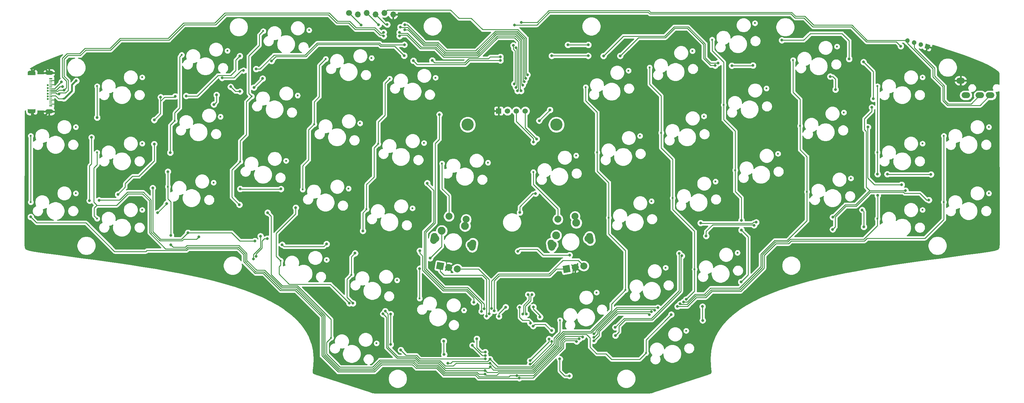
<source format=gbr>
%TF.GenerationSoftware,KiCad,Pcbnew,(5.1.6)-1*%
%TF.CreationDate,2020-09-17T21:57:32+09:00*%
%TF.ProjectId,yacc46,79616363-3436-42e6-9b69-6361645f7063,rev?*%
%TF.SameCoordinates,Original*%
%TF.FileFunction,Copper,L1,Top*%
%TF.FilePolarity,Positive*%
%FSLAX46Y46*%
G04 Gerber Fmt 4.6, Leading zero omitted, Abs format (unit mm)*
G04 Created by KiCad (PCBNEW (5.1.6)-1) date 2020-09-17 21:57:32*
%MOMM*%
%LPD*%
G01*
G04 APERTURE LIST*
%TA.AperFunction,ComponentPad*%
%ADD10R,1.524000X1.524000*%
%TD*%
%TA.AperFunction,ComponentPad*%
%ADD11C,1.524000*%
%TD*%
%TA.AperFunction,ComponentPad*%
%ADD12O,2.500000X1.700000*%
%TD*%
%TA.AperFunction,ComponentPad*%
%ADD13C,2.250000*%
%TD*%
%TA.AperFunction,ComponentPad*%
%ADD14C,2.000000*%
%TD*%
%TA.AperFunction,ComponentPad*%
%ADD15C,0.100000*%
%TD*%
%TA.AperFunction,ComponentPad*%
%ADD16C,3.500000*%
%TD*%
%TA.AperFunction,ComponentPad*%
%ADD17C,0.600000*%
%TD*%
%TA.AperFunction,ComponentPad*%
%ADD18O,1.700000X1.700000*%
%TD*%
%TA.AperFunction,ComponentPad*%
%ADD19C,1.700000*%
%TD*%
%TA.AperFunction,SMDPad,CuDef*%
%ADD20R,0.260000X0.650000*%
%TD*%
%TA.AperFunction,SMDPad,CuDef*%
%ADD21R,2.300000X0.250000*%
%TD*%
%TA.AperFunction,SMDPad,CuDef*%
%ADD22R,0.850000X0.230000*%
%TD*%
%TA.AperFunction,SMDPad,CuDef*%
%ADD23R,0.850000X0.460000*%
%TD*%
%TA.AperFunction,ComponentPad*%
%ADD24O,2.300000X1.200000*%
%TD*%
%TA.AperFunction,ViaPad*%
%ADD25C,0.800000*%
%TD*%
%TA.AperFunction,Conductor*%
%ADD26C,0.500000*%
%TD*%
%TA.AperFunction,Conductor*%
%ADD27C,0.230000*%
%TD*%
%TA.AperFunction,Conductor*%
%ADD28C,0.250000*%
%TD*%
%TA.AperFunction,Conductor*%
%ADD29C,0.254000*%
%TD*%
G04 APERTURE END LIST*
D10*
%TO.P,J2,1*%
%TO.N,GND*%
X160960600Y-56180000D03*
D11*
%TO.P,J2,2*%
%TO.N,VBUS*%
X163500600Y-56180000D03*
%TO.P,J2,3*%
%TO.N,SCL*%
X166040600Y-56180000D03*
%TO.P,J2,4*%
%TO.N,SDA*%
X168580600Y-56180000D03*
%TD*%
D12*
%TO.P,J5,A*%
%TO.N,GND*%
X293530000Y-47450000D03*
%TO.P,J5,D*%
%TO.N,VBUS*%
X295030000Y-51650000D03*
%TO.P,J5,C*%
%TO.N,SCL*%
X299030000Y-51650000D03*
%TO.P,J5,B*%
%TO.N,SDA*%
X302030000Y-51650000D03*
%TD*%
D13*
%TO.P,SW19,S2*%
%TO.N,Net-(D19-Pad2)*%
X151311876Y-89209681D03*
%TO.P,SW19,S1*%
%TO.N,COL6*%
X144617281Y-90608427D03*
D14*
%TO.P,SW19,*%
%TO.N,*%
X142925509Y-92889305D03*
X152931155Y-94653571D03*
%TA.AperFunction,ComponentPad*%
D15*
%TO.P,SW19,A*%
%TO.N,ENCL1*%
G36*
X144975111Y-101881832D02*
G01*
X143005495Y-101534536D01*
X143352791Y-99564920D01*
X145322407Y-99912216D01*
X144975111Y-101881832D01*
G37*
%TD.AperFunction*%
D14*
%TO.P,SW19,C*%
%TO.N,GND*%
X146625971Y-101157496D03*
%TO.P,SW19,B*%
%TO.N,ENCL2*%
X149087990Y-101591617D03*
%TO.P,SW19,*%
%TO.N,*%
%TA.AperFunction,ComponentPad*%
G36*
G01*
X142135572Y-94374700D02*
X142135572Y-94374701D01*
G75*
G02*
X141324412Y-93216245I173648J984808D01*
G01*
X141532790Y-92034475D01*
G75*
G02*
X142691246Y-91223315I984808J-173648D01*
G01*
X142691246Y-91223315D01*
G75*
G02*
X143502406Y-92381771I-173648J-984808D01*
G01*
X143294028Y-93563541D01*
G75*
G02*
X142135572Y-94374701I-984808J173648D01*
G01*
G37*
%TD.AperFunction*%
%TA.AperFunction,ComponentPad*%
G36*
G01*
X153165418Y-96319560D02*
X153165418Y-96319561D01*
G75*
G02*
X152354258Y-95161105I173648J984808D01*
G01*
X152562636Y-93979335D01*
G75*
G02*
X153721092Y-93168175I984808J-173648D01*
G01*
X153721092Y-93168175D01*
G75*
G02*
X154532252Y-94326631I-173648J-984808D01*
G01*
X154323874Y-95508401D01*
G75*
G02*
X153165418Y-96319561I-984808J173648D01*
G01*
G37*
%TD.AperFunction*%
%TO.P,SW19,S1*%
%TO.N,COL6*%
X146681850Y-86443663D03*
%TO.P,SW19,S2*%
%TO.N,Net-(D19-Pad2)*%
X151605889Y-87311904D03*
%TD*%
D13*
%TO.P,SW36,S2*%
%TO.N,Net-(D36-Pad2)*%
X183232192Y-88327548D03*
%TO.P,SW36,S1*%
%TO.N,COL6*%
X177419729Y-91931626D03*
D14*
%TO.P,SW36,*%
%TO.N,*%
X176610090Y-94653571D03*
X186615736Y-92889305D03*
%TA.AperFunction,ComponentPad*%
D15*
%TO.P,SW36,A*%
%TO.N,ENCR1*%
G36*
X181611711Y-102402777D02*
G01*
X179642095Y-102750073D01*
X179294799Y-100780457D01*
X181264415Y-100433161D01*
X181611711Y-102402777D01*
G37*
%TD.AperFunction*%
D14*
%TO.P,SW36,C*%
%TO.N,GND*%
X182915274Y-101157496D03*
%TO.P,SW36,B*%
%TO.N,ENCR2*%
X185377294Y-100723376D03*
%TO.P,SW36,*%
%TO.N,*%
%TA.AperFunction,ComponentPad*%
G36*
G01*
X176375827Y-96319560D02*
X176375827Y-96319561D01*
G75*
G02*
X175217371Y-95508401I-173648J984808D01*
G01*
X175008993Y-94326631D01*
G75*
G02*
X175820153Y-93168175I984808J173648D01*
G01*
X175820153Y-93168175D01*
G75*
G02*
X176978609Y-93979335I173648J-984808D01*
G01*
X177186987Y-95161105D01*
G75*
G02*
X176375827Y-96319561I-984808J-173648D01*
G01*
G37*
%TD.AperFunction*%
%TA.AperFunction,ComponentPad*%
G36*
G01*
X187405673Y-94374700D02*
X187405673Y-94374701D01*
G75*
G02*
X186247217Y-93563541I-173648J984808D01*
G01*
X186038839Y-92381771D01*
G75*
G02*
X186849999Y-91223315I984808J173648D01*
G01*
X186849999Y-91223315D01*
G75*
G02*
X188008455Y-92034475I173648J-984808D01*
G01*
X188216833Y-93216245D01*
G75*
G02*
X187405673Y-94374701I-984808J-173648D01*
G01*
G37*
%TD.AperFunction*%
%TO.P,SW36,S1*%
%TO.N,COL6*%
X177935356Y-87311904D03*
%TO.P,SW36,S2*%
%TO.N,Net-(D36-Pad2)*%
X182859395Y-86443663D03*
%TD*%
D16*
%TO.P,HOLE14,1*%
%TO.N,N/C*%
X177501200Y-60110000D03*
%TD*%
%TO.P,HOLE13,1*%
%TO.N,N/C*%
X152040000Y-60110000D03*
%TD*%
D17*
%TO.P,SW1,1*%
%TO.N,COL1*%
X45715000Y-49035000D03*
%TO.P,SW1,2*%
%TO.N,Net-(D1-Pad2)*%
X58642000Y-46495000D03*
%TD*%
%TO.P,SW2,1*%
%TO.N,COL2*%
X69995304Y-40039858D03*
%TO.P,SW2,2*%
%TO.N,Net-(D2-Pad2)*%
X83116991Y-38865012D03*
%TD*%
%TO.P,SW3,1*%
%TO.N,COL3*%
X93380267Y-33214266D03*
%TO.P,SW3,2*%
%TO.N,Net-(D3-Pad2)*%
X106551944Y-32957604D03*
%TD*%
%TO.P,SW4,1*%
%TO.N,COL4*%
X111313855Y-41212411D03*
%TO.P,SW4,2*%
%TO.N,Net-(D4-Pad2)*%
X124485532Y-40955749D03*
%TD*%
%TO.P,SW5,1*%
%TO.N,COL5*%
X129660943Y-46865482D03*
%TO.P,SW5,2*%
%TO.N,Net-(D5-Pad2)*%
X142832620Y-46608820D03*
%TD*%
%TO.P,SW6,1*%
%TO.N,COL0*%
X26665000Y-63322500D03*
%TO.P,SW6,2*%
%TO.N,Net-(D6-Pad2)*%
X39592000Y-60782500D03*
%TD*%
%TO.P,SW7,1*%
%TO.N,COL1*%
X45715000Y-68085000D03*
%TO.P,SW7,2*%
%TO.N,Net-(D7-Pad2)*%
X58642000Y-65545000D03*
%TD*%
%TO.P,SW8,1*%
%TO.N,COL2*%
X68004036Y-58985500D03*
%TO.P,SW8,2*%
%TO.N,Net-(D8-Pad2)*%
X81125723Y-57810654D03*
%TD*%
%TO.P,SW9,1*%
%TO.N,COL3*%
X90072269Y-51974854D03*
%TO.P,SW9,2*%
%TO.N,Net-(D9-Pad2)*%
X103243946Y-51718192D03*
%TD*%
%TO.P,SW10,1*%
%TO.N,COL4*%
X108005857Y-59972999D03*
%TO.P,SW10,2*%
%TO.N,Net-(D10-Pad2)*%
X121177534Y-59716337D03*
%TD*%
%TO.P,SW11,1*%
%TO.N,COL5*%
X126352945Y-65626070D03*
%TO.P,SW11,2*%
%TO.N,Net-(D11-Pad2)*%
X139524622Y-65369408D03*
%TD*%
%TO.P,SW12,1*%
%TO.N,COL6*%
X144700033Y-71279141D03*
%TO.P,SW12,2*%
%TO.N,Net-(D12-Pad2)*%
X157871710Y-71022479D03*
%TD*%
%TO.P,SW13,1*%
%TO.N,COL0*%
X26665000Y-82372500D03*
%TO.P,SW13,2*%
%TO.N,Net-(D13-Pad2)*%
X39592000Y-79832500D03*
%TD*%
%TO.P,SW14,1*%
%TO.N,COL1*%
X45715000Y-87135000D03*
%TO.P,SW14,2*%
%TO.N,Net-(D14-Pad2)*%
X58642000Y-84595000D03*
%TD*%
%TO.P,SW15,1*%
%TO.N,COL2*%
X66012769Y-77931142D03*
%TO.P,SW15,2*%
%TO.N,Net-(D15-Pad2)*%
X79134456Y-76756296D03*
%TD*%
%TO.P,SW16,1*%
%TO.N,COL3*%
X86764271Y-70735442D03*
%TO.P,SW16,2*%
%TO.N,Net-(D16-Pad2)*%
X99935948Y-70478780D03*
%TD*%
%TO.P,SW17,1*%
%TO.N,COL4*%
X104697859Y-78733586D03*
%TO.P,SW17,2*%
%TO.N,Net-(D17-Pad2)*%
X117869536Y-78476924D03*
%TD*%
%TO.P,SW18,1*%
%TO.N,COL5*%
X123044947Y-84386658D03*
%TO.P,SW18,2*%
%TO.N,Net-(D18-Pad2)*%
X136216624Y-84129996D03*
%TD*%
%TO.P,SW20,1*%
%TO.N,COL4*%
X98397586Y-99196287D03*
%TO.P,SW20,2*%
%TO.N,Net-(D20-Pad2)*%
X111569263Y-98939625D03*
%TD*%
%TO.P,SW21,1*%
%TO.N,COL5*%
X118709046Y-103241793D03*
%TO.P,SW21,2*%
%TO.N,Net-(D21-Pad2)*%
X131788256Y-104820772D03*
%TD*%
%TO.P,SW22,1*%
%TO.N,COL6*%
X138259810Y-110074738D03*
%TO.P,SW22,2*%
%TO.N,Net-(D22-Pad2)*%
X150991983Y-113458624D03*
%TD*%
%TO.P,SW23,1*%
%TO.N,COL3*%
X112822272Y-121359419D03*
%TO.P,SW23,2*%
%TO.N,Net-(D23-Pad2)*%
X125901482Y-122938398D03*
%TD*%
%TO.P,SW24,1*%
%TO.N,COL5*%
X185925576Y-49326077D03*
%TO.P,SW24,2*%
%TO.N,Net-(D24-Pad2)*%
X198215119Y-44579915D03*
%TD*%
%TO.P,SW25,1*%
%TO.N,COL4*%
X204272664Y-43673006D03*
%TO.P,SW25,2*%
%TO.N,Net-(D25-Pad2)*%
X216562207Y-38926844D03*
%TD*%
%TO.P,SW26,1*%
%TO.N,COL3*%
X222206252Y-35674861D03*
%TO.P,SW26,2*%
%TO.N,Net-(D26-Pad2)*%
X234495795Y-30928699D03*
%TD*%
%TO.P,SW27,1*%
%TO.N,COL2*%
X245453566Y-41521027D03*
%TO.P,SW27,2*%
%TO.N,Net-(D27-Pad2)*%
X258044248Y-37643701D03*
%TD*%
%TO.P,SW28,1*%
%TO.N,COL1*%
X269656245Y-49035000D03*
%TO.P,SW28,2*%
%TO.N,Net-(D28-Pad2)*%
X282583245Y-46495000D03*
%TD*%
%TO.P,SW29,1*%
%TO.N,COL6*%
X170886486Y-73739736D03*
%TO.P,SW29,2*%
%TO.N,Net-(D29-Pad2)*%
X183176029Y-68993574D03*
%TD*%
%TO.P,SW30,1*%
%TO.N,COL5*%
X189233574Y-68086665D03*
%TO.P,SW30,2*%
%TO.N,Net-(D30-Pad2)*%
X201523117Y-63340503D03*
%TD*%
%TO.P,SW31,1*%
%TO.N,COL4*%
X207580662Y-62433594D03*
%TO.P,SW31,2*%
%TO.N,Net-(D31-Pad2)*%
X219870205Y-57687432D03*
%TD*%
%TO.P,SW32,1*%
%TO.N,COL3*%
X225514250Y-54435449D03*
%TO.P,SW32,2*%
%TO.N,Net-(D32-Pad2)*%
X237803793Y-49689287D03*
%TD*%
%TO.P,SW33,1*%
%TO.N,COL2*%
X247444834Y-60466669D03*
%TO.P,SW33,2*%
%TO.N,Net-(D33-Pad2)*%
X260035516Y-56589343D03*
%TD*%
%TO.P,SW34,1*%
%TO.N,COL1*%
X269656245Y-68085000D03*
%TO.P,SW34,2*%
%TO.N,Net-(D34-Pad2)*%
X282583245Y-65545000D03*
%TD*%
%TO.P,SW35,1*%
%TO.N,COL0*%
X288706245Y-63322500D03*
%TO.P,SW35,2*%
%TO.N,Net-(D35-Pad2)*%
X301633245Y-60782500D03*
%TD*%
%TO.P,SW37,1*%
%TO.N,COL5*%
X192541572Y-86847253D03*
%TO.P,SW37,2*%
%TO.N,Net-(D37-Pad2)*%
X204831115Y-82101091D03*
%TD*%
%TO.P,SW38,1*%
%TO.N,COL4*%
X210888660Y-81194181D03*
%TO.P,SW38,2*%
%TO.N,Net-(D38-Pad2)*%
X223178203Y-76448019D03*
%TD*%
%TO.P,SW39,1*%
%TO.N,COL3*%
X228822248Y-73196037D03*
%TO.P,SW39,2*%
%TO.N,Net-(D39-Pad2)*%
X241111791Y-68449875D03*
%TD*%
%TO.P,SW40,1*%
%TO.N,COL2*%
X249436101Y-79412311D03*
%TO.P,SW40,2*%
%TO.N,Net-(D40-Pad2)*%
X262026783Y-75534985D03*
%TD*%
%TO.P,SW41,1*%
%TO.N,COL1*%
X269656245Y-87135000D03*
%TO.P,SW41,2*%
%TO.N,Net-(D41-Pad2)*%
X282583245Y-84595000D03*
%TD*%
%TO.P,SW42,1*%
%TO.N,COL0*%
X288706245Y-82372500D03*
%TO.P,SW42,2*%
%TO.N,Net-(D42-Pad2)*%
X301633245Y-79832500D03*
%TD*%
%TO.P,SW43,1*%
%TO.N,COL6*%
X178545523Y-116286457D03*
%TO.P,SW43,2*%
%TO.N,Net-(D43-Pad2)*%
X189050771Y-108336696D03*
%TD*%
%TO.P,SW44,1*%
%TO.N,COL5*%
X197355728Y-107620564D03*
%TO.P,SW44,2*%
%TO.N,Net-(D44-Pad2)*%
X208865133Y-101210218D03*
%TD*%
%TO.P,SW45,1*%
%TO.N,COL4*%
X217188933Y-101656882D03*
%TO.P,SW45,2*%
%TO.N,Net-(D45-Pad2)*%
X229478476Y-96910720D03*
%TD*%
%TO.P,SW46,1*%
%TO.N,COL3*%
X203242502Y-125738190D03*
%TO.P,SW46,2*%
%TO.N,Net-(D46-Pad2)*%
X214751907Y-119327844D03*
%TD*%
%TA.AperFunction,ComponentPad*%
D15*
%TO.P,J4,4*%
%TO.N,GND*%
G36*
X283572146Y-36819117D02*
G01*
X284866553Y-37202538D01*
X284483132Y-38496945D01*
X283188725Y-38113524D01*
X283572146Y-36819117D01*
G37*
%TD.AperFunction*%
%TO.P,J4,3*%
%TO.N,VBUS*%
%TA.AperFunction,ComponentPad*%
G36*
G01*
X282301710Y-36442797D02*
X282301710Y-36442797D01*
G75*
G02*
X282757203Y-37281710I-191710J-647203D01*
G01*
X282757203Y-37281710D01*
G75*
G02*
X281918290Y-37737203I-647203J191710D01*
G01*
X281918290Y-37737203D01*
G75*
G02*
X281462797Y-36898290I191710J647203D01*
G01*
X281462797Y-36898290D01*
G75*
G02*
X282301710Y-36442797I647203J-191710D01*
G01*
G37*
%TD.AperFunction*%
%TO.P,J4,2*%
%TO.N,SCL*%
%TA.AperFunction,ComponentPad*%
G36*
G01*
X280384070Y-35874767D02*
X280384070Y-35874767D01*
G75*
G02*
X280839563Y-36713680I-191710J-647203D01*
G01*
X280839563Y-36713680D01*
G75*
G02*
X280000650Y-37169173I-647203J191710D01*
G01*
X280000650Y-37169173D01*
G75*
G02*
X279545157Y-36330260I191710J647203D01*
G01*
X279545157Y-36330260D01*
G75*
G02*
X280384070Y-35874767I647203J-191710D01*
G01*
G37*
%TD.AperFunction*%
%TO.P,J4,1*%
%TO.N,SDA*%
%TA.AperFunction,ComponentPad*%
G36*
G01*
X278466431Y-35306736D02*
X278466431Y-35306736D01*
G75*
G02*
X278921924Y-36145649I-191710J-647203D01*
G01*
X278921924Y-36145649D01*
G75*
G02*
X278083011Y-36601142I-647203J191710D01*
G01*
X278083011Y-36601142D01*
G75*
G02*
X277627518Y-35762229I191710J647203D01*
G01*
X277627518Y-35762229D01*
G75*
G02*
X278466431Y-35306736I647203J-191710D01*
G01*
G37*
%TD.AperFunction*%
%TD*%
D18*
%TO.P,J3,6*%
%TO.N,GND*%
X130700000Y-28437200D03*
%TO.P,J3,5*%
%TO.N,RESET*%
X128160000Y-27980000D03*
%TO.P,J3,4*%
%TO.N,MOSI*%
X125620000Y-28437200D03*
%TO.P,J3,3*%
%TO.N,ROWR2*%
X123080000Y-27980000D03*
%TO.P,J3,2*%
%TO.N,VBUS*%
X120540000Y-28437200D03*
D19*
%TO.P,J3,1*%
%TO.N,MISO*%
X118000000Y-27980000D03*
%TD*%
D20*
%TO.P,J1,SH*%
%TO.N,GND*%
X25910000Y-55940000D03*
X27950000Y-55940000D03*
D21*
X26930000Y-55740000D03*
D20*
X25910000Y-45550000D03*
D22*
%TO.P,J1,B12*%
X32455000Y-47370000D03*
D17*
%TO.P,J1,B9*%
%TO.N,UVBUS*%
X31530000Y-48770000D03*
%TO.P,J1,B8*%
%TO.N,Net-(J1-PadB8)*%
X31530000Y-49570000D03*
%TO.P,J1,B7*%
%TO.N,UDN*%
X31530000Y-50370000D03*
%TO.P,J1,B6*%
%TO.N,UDP*%
X31530000Y-51170000D03*
%TO.P,J1,B5*%
%TO.N,/CC2*%
X31530000Y-51970000D03*
%TO.P,J1,B4*%
%TO.N,UVBUS*%
X31530000Y-52770000D03*
D23*
%TO.P,J1,*%
%TO.N,*%
X32455000Y-46855000D03*
D22*
%TO.P,J1,B11*%
%TO.N,Net-(J1-PadB11)*%
X32455000Y-47770000D03*
%TO.P,J1,B10*%
%TO.N,Net-(J1-PadB10)*%
X32455000Y-48170000D03*
%TO.P,J1,A1*%
%TO.N,GND*%
X32455000Y-48570000D03*
%TO.P,J1,A2*%
%TO.N,Net-(J1-PadA2)*%
X32455000Y-48970000D03*
%TO.P,J1,A3*%
%TO.N,Net-(J1-PadA3)*%
X32455000Y-49370000D03*
%TO.P,J1,A4*%
%TO.N,UVBUS*%
X32455000Y-49770000D03*
%TO.P,J1,A5*%
%TO.N,/CC1*%
X32455000Y-50170000D03*
%TO.P,J1,A6*%
%TO.N,UDP*%
X32455000Y-50570000D03*
%TO.P,J1,A7*%
%TO.N,UDN*%
X32455000Y-50970000D03*
%TO.P,J1,A8*%
%TO.N,Net-(J1-PadA8)*%
X32455000Y-51370000D03*
%TO.P,J1,A9*%
%TO.N,UVBUS*%
X32455000Y-51770000D03*
%TO.P,J1,A10*%
%TO.N,Net-(J1-PadA10)*%
X32455000Y-52170000D03*
%TO.P,J1,A11*%
%TO.N,Net-(J1-PadA11)*%
X32455000Y-52570000D03*
%TO.P,J1,A12*%
%TO.N,GND*%
X32455000Y-52970000D03*
%TO.P,J1,B3*%
%TO.N,Net-(J1-PadB3)*%
X32455000Y-53370000D03*
%TO.P,J1,B2*%
%TO.N,Net-(J1-PadB2)*%
X32455000Y-53770000D03*
%TO.P,J1,B1*%
%TO.N,GND*%
X32455000Y-54170000D03*
D23*
%TO.P,J1,*%
%TO.N,*%
X32455000Y-54685000D03*
D24*
%TO.P,J1,SH*%
%TO.N,GND*%
X31980000Y-45220000D03*
X31980000Y-56320000D03*
X26930000Y-45220000D03*
X26930000Y-56320000D03*
D21*
X26930000Y-45800000D03*
D20*
X27950000Y-45550000D03*
%TD*%
D25*
%TO.N,GND*%
X130680000Y-35490000D03*
X183170000Y-55500000D03*
X290010000Y-52420000D03*
X165610000Y-107370000D03*
X162475000Y-119485000D03*
X167448727Y-125358727D03*
X167020000Y-118940000D03*
X40190000Y-75260000D03*
X182790000Y-125850000D03*
X41940000Y-51040000D03*
X47310000Y-42340000D03*
X180680000Y-130690000D03*
X163280000Y-44220000D03*
X154690000Y-45900000D03*
X174850000Y-135260000D03*
X174860000Y-132330000D03*
%TO.N,AREF*%
X161030000Y-115210000D03*
X162960000Y-112560000D03*
%TO.N,UCAP*%
X166990000Y-112630000D03*
X170040656Y-117180656D03*
%TO.N,ROWL0*%
X79210000Y-54310000D03*
X79980000Y-51550000D03*
X84030000Y-49210000D03*
X86710000Y-50570000D03*
X90710000Y-49420000D03*
X93210000Y-46840000D03*
X156770000Y-113050000D03*
X143950000Y-57180000D03*
%TO.N,ROWL1*%
X156045000Y-113757108D03*
X140450000Y-76920000D03*
%TO.N,MOSI*%
X128970000Y-31330000D03*
X168745020Y-46763538D03*
X285010000Y-74400000D03*
X272490000Y-74340000D03*
X167020000Y-85350000D03*
X171560000Y-79900000D03*
X134030000Y-31390000D03*
%TO.N,MISO*%
X121500000Y-31500000D03*
X167845000Y-48760000D03*
X170915011Y-112480000D03*
X172815021Y-115390000D03*
X265670000Y-42100000D03*
X261540000Y-41220000D03*
X242220000Y-35830000D03*
X268450000Y-52690000D03*
X172590000Y-58960000D03*
X133980000Y-32865000D03*
X175670000Y-55850000D03*
%TO.N,ROWR2*%
X265740000Y-89460000D03*
X265280000Y-84620000D03*
X126520000Y-31390000D03*
X168295010Y-47759997D03*
X166470000Y-96480000D03*
X181300000Y-97590000D03*
X132720000Y-32060000D03*
%TO.N,COL6*%
X138280000Y-101460000D03*
X141270000Y-98480000D03*
X158460000Y-127500000D03*
X145300000Y-126160000D03*
X146360000Y-128720000D03*
X145210000Y-122320000D03*
%TO.N,SCL*%
X170957250Y-65117250D03*
X175420000Y-121710000D03*
X169960000Y-127940000D03*
X276350000Y-37550000D03*
X165444990Y-48404422D03*
X165477347Y-31477347D03*
X165170000Y-37336643D03*
%TO.N,SDA*%
X169954704Y-128969894D03*
X171862466Y-64212033D03*
X176150000Y-122450000D03*
X165895000Y-49401902D03*
X165895000Y-38040000D03*
X167440000Y-30720000D03*
%TO.N,RESET*%
X169195030Y-45767562D03*
X178500000Y-127450000D03*
X181240000Y-132290000D03*
%TO.N,LED*%
X92590000Y-92150000D03*
X90583407Y-98678823D03*
X157098555Y-127449681D03*
X132860000Y-124860000D03*
%TO.N,Net-(LED1-Pad3)*%
X94550000Y-92860000D03*
X91308407Y-97958407D03*
%TO.N,Net-(LED2-Pad3)*%
X111560000Y-94390000D03*
X98820000Y-94610000D03*
X90980000Y-93520000D03*
X71800000Y-91150000D03*
X61670000Y-78310000D03*
%TO.N,Net-(LED3-Pad3)*%
X43540000Y-81930000D03*
X74930000Y-92350000D03*
X46270000Y-81820000D03*
X44100000Y-63770000D03*
%TO.N,Net-(LED4-Pad3)*%
X63950000Y-52200000D03*
X86660000Y-40390000D03*
X68140000Y-51960000D03*
X71260000Y-51860000D03*
X51710000Y-80160000D03*
X62090000Y-58770000D03*
X62090000Y-65670000D03*
%TO.N,Net-(LED5-Pad3)*%
X81570000Y-46660000D03*
X87730000Y-44550000D03*
X91350000Y-44100000D03*
X133890000Y-37130000D03*
%TO.N,Net-(LED6-Pad3)*%
X95772653Y-41812653D03*
X133830000Y-40270000D03*
X136480000Y-41740000D03*
X186670000Y-37170000D03*
X180810000Y-37170000D03*
X161460203Y-41619949D03*
%TO.N,Net-(LED7-Pad3)*%
X191050000Y-40370000D03*
X223941368Y-42395000D03*
X186650000Y-40320000D03*
X176170000Y-40320000D03*
X141900000Y-41660000D03*
X161450000Y-40620000D03*
%TO.N,Net-(LED10-Pad6)*%
X233940000Y-43090000D03*
X223080000Y-43120000D03*
X195830000Y-40340000D03*
X227870000Y-43150000D03*
%TO.N,Net-(LED10-Pad4)*%
X256120000Y-46270000D03*
X257610000Y-50010000D03*
X276600000Y-77350000D03*
X266920000Y-60810000D03*
%TO.N,Net-(LED10-Pad3)*%
X277680000Y-79060000D03*
X256840000Y-86700000D03*
X268050000Y-55140000D03*
%TO.N,Net-(LED11-Pad3)*%
X284410000Y-81770000D03*
X256810000Y-90200000D03*
X218900000Y-88370000D03*
X234860000Y-88165010D03*
%TO.N,Net-(LED12-Pad3)*%
X220500000Y-92090000D03*
X212780000Y-97110000D03*
X194420000Y-118350000D03*
X234252499Y-89014300D03*
%TO.N,DN*%
X167865000Y-114540000D03*
X169415000Y-108950000D03*
%TO.N,DP*%
X168915000Y-114540000D03*
X170465000Y-108950000D03*
%TO.N,COL1*%
X269680000Y-74330000D03*
X269730000Y-80450000D03*
X166160000Y-132219935D03*
X212980000Y-111615000D03*
X204824953Y-113888727D03*
X184093051Y-121675000D03*
X188279048Y-121205501D03*
X45715000Y-58055000D03*
%TO.N,COL2*%
X66880000Y-91930000D03*
X157083421Y-131834911D03*
X66890000Y-94660000D03*
X185030000Y-121145018D03*
X188305858Y-120205858D03*
X205710933Y-113425000D03*
X213994730Y-111055000D03*
X66700000Y-68140000D03*
X66012769Y-73607231D03*
%TO.N,COL3*%
X157070000Y-130834999D03*
X230630000Y-90412200D03*
X230630000Y-87610000D03*
X230530000Y-105290000D03*
X210490000Y-114680000D03*
X94635000Y-85375000D03*
X86540000Y-83110000D03*
%TO.N,COL4*%
X158530000Y-129710000D03*
X214780000Y-110330000D03*
X206620000Y-112700000D03*
X127787907Y-114488428D03*
X118111795Y-111448205D03*
X102720000Y-83970000D03*
%TO.N,COL5*%
X158510000Y-128640000D03*
X128390000Y-113690000D03*
X119119448Y-111430552D03*
X119745000Y-97055000D03*
X121970000Y-90630000D03*
%TO.N,COL0*%
X166860243Y-132940488D03*
X183328643Y-122400000D03*
X188280597Y-122205502D03*
X204225901Y-114689439D03*
X212268863Y-112340000D03*
X26640000Y-86620000D03*
%TO.N,ENCL1*%
X157495000Y-115157739D03*
%TO.N,ENCL2*%
X158220000Y-114440000D03*
%TO.N,ENCR2*%
X158945000Y-112930000D03*
%TO.N,ENCR1*%
X159673717Y-113614818D03*
%TO.N,Net-(LED13-Pad3)*%
X194450000Y-120700000D03*
X213505000Y-97817108D03*
%TO.N,ROWL2*%
X63060000Y-85440000D03*
X65660000Y-82790000D03*
X157090000Y-125450000D03*
X138300000Y-96340000D03*
X154690000Y-121630000D03*
X153800000Y-111130000D03*
X98460000Y-78590000D03*
X86784347Y-78575653D03*
%TO.N,ROWL3*%
X129950000Y-123280000D03*
X129930000Y-114540000D03*
X157111734Y-126449766D03*
X153420000Y-123550000D03*
%TO.N,ROWR3*%
X219460000Y-112370000D03*
X219500000Y-116370000D03*
X170860000Y-117980000D03*
X176200000Y-119250000D03*
%TO.N,UVBUS*%
X35490000Y-47780000D03*
X39720000Y-47490000D03*
%TO.N,UDN*%
X166345000Y-50400000D03*
X127950000Y-34640000D03*
X34770000Y-51265000D03*
X132510000Y-34640000D03*
%TO.N,UDP*%
X167395000Y-50400000D03*
X127950000Y-33590000D03*
X36240000Y-50200000D03*
X132510000Y-33590000D03*
%TO.N,/CC1*%
X35820000Y-49160000D03*
%TD*%
D26*
%TO.N,GND*%
X130700000Y-28437200D02*
X130700000Y-35470000D01*
X130700000Y-35470000D02*
X130680000Y-35490000D01*
X293530000Y-47450000D02*
X293530000Y-48900000D01*
X293530000Y-48900000D02*
X290010000Y-52420000D01*
X165610000Y-107370000D02*
X166900000Y-106080000D01*
X166900000Y-106080000D02*
X179790000Y-106080000D01*
X182915274Y-102954726D02*
X182915274Y-101157496D01*
X179790000Y-106080000D02*
X182915274Y-102954726D01*
X167020000Y-118940000D02*
X165230000Y-120730000D01*
X163720000Y-120730000D02*
X162475000Y-119485000D01*
X165230000Y-120730000D02*
X163720000Y-120730000D01*
X167448727Y-125358727D02*
X167448727Y-124018727D01*
X165230000Y-121800000D02*
X165230000Y-120730000D01*
X167448727Y-124018727D02*
X165230000Y-121800000D01*
X40060000Y-75390000D02*
X40190000Y-75260000D01*
X160960600Y-56180000D02*
X160960600Y-54729400D01*
X160960600Y-54729400D02*
X162960000Y-52730000D01*
X162960000Y-52730000D02*
X180400000Y-52730000D01*
X180400000Y-52730000D02*
X183170000Y-55500000D01*
X42080000Y-68980000D02*
X40190000Y-70870000D01*
X40190000Y-70870000D02*
X40190000Y-75260000D01*
X42080000Y-59120000D02*
X42080000Y-68980000D01*
X39360000Y-56400000D02*
X42080000Y-59120000D01*
X26930000Y-56320000D02*
X26930000Y-56720000D01*
X26930000Y-56720000D02*
X27700000Y-57490000D01*
X30810000Y-57490000D02*
X31980000Y-56320000D01*
X27700000Y-57490000D02*
X30810000Y-57490000D01*
X26930000Y-45220000D02*
X26930000Y-45190000D01*
X26930000Y-45190000D02*
X28050000Y-44070000D01*
X30830000Y-44070000D02*
X31980000Y-45220000D01*
X28050000Y-44070000D02*
X30830000Y-44070000D01*
D27*
X33600000Y-45220000D02*
X31980000Y-45220000D01*
X34470000Y-46090000D02*
X33600000Y-45220000D01*
X33740000Y-48570000D02*
X34470000Y-47840000D01*
X32455000Y-48570000D02*
X33740000Y-48570000D01*
X32455000Y-47370000D02*
X33710000Y-47370000D01*
X34470000Y-47840000D02*
X34470000Y-46610000D01*
X33710000Y-47370000D02*
X34470000Y-46610000D01*
X34470000Y-46610000D02*
X34470000Y-46090000D01*
X32455000Y-52970000D02*
X33810000Y-52970000D01*
X33810000Y-52970000D02*
X34490000Y-53650000D01*
X34490000Y-55470000D02*
X33560000Y-56400000D01*
X34490000Y-54780000D02*
X34490000Y-55470000D01*
D26*
X31760000Y-56400000D02*
X33560000Y-56400000D01*
D27*
X34490000Y-53650000D02*
X34490000Y-54780000D01*
X33880000Y-54170000D02*
X34490000Y-54780000D01*
X32455000Y-54170000D02*
X33880000Y-54170000D01*
D26*
X33560000Y-56400000D02*
X39360000Y-56400000D01*
X41940000Y-51040000D02*
X41940000Y-55280000D01*
X40820000Y-56400000D02*
X39360000Y-56400000D01*
X41940000Y-55280000D02*
X40820000Y-56400000D01*
X41940000Y-51040000D02*
X41940000Y-47030000D01*
X46630000Y-42340000D02*
X47310000Y-42340000D01*
X41940000Y-47030000D02*
X46630000Y-42340000D01*
D27*
X26290000Y-56320000D02*
X25910000Y-55940000D01*
X26930000Y-56320000D02*
X26290000Y-56320000D01*
X27570000Y-56320000D02*
X27950000Y-55940000D01*
X26930000Y-56320000D02*
X27570000Y-56320000D01*
X26240000Y-45220000D02*
X25910000Y-45550000D01*
X26930000Y-45220000D02*
X26240000Y-45220000D01*
X27620000Y-45220000D02*
X27950000Y-45550000D01*
X26930000Y-45220000D02*
X27620000Y-45220000D01*
D26*
X182790000Y-125850000D02*
X180610000Y-128030000D01*
X180610000Y-128030000D02*
X180610000Y-130620000D01*
X180610000Y-130620000D02*
X180680000Y-130690000D01*
X161600000Y-45900000D02*
X163280000Y-44220000D01*
X154690000Y-45900000D02*
X161600000Y-45900000D01*
X174850000Y-135260000D02*
X174850000Y-132340000D01*
X174850000Y-132340000D02*
X174860000Y-132330000D01*
D28*
%TO.N,AREF*%
X161030000Y-115210000D02*
X161030000Y-114420000D01*
X161030000Y-114420000D02*
X162890000Y-112560000D01*
X162890000Y-112560000D02*
X162960000Y-112560000D01*
%TO.N,UCAP*%
X166990000Y-112630000D02*
X166990000Y-115460000D01*
X166990000Y-115460000D02*
X167830000Y-116300000D01*
X170040656Y-117180656D02*
X170040000Y-117180000D01*
X170040000Y-116760000D02*
X169580000Y-116300000D01*
X170040000Y-117180000D02*
X170040000Y-116760000D01*
X167830000Y-116300000D02*
X169580000Y-116300000D01*
%TO.N,ROWL0*%
X79210000Y-54310000D02*
X79980000Y-53540000D01*
X79980000Y-53540000D02*
X79980000Y-51550000D01*
X84030000Y-49210000D02*
X85390000Y-50570000D01*
X85390000Y-50570000D02*
X86710000Y-50570000D01*
X90710000Y-49420000D02*
X93210000Y-46920000D01*
X93210000Y-46920000D02*
X93210000Y-46840000D01*
X156770000Y-113050000D02*
X156770000Y-111650000D01*
X156770000Y-111650000D02*
X152070000Y-106950000D01*
X152070000Y-106950000D02*
X145420000Y-106950000D01*
X145420000Y-106950000D02*
X140010000Y-101540000D01*
X140010000Y-101540000D02*
X140010000Y-91100000D01*
X140010000Y-91100000D02*
X142730000Y-88380000D01*
X142730000Y-88380000D02*
X142730000Y-65520000D01*
X142730000Y-65520000D02*
X143950000Y-64300000D01*
X143950000Y-64300000D02*
X143950000Y-57180000D01*
%TO.N,ROWL1*%
X156045000Y-113757108D02*
X156045000Y-111561410D01*
X156045000Y-111561410D02*
X151883600Y-107400010D01*
X151883600Y-107400010D02*
X145233599Y-107400009D01*
X145233599Y-107400009D02*
X139559990Y-101726400D01*
X139559990Y-101726400D02*
X139559991Y-90913599D01*
X139559991Y-90913599D02*
X142279990Y-88193600D01*
X142279990Y-88193600D02*
X142279990Y-78989990D01*
X142279990Y-78989990D02*
X140450000Y-77160000D01*
X140450000Y-77160000D02*
X140450000Y-76920000D01*
%TO.N,MOSI*%
X125620000Y-28437200D02*
X128512800Y-31330000D01*
X128512800Y-31330000D02*
X128970000Y-31330000D01*
X285010000Y-74400000D02*
X272550000Y-74400000D01*
X272550000Y-74400000D02*
X272490000Y-74340000D01*
X167020000Y-85350000D02*
X167020000Y-83680000D01*
X167020000Y-83680000D02*
X170800000Y-79900000D01*
X170800000Y-79900000D02*
X171560000Y-79900000D01*
X139812790Y-36439970D02*
X134762820Y-31390000D01*
X142280030Y-36439970D02*
X139812790Y-36439970D01*
X143492757Y-36439973D02*
X142280030Y-36439970D01*
X145922597Y-38869813D02*
X143492757Y-36439973D01*
X154370187Y-38869813D02*
X145922597Y-38869813D01*
X168745020Y-46763538D02*
X168470030Y-46488548D01*
X160000027Y-33239973D02*
X154370187Y-38869813D01*
X168470030Y-46488548D02*
X168470030Y-35447246D01*
X134762820Y-31390000D02*
X134030000Y-31390000D01*
X168470030Y-35447246D02*
X166262757Y-33239973D01*
X166262757Y-33239973D02*
X160000027Y-33239973D01*
%TO.N,MISO*%
X118000000Y-27980000D02*
X121500000Y-31480000D01*
X121500000Y-31480000D02*
X121500000Y-31500000D01*
X170915011Y-112480000D02*
X170915011Y-113075011D01*
X170915011Y-113075011D02*
X172815021Y-114975021D01*
X172815021Y-114975021D02*
X172815021Y-115390000D01*
X167374982Y-35625018D02*
X167570010Y-35820046D01*
X261540000Y-41220000D02*
X261540000Y-35970000D01*
X261540000Y-35970000D02*
X259470000Y-33900000D01*
X259470000Y-33900000D02*
X250420000Y-33900000D01*
X250420000Y-33900000D02*
X248490000Y-35830000D01*
X248490000Y-35830000D02*
X242220000Y-35830000D01*
X265670000Y-42100000D02*
X268430000Y-44860000D01*
X268430000Y-44860000D02*
X268430000Y-52670000D01*
X268430000Y-52670000D02*
X268450000Y-52690000D01*
X167570010Y-48485010D02*
X167845000Y-48760000D01*
X167570010Y-35820046D02*
X167570010Y-48485010D01*
X142159990Y-37339990D02*
X139439990Y-37339990D01*
X143119955Y-37339991D02*
X142159990Y-37339990D01*
X145549797Y-39769833D02*
X143119955Y-37339991D01*
X154742987Y-39769833D02*
X145549797Y-39769833D01*
X134965000Y-32865000D02*
X133980000Y-32865000D01*
X160372829Y-34139991D02*
X154742987Y-39769833D01*
X139439990Y-37339990D02*
X134965000Y-32865000D01*
X165889955Y-34139991D02*
X160372829Y-34139991D01*
X167570010Y-35820046D02*
X165889955Y-34139991D01*
X172590000Y-58960000D02*
X175670000Y-55880000D01*
X175670000Y-55880000D02*
X175670000Y-55850000D01*
%TO.N,ROWR2*%
X265740000Y-89460000D02*
X265740000Y-85080000D01*
X265740000Y-85080000D02*
X265280000Y-84620000D01*
X123080000Y-27980000D02*
X126490000Y-31390000D01*
X126490000Y-31390000D02*
X126520000Y-31390000D01*
X166470000Y-96480000D02*
X167040000Y-95910000D01*
X167040000Y-95910000D02*
X172030000Y-95910000D01*
X172030000Y-95910000D02*
X173710000Y-97590000D01*
X173710000Y-97590000D02*
X181300000Y-97590000D01*
X134840000Y-32140000D02*
X134040000Y-32140000D01*
X132800000Y-32140000D02*
X132720000Y-32060000D01*
X134040000Y-32140000D02*
X132800000Y-32140000D01*
X134876410Y-32140000D02*
X134040000Y-32140000D01*
X145736197Y-39319823D02*
X143306356Y-36889982D01*
X139626390Y-36889980D02*
X134876410Y-32140000D01*
X143306356Y-36889982D02*
X142210020Y-36889980D01*
X160186428Y-33689982D02*
X154556587Y-39319823D01*
X168020020Y-35633646D02*
X166076356Y-33689982D01*
X154556587Y-39319823D02*
X145736197Y-39319823D01*
X166076356Y-33689982D02*
X160186428Y-33689982D01*
X168020020Y-47485007D02*
X168020020Y-35633646D01*
X142210020Y-36889980D02*
X139626390Y-36889980D01*
X168295010Y-47759997D02*
X168020020Y-47485007D01*
%TO.N,COL6*%
X170886486Y-73739736D02*
X170886486Y-77256486D01*
X177935356Y-84305356D02*
X177935356Y-87311904D01*
X170886486Y-77256486D02*
X177935356Y-84305356D01*
X144700033Y-71279141D02*
X144700033Y-78520033D01*
X146681850Y-80501850D02*
X146681850Y-86443663D01*
X144700033Y-78520033D02*
X146681850Y-80501850D01*
X138259810Y-101480190D02*
X138259810Y-110074738D01*
X138259810Y-101480190D02*
X138280000Y-101460000D01*
X144617281Y-95132719D02*
X144617281Y-94597281D01*
X141270000Y-98480000D02*
X144617281Y-95132719D01*
X144617281Y-90608427D02*
X144617281Y-94597281D01*
X144617281Y-94597281D02*
X144617281Y-95152719D01*
X158460000Y-127500000D02*
X157785318Y-128174682D01*
X146360000Y-128720000D02*
X147190000Y-128720000D01*
X147674682Y-128235318D02*
X147674682Y-128174682D01*
X147190000Y-128720000D02*
X147674682Y-128235318D01*
X157785318Y-128174682D02*
X147674682Y-128174682D01*
X178545523Y-119824479D02*
X178545523Y-116286457D01*
X170302705Y-129694895D02*
X176875001Y-123122599D01*
X160654895Y-129694895D02*
X170302705Y-129694895D01*
X158460000Y-127500000D02*
X160654895Y-129694895D01*
X176875001Y-123122599D02*
X176875001Y-121495001D01*
X176875001Y-121495001D02*
X178545523Y-119824479D01*
X145210000Y-126070000D02*
X145300000Y-126160000D01*
X145210000Y-122320000D02*
X145210000Y-126070000D01*
%TO.N,SCL*%
X166040600Y-59180000D02*
X170957250Y-64096650D01*
X170957250Y-64096650D02*
X170957250Y-65117250D01*
X175420000Y-121710000D02*
X175420000Y-122480000D01*
X175420000Y-122480000D02*
X169960000Y-127940000D01*
X180860010Y-27810010D02*
X180489990Y-27810010D01*
X262170000Y-31970000D02*
X266500000Y-36300000D01*
X251133590Y-31970000D02*
X262170000Y-31970000D01*
X248593600Y-29430010D02*
X251133590Y-31970000D01*
X180860010Y-27810010D02*
X203893618Y-27810010D01*
X204353608Y-28270000D02*
X244833590Y-28270000D01*
X203893618Y-27810010D02*
X204353608Y-28270000D01*
X244833590Y-28270000D02*
X245993600Y-29430010D01*
X245993600Y-29430010D02*
X248593600Y-29430010D01*
X266500000Y-36300000D02*
X275100000Y-36300000D01*
X275100000Y-36300000D02*
X276350000Y-37550000D01*
X175536400Y-27810010D02*
X180860010Y-27810010D01*
X165444990Y-48404422D02*
X165650000Y-48199412D01*
X166040600Y-59180000D02*
X166040600Y-56180000D01*
X296550000Y-54130000D02*
X299030000Y-51650000D01*
X289960000Y-54130000D02*
X296550000Y-54130000D01*
X288900000Y-53070000D02*
X289960000Y-54130000D01*
X280192360Y-36521970D02*
X280192360Y-37992360D01*
X286041805Y-46165395D02*
X288900000Y-49023590D01*
X280192360Y-37992360D02*
X286041805Y-43841805D01*
X286041805Y-43841805D02*
X286041805Y-46165395D01*
X288900000Y-49023590D02*
X288900000Y-53070000D01*
X175536400Y-27810010D02*
X171901410Y-31445000D01*
X171901410Y-31445000D02*
X165509694Y-31445000D01*
X165509694Y-31445000D02*
X165477347Y-31477347D01*
X165719980Y-48129432D02*
X165444990Y-48404422D01*
X165719980Y-38894981D02*
X165719980Y-48129432D01*
X165170000Y-37336643D02*
X165170000Y-38345001D01*
X165170000Y-38345001D02*
X165719980Y-38894981D01*
%TO.N,SDA*%
X170013108Y-128969894D02*
X169954704Y-128969894D01*
X168580600Y-56180000D02*
X168580600Y-60930167D01*
X168580600Y-60930167D02*
X171862466Y-64212033D01*
X170195791Y-128969894D02*
X169954704Y-128969894D01*
X176150000Y-123015685D02*
X170195791Y-128969894D01*
X176150000Y-122450000D02*
X176150000Y-123015685D01*
X180400000Y-27360000D02*
X175350000Y-27360000D01*
X180400000Y-27360000D02*
X179390000Y-27360000D01*
X204080018Y-27360000D02*
X180400000Y-27360000D01*
X204540009Y-27819991D02*
X204080018Y-27360000D01*
X246180000Y-28980000D02*
X245019991Y-27819991D01*
X245019991Y-27819991D02*
X204540009Y-27819991D01*
X251319991Y-31519991D02*
X248780000Y-28980000D01*
X266686400Y-35849990D02*
X262356401Y-31519991D01*
X248780000Y-28980000D02*
X246180000Y-28980000D01*
X262356401Y-31519991D02*
X251319991Y-31519991D01*
X278170772Y-35849990D02*
X278274721Y-35953939D01*
X266686400Y-35849990D02*
X278170772Y-35849990D01*
X278274721Y-35953939D02*
X278274721Y-36711131D01*
X288449991Y-53256401D02*
X289773600Y-54580010D01*
X299099990Y-54580010D02*
X302030000Y-51650000D01*
X289773600Y-54580010D02*
X299099990Y-54580010D01*
X285591795Y-44028205D02*
X285591795Y-46351795D01*
X285591795Y-46351795D02*
X288449990Y-49209990D01*
X278274721Y-36711131D02*
X285591795Y-44028205D01*
X288449990Y-49209990D02*
X288449991Y-53256401D01*
X175350000Y-27360000D02*
X171990000Y-30720000D01*
X171990000Y-30720000D02*
X167440000Y-30720000D01*
X165895000Y-49401902D02*
X166169990Y-49126912D01*
X166169990Y-49126912D02*
X166169990Y-38314990D01*
X166169990Y-38314990D02*
X165895000Y-38040000D01*
%TO.N,RESET*%
X147170001Y-27130001D02*
X149550000Y-29510000D01*
X128160000Y-27980000D02*
X129009999Y-27130001D01*
X129009999Y-27130001D02*
X147170001Y-27130001D01*
X168920040Y-45492572D02*
X169195030Y-45767562D01*
X153060000Y-29510000D02*
X156339963Y-32789963D01*
X149550000Y-29510000D02*
X153060000Y-29510000D01*
X168920040Y-35260846D02*
X168920040Y-45492572D01*
X156339963Y-32789963D02*
X166449158Y-32789964D01*
X166449158Y-32789964D02*
X168920040Y-35260846D01*
X178500000Y-127450000D02*
X178500000Y-130920000D01*
X179870000Y-132290000D02*
X178500000Y-130920000D01*
X181240000Y-132290000D02*
X179870000Y-132290000D01*
%TO.N,LED*%
X92590000Y-92150000D02*
X92590000Y-95390000D01*
X90583407Y-97396593D02*
X90583407Y-98678823D01*
X92590000Y-95390000D02*
X90583407Y-97396593D01*
X132860000Y-124860000D02*
X134380000Y-126380000D01*
X137360000Y-126380000D02*
X138429681Y-127449681D01*
X157098555Y-127449681D02*
X138429681Y-127449681D01*
X134380000Y-126380000D02*
X137360000Y-126380000D01*
%TO.N,Net-(LED1-Pad3)*%
X94550000Y-92860000D02*
X93710000Y-92860000D01*
X93710000Y-92860000D02*
X93040010Y-93529990D01*
X93040010Y-93529990D02*
X93040009Y-95576401D01*
X93040009Y-95576401D02*
X91308407Y-97308003D01*
X91308407Y-97308003D02*
X91308407Y-97958407D01*
%TO.N,Net-(LED2-Pad3)*%
X111560000Y-94390000D02*
X110760000Y-95190000D01*
X110760000Y-95190000D02*
X99400000Y-95190000D01*
X99400000Y-95190000D02*
X98820000Y-94610000D01*
X84320000Y-91150000D02*
X86690000Y-93520000D01*
X71800000Y-91150000D02*
X84320000Y-91150000D01*
X90980000Y-93520000D02*
X86690000Y-93520000D01*
X63895000Y-93035000D02*
X69915000Y-93035000D01*
X71800000Y-91150000D02*
X69915000Y-93035000D01*
X61670000Y-90810000D02*
X63895000Y-93035000D01*
X61670000Y-78310000D02*
X61670000Y-90810000D01*
%TO.N,Net-(LED3-Pad3)*%
X43540000Y-81930000D02*
X43540000Y-71950000D01*
X43540000Y-71950000D02*
X44100000Y-71390000D01*
X44100000Y-71390000D02*
X44100000Y-63770000D01*
X74280000Y-93000000D02*
X74930000Y-92350000D01*
X63708600Y-93485010D02*
X70121380Y-93485010D01*
X61219990Y-90996400D02*
X63708600Y-93485010D01*
X70606390Y-93000000D02*
X74280000Y-93000000D01*
X61219990Y-81759990D02*
X61219990Y-90996400D01*
X70121380Y-93485010D02*
X70606390Y-93000000D01*
X46270000Y-81820000D02*
X46310000Y-81780000D01*
X46310000Y-81780000D02*
X52180000Y-81780000D01*
X58970000Y-79510000D02*
X61219990Y-81759990D01*
X52180000Y-81780000D02*
X54450000Y-79510000D01*
X54450000Y-79510000D02*
X58970000Y-79510000D01*
%TO.N,Net-(LED4-Pad3)*%
X67900000Y-52200000D02*
X68140000Y-51960000D01*
X85490000Y-41560000D02*
X86660000Y-40390000D01*
X84045001Y-45934999D02*
X85490000Y-44490000D01*
X74480000Y-51860000D02*
X80405001Y-45934999D01*
X71260000Y-51860000D02*
X74480000Y-51860000D01*
X80405001Y-45934999D02*
X84045001Y-45934999D01*
X85490000Y-44490000D02*
X85490000Y-41560000D01*
X51710000Y-80160000D02*
X53780000Y-78090000D01*
X53780000Y-78090000D02*
X53780000Y-77030000D01*
X53780000Y-77030000D02*
X55880000Y-74930000D01*
X55880000Y-74930000D02*
X57700000Y-74930000D01*
X57700000Y-74930000D02*
X62090000Y-70540000D01*
X62090000Y-70540000D02*
X62090000Y-65670000D01*
X62090000Y-58770000D02*
X63950000Y-56910000D01*
X63950000Y-53740000D02*
X63950000Y-53360000D01*
X63950000Y-53740000D02*
X63950000Y-52200000D01*
X63950000Y-53360000D02*
X65110000Y-52200000D01*
X65110000Y-52200000D02*
X67900000Y-52200000D01*
X63950000Y-56910000D02*
X63950000Y-53740000D01*
%TO.N,Net-(LED5-Pad3)*%
X81570000Y-46660000D02*
X85030000Y-46660000D01*
X85030000Y-46660000D02*
X87140000Y-44550000D01*
X87140000Y-44550000D02*
X87730000Y-44550000D01*
X91350000Y-44100000D02*
X92460000Y-44100000D01*
X92460000Y-44100000D02*
X96470000Y-40090000D01*
X96470000Y-40090000D02*
X105430000Y-40090000D01*
X105430000Y-40090000D02*
X108880000Y-36640000D01*
X108880000Y-36640000D02*
X126780000Y-36640000D01*
X126780000Y-36640000D02*
X127270000Y-37130000D01*
X127270000Y-37130000D02*
X133890000Y-37130000D01*
%TO.N,Net-(LED6-Pad3)*%
X95772653Y-41812653D02*
X97045296Y-40540010D01*
X97045296Y-40540010D02*
X105616401Y-40540009D01*
X105616401Y-40540009D02*
X109066400Y-37090010D01*
X126593600Y-37090010D02*
X127083600Y-37580010D01*
X109066400Y-37090010D02*
X126593600Y-37090010D01*
X127083600Y-37580010D02*
X131140010Y-37580010D01*
X131140010Y-37580010D02*
X133830000Y-40270000D01*
X186670000Y-37170000D02*
X180810000Y-37170000D01*
X136480000Y-41740000D02*
X137540000Y-42800000D01*
X137540000Y-42800000D02*
X151400000Y-42800000D01*
X151400000Y-42800000D02*
X152490000Y-41710000D01*
X161460203Y-41619949D02*
X152580051Y-41619949D01*
X152580051Y-41619949D02*
X152490000Y-41710000D01*
X152580147Y-41619853D02*
X152490000Y-41710000D01*
%TO.N,Net-(LED7-Pad3)*%
X221765000Y-42395000D02*
X223941368Y-42395000D01*
X220220009Y-40850009D02*
X221765000Y-42395000D01*
X211309990Y-31989990D02*
X215346400Y-31989990D01*
X215346400Y-31989990D02*
X220220009Y-36863599D01*
X211300000Y-31980000D02*
X211309990Y-31989990D01*
X208620000Y-34660000D02*
X211300000Y-31980000D01*
X220220009Y-36863599D02*
X220220009Y-40850009D01*
X196760000Y-34660000D02*
X208620000Y-34660000D01*
X191050000Y-40370000D02*
X196760000Y-34660000D01*
X186650000Y-40320000D02*
X176170000Y-40320000D01*
X141900000Y-41660000D02*
X142589990Y-42349990D01*
X151213600Y-42349990D02*
X152393747Y-41169843D01*
X142589990Y-42349990D02*
X151213600Y-42349990D01*
X161450000Y-40620000D02*
X158529964Y-40620000D01*
X157980121Y-41169843D02*
X152393747Y-41169843D01*
X158529964Y-40620000D02*
X157980121Y-41169843D01*
%TO.N,Net-(LED10-Pad6)*%
X233880000Y-43150000D02*
X233940000Y-43090000D01*
X227870000Y-43150000D02*
X233880000Y-43150000D01*
X221853590Y-43120000D02*
X223080000Y-43120000D01*
X219770000Y-41036410D02*
X221853590Y-43120000D01*
X219770000Y-37050000D02*
X219770000Y-41036410D01*
X211476410Y-32440000D02*
X215160000Y-32440000D01*
X208806401Y-35110009D02*
X211476410Y-32440000D01*
X201059990Y-35110010D02*
X208806401Y-35110009D01*
X215160000Y-32440000D02*
X219770000Y-37050000D01*
X195830000Y-40340000D02*
X201059990Y-35110010D01*
%TO.N,Net-(LED10-Pad4)*%
X256120000Y-46270000D02*
X256840000Y-46270000D01*
X256840000Y-46270000D02*
X257610000Y-47040000D01*
X257610000Y-47040000D02*
X257610000Y-50010000D01*
X268820000Y-77350000D02*
X276600000Y-77350000D01*
X268820000Y-77350000D02*
X266880000Y-75410000D01*
X266880000Y-75410000D02*
X266880000Y-60850000D01*
X266880000Y-60850000D02*
X266920000Y-60810000D01*
%TO.N,Net-(LED10-Pad3)*%
X256840000Y-86700000D02*
X260440000Y-83100000D01*
X260440000Y-83100000D02*
X263370000Y-83100000D01*
X267410000Y-79060000D02*
X277680000Y-79060000D01*
X263370000Y-83100000D02*
X267410000Y-79060000D01*
X268050000Y-55140000D02*
X268050000Y-56290000D01*
X268050000Y-56290000D02*
X265950000Y-58390000D01*
X265950000Y-61530000D02*
X266429990Y-62009990D01*
X265950000Y-58390000D02*
X265950000Y-61530000D01*
X266429990Y-78079990D02*
X267410000Y-79060000D01*
X266429990Y-62009990D02*
X266429990Y-78079990D01*
%TO.N,Net-(LED11-Pad3)*%
X284410000Y-81770000D02*
X283760000Y-81770000D01*
X283760000Y-81770000D02*
X281820000Y-79830000D01*
X277420000Y-79830000D02*
X277100010Y-79510010D01*
X281820000Y-79830000D02*
X277420000Y-79830000D01*
X267596400Y-79510010D02*
X263556400Y-83550010D01*
X277100010Y-79510010D02*
X267596400Y-79510010D01*
X263556400Y-83550010D02*
X260626400Y-83550010D01*
X260626400Y-83550010D02*
X257565001Y-86611409D01*
X256810000Y-90200000D02*
X257565001Y-89444999D01*
X257565001Y-89444999D02*
X257565001Y-86611409D01*
X218970000Y-88440000D02*
X218900000Y-88370000D01*
X233810000Y-88440000D02*
X218970000Y-88440000D01*
X234084990Y-88165010D02*
X233810000Y-88440000D01*
X234860000Y-88165010D02*
X234084990Y-88165010D01*
%TO.N,Net-(LED12-Pad3)*%
X222379990Y-88890010D02*
X220500000Y-90770000D01*
X220500000Y-90770000D02*
X220500000Y-92090000D01*
X212780000Y-97110000D02*
X212780000Y-107820000D01*
X212780000Y-107820000D02*
X204820000Y-115780000D01*
X204820000Y-115780000D02*
X196990000Y-115780000D01*
X196990000Y-115780000D02*
X194420000Y-118350000D01*
X222379990Y-88890010D02*
X234128209Y-88890010D01*
X234128209Y-88890010D02*
X234252499Y-89014300D01*
%TO.N,DN*%
X168140000Y-114265000D02*
X168140000Y-112046446D01*
X167865000Y-114540000D02*
X168140000Y-114265000D01*
X168140000Y-112046446D02*
X169690000Y-110496446D01*
X169690000Y-109225000D02*
X169415000Y-108950000D01*
X169690000Y-110496446D02*
X169690000Y-109225000D01*
%TO.N,DP*%
X168915000Y-114540000D02*
X168640000Y-114265000D01*
X168640000Y-114265000D02*
X168640000Y-112253554D01*
X168640000Y-112253554D02*
X170190000Y-110703554D01*
X170190000Y-110703554D02*
X170190000Y-109225000D01*
X170190000Y-109225000D02*
X170465000Y-108950000D01*
%TO.N,COL1*%
X269656245Y-68085000D02*
X269656245Y-74306245D01*
X269656245Y-74306245D02*
X269680000Y-74330000D01*
X269730000Y-87061245D02*
X269656245Y-87135000D01*
X269730000Y-80450000D02*
X269730000Y-87061245D01*
X269656245Y-49035000D02*
X269656245Y-68085000D01*
X269656245Y-87135000D02*
X269656245Y-89153755D01*
X265745000Y-93065000D02*
X244701410Y-93065000D01*
X269656245Y-89153755D02*
X265745000Y-93065000D01*
X244701410Y-93065000D02*
X243946400Y-93820010D01*
X243946400Y-93820010D02*
X240336400Y-93820010D01*
X236650010Y-97506400D02*
X236650009Y-101136401D01*
X240336400Y-93820010D02*
X236650010Y-97506400D01*
X236650009Y-101136401D02*
X230226400Y-107560010D01*
X221956400Y-107560010D02*
X220196400Y-109320010D01*
X230226400Y-107560010D02*
X221956400Y-107560010D01*
X220196400Y-109320010D02*
X217499402Y-109320010D01*
X213145001Y-111780001D02*
X212980000Y-111615000D01*
X217499402Y-109320010D02*
X215039411Y-111780001D01*
X215039411Y-111780001D02*
X213145001Y-111780001D01*
X204824953Y-113888727D02*
X194870503Y-113888727D01*
X194870503Y-113888727D02*
X189361310Y-119397920D01*
X189361310Y-119397920D02*
X189361310Y-120175711D01*
X184093051Y-121675000D02*
X179911410Y-121675000D01*
X179125051Y-122461359D02*
X179125050Y-124054600D01*
X179911410Y-121675000D02*
X179125051Y-122461359D01*
X170964163Y-132215487D02*
X166164448Y-132215487D01*
X166164448Y-132215487D02*
X166160000Y-132219935D01*
X179125050Y-124054600D02*
X170964163Y-132215487D01*
X188331520Y-121205501D02*
X189361310Y-120175711D01*
X188279048Y-121205501D02*
X188331520Y-121205501D01*
X45715000Y-68085000D02*
X45715000Y-71645000D01*
X45715000Y-71645000D02*
X44810000Y-72550000D01*
X45650000Y-83240000D02*
X44810000Y-82400000D01*
X45650000Y-83290000D02*
X45650000Y-83240000D01*
X44810000Y-72550000D02*
X44810000Y-82400000D01*
X44890000Y-84050000D02*
X45650000Y-83290000D01*
X44890000Y-84050000D02*
X44890000Y-86310000D01*
X44890000Y-86310000D02*
X45715000Y-87135000D01*
X51306410Y-83290000D02*
X45650000Y-83290000D01*
X58783600Y-79960010D02*
X54636400Y-79960010D01*
X60769980Y-81946390D02*
X58783600Y-79960010D01*
X60769981Y-91182801D02*
X60769980Y-81946390D01*
X65387180Y-95800000D02*
X60769981Y-91182801D01*
X71186430Y-95800000D02*
X65387180Y-95800000D01*
X71696420Y-95290010D02*
X71186430Y-95800000D01*
X136428000Y-128630050D02*
X127212770Y-128630050D01*
X138089729Y-129699729D02*
X138089727Y-129699727D01*
X137497676Y-129699726D02*
X136428000Y-128630050D01*
X138089727Y-129699727D02*
X137497676Y-129699726D01*
X143305790Y-129699729D02*
X138089729Y-129699729D01*
X145341080Y-131735017D02*
X143305790Y-129699729D01*
X166160000Y-132219935D02*
X164270065Y-132219935D01*
X163930088Y-132559912D02*
X155388493Y-132559912D01*
X127212770Y-128630050D02*
X125122801Y-130720019D01*
X154563598Y-131735017D02*
X145341080Y-131735017D01*
X164270065Y-132219935D02*
X163930088Y-132559912D01*
X155388493Y-132559912D02*
X154563598Y-131735017D01*
X125122801Y-130720019D02*
X115037200Y-130720018D01*
X115037200Y-130720018D02*
X110649981Y-126332801D01*
X54636400Y-79960010D02*
X51306410Y-83290000D01*
X86240010Y-95290010D02*
X71696420Y-95290010D01*
X110649981Y-126332801D02*
X110649980Y-115132800D01*
X110649980Y-115132800D02*
X102827198Y-107310018D01*
X88209990Y-97259990D02*
X86240010Y-95290010D01*
X102827198Y-107310018D02*
X98507200Y-107310018D01*
X98507200Y-107310018D02*
X93587190Y-102390010D01*
X93587190Y-102390010D02*
X91293600Y-102390010D01*
X91293600Y-102390010D02*
X88209990Y-99306400D01*
X88209990Y-99306400D02*
X88209990Y-97259990D01*
X45715000Y-58055000D02*
X45715000Y-49035000D01*
%TO.N,COL2*%
X245453566Y-41521027D02*
X245453566Y-50783566D01*
X247444834Y-52774834D02*
X247444834Y-60466669D01*
X245453566Y-50783566D02*
X247444834Y-52774834D01*
X247444834Y-60466669D02*
X247444834Y-67314834D01*
X249436101Y-69306101D02*
X249436101Y-79412311D01*
X247444834Y-67314834D02*
X249436101Y-69306101D01*
X66700000Y-60289536D02*
X68004036Y-58985500D01*
X66700000Y-61500000D02*
X66700000Y-60289536D01*
X66700000Y-61500000D02*
X66700000Y-60680000D01*
X68004036Y-58985500D02*
X68004036Y-56725964D01*
X68004036Y-56725964D02*
X69450000Y-55280000D01*
X69450000Y-40585162D02*
X69995304Y-40039858D01*
X69450000Y-55280000D02*
X69450000Y-40585162D01*
X66012769Y-77931142D02*
X66012769Y-81402769D01*
X66012769Y-81402769D02*
X66890000Y-82280000D01*
X66890000Y-82280000D02*
X66890000Y-91920000D01*
X66890000Y-91920000D02*
X66880000Y-91930000D01*
X157083421Y-131843421D02*
X157349902Y-132109902D01*
X157083421Y-131834911D02*
X157083421Y-131843421D01*
X160430098Y-132109902D02*
X161045065Y-131494935D01*
X157349902Y-132109902D02*
X160430098Y-132109902D01*
X161045065Y-131494935D02*
X169686400Y-131494935D01*
X169686402Y-131494933D02*
X171048307Y-131494933D01*
X169686400Y-131494935D02*
X169686402Y-131494933D01*
X171048307Y-131494933D02*
X178675041Y-123868199D01*
X178675041Y-122274959D02*
X180000000Y-120950000D01*
X178675041Y-123868199D02*
X178675041Y-122274959D01*
X180000000Y-120950000D02*
X184834982Y-120950000D01*
X184834982Y-120950000D02*
X185030000Y-121145018D01*
X188305858Y-120205858D02*
X188850000Y-119661716D01*
X188850000Y-119661716D02*
X188850000Y-119272820D01*
X188850000Y-119272820D02*
X194972810Y-113150010D01*
X194972810Y-113150010D02*
X205435943Y-113150010D01*
X205435943Y-113150010D02*
X205710933Y-113425000D01*
X215128001Y-111055001D02*
X217313002Y-108870000D01*
X213994730Y-111055000D02*
X215128001Y-111055001D01*
X217313002Y-108870000D02*
X220010000Y-108870000D01*
X220010000Y-108870000D02*
X221770000Y-107110000D01*
X221770000Y-107110000D02*
X230040000Y-107110000D01*
X230040000Y-107110000D02*
X236200000Y-100950000D01*
X236200000Y-100950000D02*
X236200000Y-97320000D01*
X236200000Y-97320000D02*
X240150000Y-93370000D01*
X240150000Y-93370000D02*
X243760000Y-93370000D01*
X249436101Y-87693899D02*
X249436101Y-79412311D01*
X243760000Y-93370000D02*
X249436101Y-87693899D01*
X88660000Y-97070000D02*
X86430000Y-94840000D01*
X88660000Y-99120000D02*
X88660000Y-97070000D01*
X93773590Y-101940000D02*
X91480000Y-101940000D01*
X67530000Y-95300000D02*
X66890000Y-94660000D01*
X98693599Y-106860009D02*
X93773590Y-101940000D01*
X103013600Y-106860010D02*
X98693599Y-106860009D01*
X111099990Y-114946400D02*
X103013600Y-106860010D01*
X111099990Y-126146400D02*
X111099990Y-114946400D01*
X145527479Y-131285008D02*
X143492190Y-129249719D01*
X143492190Y-129249719D02*
X138520281Y-129249719D01*
X86430000Y-94840000D02*
X71510020Y-94840000D01*
X91480000Y-101940000D02*
X88660000Y-99120000D01*
X155299902Y-131834911D02*
X154750000Y-131285009D01*
X71050020Y-95300000D02*
X67530000Y-95300000D01*
X154750000Y-131285009D02*
X145527479Y-131285008D01*
X115223599Y-130270009D02*
X111099990Y-126146400D01*
X71510020Y-94840000D02*
X71050020Y-95300000D01*
X157083421Y-131834911D02*
X155299902Y-131834911D01*
X138520281Y-129249719D02*
X137684077Y-129249717D01*
X137684077Y-129249717D02*
X136614400Y-128180040D01*
X136614400Y-128180040D02*
X127026370Y-128180040D01*
X127026370Y-128180040D02*
X124936400Y-130270010D01*
X124936400Y-130270010D02*
X115223599Y-130270009D01*
X66012769Y-77931142D02*
X66012769Y-73607231D01*
X66700000Y-68140000D02*
X66700000Y-61500000D01*
%TO.N,COL3*%
X225514250Y-54435449D02*
X225514250Y-58644250D01*
X228822248Y-61952248D02*
X228822248Y-73196037D01*
X225514250Y-58644250D02*
X228822248Y-61952248D01*
X225514250Y-42144250D02*
X225514250Y-54435449D01*
X222206252Y-35674861D02*
X222206252Y-38836252D01*
X222206252Y-38836252D02*
X225514250Y-42144250D01*
X86764271Y-70735442D02*
X86764271Y-64755729D01*
X86764271Y-64755729D02*
X88520000Y-63000000D01*
X88520000Y-53527123D02*
X90072269Y-51974854D01*
X88520000Y-63000000D02*
X88520000Y-53527123D01*
X90072269Y-51974854D02*
X89220000Y-51122585D01*
X89220000Y-51122585D02*
X89220000Y-40390000D01*
X89220000Y-40390000D02*
X92280000Y-37330000D01*
X92280000Y-34314533D02*
X93380267Y-33214266D01*
X92280000Y-37330000D02*
X92280000Y-34314533D01*
X112822272Y-116032272D02*
X112822272Y-121359419D01*
X103200000Y-106410000D02*
X112822272Y-116032272D01*
X95660000Y-86400000D02*
X95660000Y-103190000D01*
X95660000Y-103190000D02*
X98880000Y-106410000D01*
X98880000Y-106410000D02*
X103200000Y-106410000D01*
X86764271Y-70735442D02*
X86674558Y-70735442D01*
X228822248Y-79282248D02*
X228822248Y-73196037D01*
X230630000Y-81090000D02*
X228822248Y-79282248D01*
X230630000Y-87610000D02*
X230630000Y-81090000D01*
X203242502Y-125738190D02*
X203242502Y-121947498D01*
X201400692Y-127580000D02*
X203242502Y-125738190D01*
X170861906Y-131044924D02*
X178225031Y-123681799D01*
X157154999Y-130834999D02*
X157660000Y-131340000D01*
X157660000Y-131340000D02*
X160540000Y-131340000D01*
X160540000Y-131340000D02*
X160835075Y-131044925D01*
X160835075Y-131044925D02*
X170861906Y-131044924D01*
X179886392Y-120420018D02*
X186210018Y-120420018D01*
X178225031Y-123681799D02*
X178225031Y-122081379D01*
X178225031Y-122081379D02*
X179886392Y-120420018D01*
X157070000Y-130834999D02*
X157154999Y-130834999D01*
X193370000Y-127580000D02*
X201400692Y-127580000D01*
X187180000Y-121390000D02*
X187180000Y-124060000D01*
X186210018Y-120420018D02*
X187180000Y-121390000D01*
X189060000Y-125940000D02*
X191730000Y-125940000D01*
X187180000Y-124060000D02*
X189060000Y-125940000D01*
X191730000Y-125940000D02*
X193370000Y-127580000D01*
X230630000Y-90412200D02*
X232580000Y-92362200D01*
X232580000Y-92362200D02*
X232580000Y-103240000D01*
X232580000Y-103240000D02*
X230530000Y-105290000D01*
X210490000Y-114680000D02*
X209255000Y-115915000D01*
X209255000Y-115915000D02*
X209255000Y-115935000D01*
X203242502Y-121947498D02*
X209255000Y-115935000D01*
X209255000Y-115935000D02*
X209350000Y-115840000D01*
X111550000Y-125960000D02*
X111550000Y-122631691D01*
X115410000Y-129820000D02*
X111550000Y-125960000D01*
X124750000Y-129820000D02*
X115410000Y-129820000D01*
X145713880Y-130834999D02*
X143678590Y-128799709D01*
X111550000Y-122631691D02*
X112822272Y-121359419D01*
X143678590Y-128799709D02*
X137870478Y-128799708D01*
X137870478Y-128799708D02*
X136800800Y-127730030D01*
X157070000Y-130834999D02*
X145713880Y-130834999D01*
X126839970Y-127730030D02*
X124750000Y-129820000D01*
X136800800Y-127730030D02*
X126839970Y-127730030D01*
X94635000Y-85375000D02*
X95660000Y-86400000D01*
X86764271Y-70735442D02*
X84359713Y-73140000D01*
X84359713Y-73140000D02*
X84359713Y-80929713D01*
X84359713Y-80929713D02*
X86540000Y-83110000D01*
%TO.N,COL4*%
X204272664Y-43673006D02*
X204272664Y-48502664D01*
X207580662Y-51810662D02*
X207580662Y-62433594D01*
X204272664Y-48502664D02*
X207580662Y-51810662D01*
X207580662Y-62433594D02*
X207580662Y-66790662D01*
X210888660Y-70098660D02*
X210888660Y-81194181D01*
X207580662Y-66790662D02*
X210888660Y-70098660D01*
X210888660Y-81194181D02*
X210888660Y-84468660D01*
X217188933Y-90768933D02*
X217188933Y-101656882D01*
X210888660Y-84468660D02*
X217188933Y-90768933D01*
X98397586Y-99196287D02*
X97120000Y-97918701D01*
X97120000Y-97918701D02*
X97120000Y-91380000D01*
X97120000Y-91380000D02*
X102720000Y-85780000D01*
X102720000Y-85780000D02*
X102720000Y-83970000D01*
X104697859Y-78733586D02*
X104697859Y-71952141D01*
X104697859Y-71952141D02*
X106450000Y-70200000D01*
X106450000Y-61528856D02*
X108005857Y-59972999D01*
X106450000Y-70200000D02*
X106450000Y-61528856D01*
X108005857Y-59972999D02*
X108005857Y-53554143D01*
X108005857Y-53554143D02*
X109480000Y-52080000D01*
X109480000Y-43046266D02*
X111313855Y-41212411D01*
X109480000Y-52080000D02*
X109480000Y-43046266D01*
X98397586Y-99196287D02*
X98397586Y-100452414D01*
X98397586Y-100452414D02*
X97920000Y-100930000D01*
X97920000Y-100930000D02*
X97920000Y-103040000D01*
X97920000Y-103040000D02*
X100839990Y-105959990D01*
X102229990Y-105959990D02*
X112623580Y-105959990D01*
X100839990Y-105959990D02*
X102229990Y-105959990D01*
X112623580Y-105959990D02*
X113316795Y-106653205D01*
X113316795Y-106653205D02*
X113043590Y-106380000D01*
X102229990Y-105959990D02*
X103659990Y-105959990D01*
X159414915Y-130594915D02*
X169335085Y-130594915D01*
X158530000Y-129710000D02*
X159414915Y-130594915D01*
X169335085Y-130594915D02*
X170675505Y-130594915D01*
X170675505Y-130594915D02*
X177775021Y-123495399D01*
X169335085Y-130594915D02*
X169550000Y-130594915D01*
X177775021Y-121894979D02*
X179699990Y-119970010D01*
X177775021Y-123495399D02*
X177775021Y-121894979D01*
X179699990Y-119970010D02*
X187516401Y-119970009D01*
X187516401Y-119970009D02*
X194786410Y-112700000D01*
X205100000Y-112700000D02*
X206620000Y-112700000D01*
X205100000Y-112700000D02*
X205590000Y-112700000D01*
X194786410Y-112700000D02*
X205100000Y-112700000D01*
X217188933Y-101656882D02*
X217188933Y-107921067D01*
X217188933Y-107921067D02*
X214780000Y-110330000D01*
X118111795Y-111448205D02*
X113316795Y-106653205D01*
X128749990Y-115450511D02*
X127787907Y-114488428D01*
X128749990Y-124196400D02*
X128749990Y-115450511D01*
X131833610Y-127280020D02*
X128749990Y-124196400D01*
X136987200Y-127280020D02*
X131833610Y-127280020D01*
X158530000Y-129710000D02*
X158130001Y-130109999D01*
X145653589Y-130109999D02*
X143893290Y-128349700D01*
X158130001Y-130109999D02*
X145653589Y-130109999D01*
X143893290Y-128349700D02*
X138056879Y-128349699D01*
X138056879Y-128349699D02*
X136987200Y-127280020D01*
%TO.N,COL5*%
X185925576Y-49326077D02*
X185925576Y-53275576D01*
X189233574Y-56583574D02*
X189233574Y-68086665D01*
X185925576Y-53275576D02*
X189233574Y-56583574D01*
X189233574Y-68086665D02*
X189233574Y-73433574D01*
X192541572Y-76741572D02*
X192541572Y-86847253D01*
X189233574Y-73433574D02*
X192541572Y-76741572D01*
X192541572Y-86847253D02*
X192541572Y-91531572D01*
X197355728Y-96345728D02*
X197355728Y-107620564D01*
X192541572Y-91531572D02*
X197355728Y-96345728D01*
X118709046Y-103241793D02*
X118709046Y-98090954D01*
X118709046Y-98090954D02*
X119745000Y-97055000D01*
X121970000Y-85461605D02*
X123044947Y-84386658D01*
X123044947Y-84386658D02*
X123044947Y-77295053D01*
X123044947Y-77295053D02*
X125210000Y-75130000D01*
X125210000Y-66769015D02*
X126352945Y-65626070D01*
X125210000Y-75130000D02*
X125210000Y-66769015D01*
X126352945Y-65626070D02*
X126352945Y-59327055D01*
X126352945Y-59327055D02*
X128300000Y-57380000D01*
X128300000Y-48226425D02*
X129660943Y-46865482D01*
X128300000Y-57380000D02*
X128300000Y-48226425D01*
X118709046Y-103241793D02*
X117390000Y-104560839D01*
X193330000Y-111646292D02*
X197355728Y-107620564D01*
X193330000Y-113520000D02*
X193330000Y-111646292D01*
X187330000Y-119520000D02*
X193330000Y-113520000D01*
X179486412Y-119520000D02*
X187330000Y-119520000D01*
X158510000Y-128640000D02*
X160014905Y-130144905D01*
X177325011Y-121681401D02*
X179486412Y-119520000D01*
X170489106Y-130144904D02*
X177325011Y-123308999D01*
X160014905Y-130144905D02*
X170489106Y-130144904D01*
X177325011Y-123308999D02*
X177325011Y-121681401D01*
X117390000Y-109701104D02*
X117390000Y-104560839D01*
X119119448Y-111430552D02*
X117390000Y-109701104D01*
X129200000Y-114500000D02*
X128390000Y-113690000D01*
X129200000Y-124010000D02*
X129200000Y-114500000D01*
X132020010Y-126830010D02*
X129200000Y-124010000D01*
X138243280Y-127899690D02*
X137173600Y-126830010D01*
X148725308Y-128640000D02*
X147920307Y-129445001D01*
X147920307Y-129445001D02*
X145625001Y-129445001D01*
X137173600Y-126830010D02*
X132020010Y-126830010D01*
X158510000Y-128640000D02*
X148725308Y-128640000D01*
X145625001Y-129445001D02*
X144079691Y-127899691D01*
X144079691Y-127899691D02*
X138243280Y-127899690D01*
X121970000Y-90630000D02*
X121970000Y-85461605D01*
%TO.N,COL0*%
X288706245Y-63322500D02*
X288706245Y-82372500D01*
X26665000Y-63322500D02*
X26665000Y-82372500D01*
X166860243Y-132940488D02*
X170875572Y-132940488D01*
X170875572Y-132940488D02*
X179575059Y-124240999D01*
X179575059Y-122664941D02*
X180114990Y-122125010D01*
X179575059Y-124240999D02*
X179575059Y-122664941D01*
X180114990Y-122125010D02*
X183053653Y-122125010D01*
X183053653Y-122125010D02*
X183328643Y-122400000D01*
X188280597Y-122205502D02*
X188555597Y-121930502D01*
X188627049Y-121930502D02*
X189820000Y-120737551D01*
X188555597Y-121930502D02*
X188627049Y-121930502D01*
X189820000Y-120737551D02*
X189820000Y-119575640D01*
X189820000Y-119575640D02*
X195056903Y-114338737D01*
X195056903Y-114338737D02*
X203875199Y-114338737D01*
X203875199Y-114338737D02*
X204225901Y-114689439D01*
X215115822Y-112340000D02*
X212268863Y-112340000D01*
X217685802Y-109770020D02*
X215115822Y-112340000D01*
X220382801Y-109770019D02*
X217685802Y-109770020D01*
X222142800Y-108010020D02*
X220382801Y-109770019D01*
X265931401Y-93515009D02*
X244887810Y-93515010D01*
X283290000Y-92750000D02*
X266696410Y-92750000D01*
X240522800Y-94270020D02*
X237100018Y-97692802D01*
X288706245Y-87333755D02*
X283290000Y-92750000D01*
X237100018Y-97692802D02*
X237100018Y-101322800D01*
X288706245Y-82372500D02*
X288706245Y-87333755D01*
X266696410Y-92750000D02*
X265931401Y-93515009D01*
X244887810Y-93515010D02*
X244132801Y-94270019D01*
X237100018Y-101322800D02*
X230412801Y-108010019D01*
X244132801Y-94270019D02*
X240522800Y-94270020D01*
X230412801Y-108010019D02*
X222142800Y-108010020D01*
X28320000Y-88300000D02*
X26640000Y-86620000D01*
X42480000Y-88300000D02*
X28320000Y-88300000D01*
X50734607Y-96554607D02*
X42480000Y-88300000D01*
X59705393Y-96554607D02*
X50734607Y-96554607D01*
X60009990Y-96250010D02*
X59705393Y-96554607D01*
X71372830Y-96250010D02*
X60009990Y-96250010D01*
X137879736Y-130149736D02*
X137311275Y-130149735D01*
X86040020Y-95740020D02*
X71882820Y-95740020D01*
X143119392Y-130149739D02*
X137879739Y-130149739D01*
X137311275Y-130149735D02*
X136241600Y-129080060D01*
X137879739Y-130149739D02*
X137879736Y-130149736D01*
X71882820Y-95740020D02*
X71372830Y-96250010D01*
X127399168Y-129080060D02*
X125309200Y-131170028D01*
X102640798Y-107760028D02*
X98320799Y-107760027D01*
X166790809Y-133009922D02*
X155129922Y-133009922D01*
X125309200Y-131170028D02*
X114850799Y-131170027D01*
X110199972Y-115319202D02*
X102640798Y-107760028D01*
X155129922Y-133009922D02*
X154305027Y-132185027D01*
X98320799Y-107760027D02*
X93400791Y-102840020D01*
X154305027Y-132185027D02*
X145154680Y-132185027D01*
X166860243Y-132940488D02*
X166790809Y-133009922D01*
X110199972Y-126519200D02*
X110199972Y-115319202D01*
X87759980Y-99492800D02*
X87759980Y-97459980D01*
X145154680Y-132185027D02*
X143119392Y-130149739D01*
X114850799Y-131170027D02*
X110199972Y-126519200D01*
X93400791Y-102840020D02*
X91107199Y-102840019D01*
X136241600Y-129080060D02*
X127399168Y-129080060D01*
X91107199Y-102840019D02*
X87759980Y-99492800D01*
X87759980Y-97459980D02*
X86040020Y-95740020D01*
%TO.N,ENCL1*%
X157495000Y-115157739D02*
X157495000Y-104581410D01*
X157495000Y-104581410D02*
X156303590Y-103390000D01*
X156303590Y-103390000D02*
X145300000Y-103390000D01*
X144163951Y-102253951D02*
X144163951Y-100723376D01*
X145300000Y-103390000D02*
X144163951Y-102253951D01*
%TO.N,ENCL2*%
X149087990Y-101591617D02*
X155141617Y-101591617D01*
X155141617Y-101591617D02*
X158220000Y-104670000D01*
X158220000Y-104670000D02*
X158220000Y-114440000D01*
%TO.N,ENCR2*%
X158945000Y-112930000D02*
X158945000Y-105065000D01*
X158945000Y-105065000D02*
X160960000Y-103050000D01*
X160960000Y-103050000D02*
X175440000Y-103050000D01*
X175440000Y-103050000D02*
X179380000Y-99110000D01*
X183763918Y-99110000D02*
X185377294Y-100723376D01*
X179380000Y-99110000D02*
X183763918Y-99110000D01*
%TO.N,ENCR1*%
X159673717Y-113614818D02*
X159673717Y-104972693D01*
X159673717Y-104972693D02*
X161146400Y-103500010D01*
X161146400Y-103500010D02*
X175626401Y-103500009D01*
X177534793Y-101591617D02*
X180453255Y-101591617D01*
X175626401Y-103500009D02*
X177534793Y-101591617D01*
%TO.N,Net-(LED13-Pad3)*%
X194450000Y-120700000D02*
X195488205Y-119661795D01*
X197299990Y-116230010D02*
X205006401Y-116230009D01*
X195488205Y-119661795D02*
X195488205Y-118041795D01*
X195488205Y-118041795D02*
X197299990Y-116230010D01*
X205006401Y-116230009D02*
X213230010Y-108006400D01*
X213230010Y-108006400D02*
X213230010Y-98092098D01*
X213230010Y-98092098D02*
X213505000Y-97817108D01*
%TO.N,ROWL2*%
X63060000Y-85440000D02*
X65660000Y-82840000D01*
X65660000Y-82840000D02*
X65660000Y-82790000D01*
X157090000Y-125450000D02*
X155950000Y-125450000D01*
X155950000Y-125450000D02*
X154690000Y-124190000D01*
X151697199Y-107850019D02*
X145047198Y-107850018D01*
X145047198Y-107850018D02*
X139109981Y-101912799D01*
X139109981Y-101912799D02*
X139109981Y-97819981D01*
X139109981Y-97819981D02*
X138300000Y-97010000D01*
X138300000Y-97010000D02*
X138300000Y-96340000D01*
X154690000Y-124190000D02*
X154690000Y-121630000D01*
X153800000Y-111130000D02*
X153800000Y-110000000D01*
X153800000Y-110000000D02*
X153823590Y-109976410D01*
X153823590Y-109976410D02*
X151697199Y-107850019D01*
X98430000Y-78620000D02*
X86828694Y-78620000D01*
X98460000Y-78590000D02*
X98430000Y-78620000D01*
X86828694Y-78620000D02*
X86784347Y-78575653D01*
%TO.N,ROWL3*%
X129950000Y-123280000D02*
X129950000Y-114560000D01*
X129950000Y-114560000D02*
X129930000Y-114540000D01*
X157111734Y-126449766D02*
X156313356Y-126449766D01*
X153420000Y-123556410D02*
X153420000Y-123550000D01*
X156313356Y-126449766D02*
X153420000Y-123556410D01*
%TO.N,ROWR3*%
X219460000Y-112370000D02*
X219460000Y-116330000D01*
X219460000Y-116330000D02*
X219500000Y-116370000D01*
X170860000Y-117980000D02*
X171320000Y-117520000D01*
X171320000Y-117520000D02*
X174310000Y-117520000D01*
X174310000Y-117520000D02*
X176040000Y-119250000D01*
X176040000Y-119250000D02*
X176200000Y-119250000D01*
D27*
%TO.N,UVBUS*%
X32455000Y-49770000D02*
X33520000Y-49770000D01*
X33520000Y-49770000D02*
X35490000Y-47800000D01*
X35490000Y-47800000D02*
X35490000Y-47780000D01*
X32455000Y-51770000D02*
X33790000Y-51770000D01*
X33790000Y-51770000D02*
X34680000Y-52660000D01*
X36280000Y-52660000D02*
X37310000Y-51630000D01*
D26*
X36280000Y-52660000D02*
X36290000Y-52660000D01*
X36290000Y-52660000D02*
X38520000Y-50430000D01*
X38520000Y-50430000D02*
X38520000Y-48690000D01*
X38520000Y-48690000D02*
X39720000Y-47490000D01*
X36290000Y-52660000D02*
X35950000Y-52660000D01*
D27*
X34680000Y-52660000D02*
X35950000Y-52660000D01*
X35950000Y-52660000D02*
X36280000Y-52660000D01*
%TO.N,UDN*%
X32455000Y-50970000D02*
X33880000Y-50970000D01*
X34175000Y-51265000D02*
X34770000Y-51265000D01*
X33880000Y-50970000D02*
X34175000Y-51265000D01*
D28*
X126921446Y-34365000D02*
X127675000Y-34365000D01*
X127675000Y-34365000D02*
X127950000Y-34640000D01*
X117966446Y-30880000D02*
X119826446Y-32740000D01*
X114476446Y-30880000D02*
X117966446Y-30880000D01*
X112126446Y-28530000D02*
X114476446Y-30880000D01*
X82613554Y-28530000D02*
X112126446Y-28530000D01*
X79733554Y-31410000D02*
X82613554Y-28530000D01*
X70733554Y-31410000D02*
X79733554Y-31410000D01*
X66333554Y-35810000D02*
X70733554Y-31410000D01*
X52493554Y-35810000D02*
X66333554Y-35810000D01*
X37390000Y-47336446D02*
X36240000Y-46186446D01*
X37390000Y-50250000D02*
X37390000Y-47336446D01*
X49633554Y-38670000D02*
X52493554Y-35810000D01*
X35045000Y-50990000D02*
X36650000Y-50990000D01*
X36650000Y-50990000D02*
X37390000Y-50250000D01*
X119826446Y-32740000D02*
X125296446Y-32740000D01*
X34770000Y-51265000D02*
X35045000Y-50990000D01*
X37303554Y-40230000D02*
X40893554Y-40230000D01*
X42453554Y-38670000D02*
X49633554Y-38670000D01*
X36240000Y-46186446D02*
X36240000Y-41293554D01*
X125296446Y-32740000D02*
X126921446Y-34365000D01*
X36240000Y-41293554D02*
X37303554Y-40230000D01*
X40893554Y-40230000D02*
X42453554Y-38670000D01*
X138506446Y-38290000D02*
X134581446Y-34365000D01*
X145156289Y-40719843D02*
X142726446Y-38290000D01*
X142726446Y-38290000D02*
X138506446Y-38290000D01*
X155023369Y-40719843D02*
X145156289Y-40719843D01*
X160653212Y-35090000D02*
X155023369Y-40719843D01*
X165496446Y-35090000D02*
X160653212Y-35090000D01*
X132785000Y-34365000D02*
X132510000Y-34640000D01*
X166620000Y-36213554D02*
X165496446Y-35090000D01*
X134581446Y-34365000D02*
X132785000Y-34365000D01*
X166620000Y-50125000D02*
X166620000Y-36213554D01*
X166345000Y-50400000D02*
X166620000Y-50125000D01*
%TO.N,UDP*%
X127675000Y-33865000D02*
X127950000Y-33590000D01*
X127128554Y-33865000D02*
X127675000Y-33865000D01*
X118173554Y-30380000D02*
X120033554Y-32240000D01*
X125503554Y-32240000D02*
X127128554Y-33865000D01*
X112333554Y-28030000D02*
X114683554Y-30380000D01*
X79526446Y-30910000D02*
X82406446Y-28030000D01*
X66126446Y-35310000D02*
X70526446Y-30910000D01*
X82406446Y-28030000D02*
X112333554Y-28030000D01*
X35740000Y-46393554D02*
X35740000Y-41086446D01*
X70526446Y-30910000D02*
X79526446Y-30910000D01*
X36890000Y-47543554D02*
X35740000Y-46393554D01*
X35740000Y-41086446D02*
X37096446Y-39730000D01*
X49426446Y-38170000D02*
X52286446Y-35310000D01*
X120033554Y-32240000D02*
X125503554Y-32240000D01*
X37096446Y-39730000D02*
X40686446Y-39730000D01*
X40686446Y-39730000D02*
X42246446Y-38170000D01*
X114683554Y-30380000D02*
X118173554Y-30380000D01*
X42246446Y-38170000D02*
X49426446Y-38170000D01*
X52286446Y-35310000D02*
X66126446Y-35310000D01*
X36890000Y-47543554D02*
X36890000Y-49550000D01*
X36890000Y-49550000D02*
X36240000Y-50200000D01*
D27*
X34390000Y-50570000D02*
X32455000Y-50570000D01*
X36240000Y-50200000D02*
X34760000Y-50200000D01*
X34760000Y-50200000D02*
X34390000Y-50570000D01*
D28*
X132785000Y-33865000D02*
X132510000Y-33590000D01*
X134788554Y-33865000D02*
X132785000Y-33865000D01*
X138713554Y-37790000D02*
X134788554Y-33865000D01*
X154929387Y-40219843D02*
X145363397Y-40219843D01*
X160559230Y-34590000D02*
X154929387Y-40219843D01*
X145363397Y-40219843D02*
X142933554Y-37790000D01*
X165703554Y-34590000D02*
X160559230Y-34590000D01*
X167120000Y-50125000D02*
X167120000Y-36006446D01*
X142933554Y-37790000D02*
X138713554Y-37790000D01*
X167120000Y-36006446D02*
X165703554Y-34590000D01*
X167395000Y-50400000D02*
X167120000Y-50125000D01*
D27*
%TO.N,/CC1*%
X35030000Y-49160000D02*
X35820000Y-49160000D01*
X32455000Y-50170000D02*
X34020000Y-50170000D01*
X34020000Y-50170000D02*
X35030000Y-49160000D01*
%TD*%
D29*
%TO.N,GND*%
G36*
X148986200Y-30021002D02*
G01*
X149009999Y-30050001D01*
X149125724Y-30144974D01*
X149257753Y-30215546D01*
X149401014Y-30259003D01*
X149512667Y-30270000D01*
X149512677Y-30270000D01*
X149550000Y-30273676D01*
X149587323Y-30270000D01*
X152745199Y-30270000D01*
X155776168Y-33300970D01*
X155799962Y-33329963D01*
X155828955Y-33353757D01*
X155828960Y-33353762D01*
X155915686Y-33424936D01*
X156047716Y-33495509D01*
X156190976Y-33538965D01*
X156339962Y-33553639D01*
X156377295Y-33549962D01*
X158615236Y-33549962D01*
X154055386Y-38109813D01*
X146237399Y-38109813D01*
X144056557Y-35928972D01*
X144032759Y-35899974D01*
X144003759Y-35876174D01*
X143917033Y-35804999D01*
X143785003Y-35734427D01*
X143718318Y-35714199D01*
X143641744Y-35690971D01*
X143530091Y-35679974D01*
X143530090Y-35679974D01*
X143492757Y-35676297D01*
X143455427Y-35679974D01*
X142317365Y-35679970D01*
X140127592Y-35679970D01*
X136018248Y-31570626D01*
X139255000Y-31570626D01*
X139255000Y-32109374D01*
X139360105Y-32637770D01*
X139566275Y-33135508D01*
X139865587Y-33583461D01*
X140246539Y-33964413D01*
X140694492Y-34263725D01*
X141192230Y-34469895D01*
X141720626Y-34575000D01*
X142259374Y-34575000D01*
X142787770Y-34469895D01*
X143285508Y-34263725D01*
X143733461Y-33964413D01*
X144114413Y-33583461D01*
X144413725Y-33135508D01*
X144619895Y-32637770D01*
X144725000Y-32109374D01*
X144725000Y-31570626D01*
X144619895Y-31042230D01*
X144413725Y-30544492D01*
X144114413Y-30096539D01*
X143733461Y-29715587D01*
X143285508Y-29416275D01*
X142787770Y-29210105D01*
X142259374Y-29105000D01*
X141720626Y-29105000D01*
X141192230Y-29210105D01*
X140694492Y-29416275D01*
X140246539Y-29715587D01*
X139865587Y-30096539D01*
X139566275Y-30544492D01*
X139360105Y-31042230D01*
X139255000Y-31570626D01*
X136018248Y-31570626D01*
X135326624Y-30879003D01*
X135302821Y-30849999D01*
X135187096Y-30755026D01*
X135055067Y-30684454D01*
X134911806Y-30640997D01*
X134800153Y-30630000D01*
X134800142Y-30630000D01*
X134762820Y-30626324D01*
X134732975Y-30629264D01*
X134689774Y-30586063D01*
X134520256Y-30472795D01*
X134331898Y-30394774D01*
X134131939Y-30355000D01*
X133928061Y-30355000D01*
X133728102Y-30394774D01*
X133539744Y-30472795D01*
X133370226Y-30586063D01*
X133226063Y-30730226D01*
X133112795Y-30899744D01*
X133041136Y-31072743D01*
X133021898Y-31064774D01*
X132821939Y-31025000D01*
X132618061Y-31025000D01*
X132418102Y-31064774D01*
X132229744Y-31142795D01*
X132060226Y-31256063D01*
X131916063Y-31400226D01*
X131802795Y-31569744D01*
X131724774Y-31758102D01*
X131685000Y-31958061D01*
X131685000Y-32161939D01*
X131724774Y-32361898D01*
X131802795Y-32550256D01*
X131916063Y-32719774D01*
X131929430Y-32733141D01*
X131850226Y-32786063D01*
X131706063Y-32930226D01*
X131592795Y-33099744D01*
X131514774Y-33288102D01*
X131475000Y-33488061D01*
X131475000Y-33691939D01*
X131514774Y-33891898D01*
X131592795Y-34080256D01*
X131616010Y-34115000D01*
X131592795Y-34149744D01*
X131514774Y-34338102D01*
X131475000Y-34538061D01*
X131475000Y-34741939D01*
X131514774Y-34941898D01*
X131592795Y-35130256D01*
X131706063Y-35299774D01*
X131850226Y-35443937D01*
X132019744Y-35557205D01*
X132208102Y-35635226D01*
X132408061Y-35675000D01*
X132611939Y-35675000D01*
X132811898Y-35635226D01*
X133000256Y-35557205D01*
X133169774Y-35443937D01*
X133313937Y-35299774D01*
X133427205Y-35130256D01*
X133429382Y-35125000D01*
X134266645Y-35125000D01*
X137942646Y-38801002D01*
X137966445Y-38830001D01*
X138082170Y-38924974D01*
X138214199Y-38995546D01*
X138357460Y-39039003D01*
X138469113Y-39050000D01*
X138469122Y-39050000D01*
X138506445Y-39053676D01*
X138543768Y-39050000D01*
X142411645Y-39050000D01*
X144592490Y-41230846D01*
X144616288Y-41259844D01*
X144645286Y-41283642D01*
X144732012Y-41354817D01*
X144844475Y-41414930D01*
X144864042Y-41425389D01*
X145007303Y-41468846D01*
X145118956Y-41479843D01*
X145118966Y-41479843D01*
X145156289Y-41483519D01*
X145193612Y-41479843D01*
X151008946Y-41479843D01*
X150898799Y-41589990D01*
X142935000Y-41589990D01*
X142935000Y-41558061D01*
X142895226Y-41358102D01*
X142817205Y-41169744D01*
X142703937Y-41000226D01*
X142559774Y-40856063D01*
X142390256Y-40742795D01*
X142201898Y-40664774D01*
X142001939Y-40625000D01*
X141798061Y-40625000D01*
X141598102Y-40664774D01*
X141409744Y-40742795D01*
X141240226Y-40856063D01*
X141096063Y-41000226D01*
X140982795Y-41169744D01*
X140904774Y-41358102D01*
X140865000Y-41558061D01*
X140865000Y-41761939D01*
X140904774Y-41961898D01*
X140937125Y-42040000D01*
X137854803Y-42040000D01*
X137515000Y-41700198D01*
X137515000Y-41638061D01*
X137475226Y-41438102D01*
X137397205Y-41249744D01*
X137283937Y-41080226D01*
X137139774Y-40936063D01*
X136970256Y-40822795D01*
X136781898Y-40744774D01*
X136581939Y-40705000D01*
X136378061Y-40705000D01*
X136178102Y-40744774D01*
X135989744Y-40822795D01*
X135820226Y-40936063D01*
X135676063Y-41080226D01*
X135562795Y-41249744D01*
X135484774Y-41438102D01*
X135445000Y-41638061D01*
X135445000Y-41841939D01*
X135484774Y-42041898D01*
X135562795Y-42230256D01*
X135676063Y-42399774D01*
X135820226Y-42543937D01*
X135989744Y-42657205D01*
X136178102Y-42735226D01*
X136378061Y-42775000D01*
X136440198Y-42775000D01*
X136976205Y-43311008D01*
X136999999Y-43340001D01*
X137028992Y-43363795D01*
X137028996Y-43363799D01*
X137086056Y-43410626D01*
X137115724Y-43434974D01*
X137247753Y-43505546D01*
X137391014Y-43549003D01*
X137502667Y-43560000D01*
X137502676Y-43560000D01*
X137539999Y-43563676D01*
X137577322Y-43560000D01*
X151362678Y-43560000D01*
X151400000Y-43563676D01*
X151437322Y-43560000D01*
X151437333Y-43560000D01*
X151548986Y-43549003D01*
X151692247Y-43505546D01*
X151824276Y-43434974D01*
X151940001Y-43340001D01*
X151963804Y-43310998D01*
X152894853Y-42379949D01*
X160756492Y-42379949D01*
X160800429Y-42423886D01*
X160969947Y-42537154D01*
X161158305Y-42615175D01*
X161358264Y-42654949D01*
X161562142Y-42654949D01*
X161762101Y-42615175D01*
X161950459Y-42537154D01*
X162119977Y-42423886D01*
X162264140Y-42279723D01*
X162377408Y-42110205D01*
X162455429Y-41921847D01*
X162495203Y-41721888D01*
X162495203Y-41518010D01*
X162455429Y-41318051D01*
X162377408Y-41129693D01*
X162365813Y-41112340D01*
X162367205Y-41110256D01*
X162445226Y-40921898D01*
X162485000Y-40721939D01*
X162485000Y-40518061D01*
X162445226Y-40318102D01*
X162367205Y-40129744D01*
X162253937Y-39960226D01*
X162109774Y-39816063D01*
X161940256Y-39702795D01*
X161751898Y-39624774D01*
X161551939Y-39585000D01*
X161348061Y-39585000D01*
X161148102Y-39624774D01*
X160959744Y-39702795D01*
X160790226Y-39816063D01*
X160746289Y-39860000D01*
X158567286Y-39860000D01*
X158529963Y-39856324D01*
X158492640Y-39860000D01*
X158492631Y-39860000D01*
X158380978Y-39870997D01*
X158237717Y-39914454D01*
X158105688Y-39985026D01*
X158105686Y-39985027D01*
X158105687Y-39985027D01*
X158018960Y-40056201D01*
X158018956Y-40056205D01*
X157989963Y-40079999D01*
X157966169Y-40108993D01*
X157665319Y-40409843D01*
X156408170Y-40409843D01*
X160968014Y-35850000D01*
X165181645Y-35850000D01*
X165860001Y-36528357D01*
X165860001Y-36562933D01*
X165829774Y-36532706D01*
X165660256Y-36419438D01*
X165471898Y-36341417D01*
X165271939Y-36301643D01*
X165068061Y-36301643D01*
X164868102Y-36341417D01*
X164679744Y-36419438D01*
X164510226Y-36532706D01*
X164366063Y-36676869D01*
X164252795Y-36846387D01*
X164174774Y-37034745D01*
X164135000Y-37234704D01*
X164135000Y-37438582D01*
X164174774Y-37638541D01*
X164252795Y-37826899D01*
X164366063Y-37996417D01*
X164410001Y-38040355D01*
X164410001Y-38307669D01*
X164406324Y-38345001D01*
X164410001Y-38382334D01*
X164420998Y-38493987D01*
X164429197Y-38521015D01*
X164464454Y-38637247D01*
X164535026Y-38769277D01*
X164606201Y-38856003D01*
X164630000Y-38885002D01*
X164658998Y-38908800D01*
X164959980Y-39209783D01*
X164959981Y-47485044D01*
X164954734Y-47487217D01*
X164785216Y-47600485D01*
X164641053Y-47744648D01*
X164527785Y-47914166D01*
X164449764Y-48102524D01*
X164409990Y-48302483D01*
X164409990Y-48506361D01*
X164449764Y-48706320D01*
X164527785Y-48894678D01*
X164641053Y-49064196D01*
X164785216Y-49208359D01*
X164867310Y-49263212D01*
X164860000Y-49299963D01*
X164860000Y-49503841D01*
X164899774Y-49703800D01*
X164977795Y-49892158D01*
X165091063Y-50061676D01*
X165235226Y-50205839D01*
X165317420Y-50260759D01*
X165310000Y-50298061D01*
X165310000Y-50501939D01*
X165349774Y-50701898D01*
X165427795Y-50890256D01*
X165541063Y-51059774D01*
X165685226Y-51203937D01*
X165854744Y-51317205D01*
X166043102Y-51395226D01*
X166243061Y-51435000D01*
X166446939Y-51435000D01*
X166646898Y-51395226D01*
X166835256Y-51317205D01*
X166870000Y-51293990D01*
X166904744Y-51317205D01*
X167093102Y-51395226D01*
X167293061Y-51435000D01*
X167496939Y-51435000D01*
X167696898Y-51395226D01*
X167885256Y-51317205D01*
X168054774Y-51203937D01*
X168198937Y-51059774D01*
X168312205Y-50890256D01*
X168390226Y-50701898D01*
X168430000Y-50501939D01*
X168430000Y-50298061D01*
X168390226Y-50098102D01*
X168312205Y-49909744D01*
X168198937Y-49740226D01*
X168194302Y-49735591D01*
X168335256Y-49677205D01*
X168504774Y-49563937D01*
X168648937Y-49419774D01*
X168762205Y-49250256D01*
X168840226Y-49061898D01*
X168880000Y-48861939D01*
X168880000Y-48658061D01*
X168872247Y-48619083D01*
X168954784Y-48563934D01*
X169098947Y-48419771D01*
X169212215Y-48250253D01*
X169290236Y-48061895D01*
X169330010Y-47861936D01*
X169330010Y-47658058D01*
X169322879Y-47622209D01*
X169404794Y-47567475D01*
X169548957Y-47423312D01*
X169662225Y-47253794D01*
X169740246Y-47065436D01*
X169780020Y-46865477D01*
X169780020Y-46661599D01*
X169772974Y-46626176D01*
X169854804Y-46571499D01*
X169998967Y-46427336D01*
X170112235Y-46257818D01*
X170190256Y-46069460D01*
X170230030Y-45869501D01*
X170230030Y-45665623D01*
X170190256Y-45465664D01*
X170112235Y-45277306D01*
X169998967Y-45107788D01*
X169854804Y-44963625D01*
X169823970Y-44943022D01*
X192828284Y-44943022D01*
X192828284Y-45363580D01*
X192910331Y-45776057D01*
X193071272Y-46164603D01*
X193304921Y-46514284D01*
X193602301Y-46811664D01*
X193951982Y-47045313D01*
X194340528Y-47206254D01*
X194753005Y-47288301D01*
X195173563Y-47288301D01*
X195586040Y-47206254D01*
X195974586Y-47045313D01*
X196324267Y-46811664D01*
X196621647Y-46514284D01*
X196855296Y-46164603D01*
X197016237Y-45776057D01*
X197098284Y-45363580D01*
X197098284Y-44943022D01*
X197016237Y-44530545D01*
X196998543Y-44487826D01*
X197280119Y-44487826D01*
X197280119Y-44672004D01*
X197316051Y-44852644D01*
X197386533Y-45022804D01*
X197488857Y-45175943D01*
X197619091Y-45306177D01*
X197772230Y-45408501D01*
X197942390Y-45478983D01*
X198123030Y-45514915D01*
X198307208Y-45514915D01*
X198487848Y-45478983D01*
X198658008Y-45408501D01*
X198811147Y-45306177D01*
X198941381Y-45175943D01*
X199043705Y-45022804D01*
X199114187Y-44852644D01*
X199150119Y-44672004D01*
X199150119Y-44487826D01*
X199114187Y-44307186D01*
X199043705Y-44137026D01*
X198941381Y-43983887D01*
X198811147Y-43853653D01*
X198658008Y-43751329D01*
X198487848Y-43680847D01*
X198307208Y-43644915D01*
X198123030Y-43644915D01*
X197942390Y-43680847D01*
X197772230Y-43751329D01*
X197619091Y-43853653D01*
X197488857Y-43983887D01*
X197386533Y-44137026D01*
X197316051Y-44307186D01*
X197280119Y-44487826D01*
X196998543Y-44487826D01*
X196855296Y-44141999D01*
X196621647Y-43792318D01*
X196324267Y-43494938D01*
X195974586Y-43261289D01*
X195586040Y-43100348D01*
X195173563Y-43018301D01*
X194753005Y-43018301D01*
X194340528Y-43100348D01*
X193951982Y-43261289D01*
X193602301Y-43494938D01*
X193304921Y-43792318D01*
X193071272Y-44141999D01*
X192910331Y-44530545D01*
X192828284Y-44943022D01*
X169823970Y-44943022D01*
X169685286Y-44850357D01*
X169680040Y-44848184D01*
X169680040Y-40218061D01*
X175135000Y-40218061D01*
X175135000Y-40421939D01*
X175174774Y-40621898D01*
X175252795Y-40810256D01*
X175366063Y-40979774D01*
X175510226Y-41123937D01*
X175679744Y-41237205D01*
X175868102Y-41315226D01*
X176068061Y-41355000D01*
X176271939Y-41355000D01*
X176471898Y-41315226D01*
X176660256Y-41237205D01*
X176829774Y-41123937D01*
X176873711Y-41080000D01*
X185946289Y-41080000D01*
X185990226Y-41123937D01*
X186159744Y-41237205D01*
X186348102Y-41315226D01*
X186548061Y-41355000D01*
X186751939Y-41355000D01*
X186951898Y-41315226D01*
X187140256Y-41237205D01*
X187309774Y-41123937D01*
X187453937Y-40979774D01*
X187567205Y-40810256D01*
X187645226Y-40621898D01*
X187685000Y-40421939D01*
X187685000Y-40268061D01*
X190015000Y-40268061D01*
X190015000Y-40471939D01*
X190054774Y-40671898D01*
X190132795Y-40860256D01*
X190246063Y-41029774D01*
X190390226Y-41173937D01*
X190559744Y-41287205D01*
X190748102Y-41365226D01*
X190948061Y-41405000D01*
X191151939Y-41405000D01*
X191351898Y-41365226D01*
X191540256Y-41287205D01*
X191709774Y-41173937D01*
X191853937Y-41029774D01*
X191967205Y-40860256D01*
X192045226Y-40671898D01*
X192085000Y-40471939D01*
X192085000Y-40409801D01*
X197074803Y-35420000D01*
X199675198Y-35420000D01*
X195790199Y-39305000D01*
X195728061Y-39305000D01*
X195528102Y-39344774D01*
X195339744Y-39422795D01*
X195170226Y-39536063D01*
X195026063Y-39680226D01*
X194912795Y-39849744D01*
X194834774Y-40038102D01*
X194795000Y-40238061D01*
X194795000Y-40441939D01*
X194834774Y-40641898D01*
X194912795Y-40830256D01*
X195026063Y-40999774D01*
X195170226Y-41143937D01*
X195339744Y-41257205D01*
X195528102Y-41335226D01*
X195728061Y-41375000D01*
X195931939Y-41375000D01*
X196131898Y-41335226D01*
X196320256Y-41257205D01*
X196489774Y-41143937D01*
X196633937Y-40999774D01*
X196747205Y-40830256D01*
X196825226Y-40641898D01*
X196865000Y-40441939D01*
X196865000Y-40379801D01*
X197954850Y-39289951D01*
X211175372Y-39289951D01*
X211175372Y-39710509D01*
X211257419Y-40122986D01*
X211418360Y-40511532D01*
X211652009Y-40861213D01*
X211949389Y-41158593D01*
X212299070Y-41392242D01*
X212687616Y-41553183D01*
X213100093Y-41635230D01*
X213520651Y-41635230D01*
X213933128Y-41553183D01*
X214321674Y-41392242D01*
X214671355Y-41158593D01*
X214968735Y-40861213D01*
X215202384Y-40511532D01*
X215363325Y-40122986D01*
X215445372Y-39710509D01*
X215445372Y-39289951D01*
X215363325Y-38877474D01*
X215345631Y-38834755D01*
X215627207Y-38834755D01*
X215627207Y-39018933D01*
X215663139Y-39199573D01*
X215733621Y-39369733D01*
X215835945Y-39522872D01*
X215966179Y-39653106D01*
X216119318Y-39755430D01*
X216289478Y-39825912D01*
X216470118Y-39861844D01*
X216654296Y-39861844D01*
X216834936Y-39825912D01*
X217005096Y-39755430D01*
X217158235Y-39653106D01*
X217288469Y-39522872D01*
X217390793Y-39369733D01*
X217461275Y-39199573D01*
X217497207Y-39018933D01*
X217497207Y-38834755D01*
X217461275Y-38654115D01*
X217390793Y-38483955D01*
X217288469Y-38330816D01*
X217158235Y-38200582D01*
X217005096Y-38098258D01*
X216834936Y-38027776D01*
X216654296Y-37991844D01*
X216470118Y-37991844D01*
X216289478Y-38027776D01*
X216119318Y-38098258D01*
X215966179Y-38200582D01*
X215835945Y-38330816D01*
X215733621Y-38483955D01*
X215663139Y-38654115D01*
X215627207Y-38834755D01*
X215345631Y-38834755D01*
X215202384Y-38488928D01*
X214968735Y-38139247D01*
X214671355Y-37841867D01*
X214321674Y-37608218D01*
X213933128Y-37447277D01*
X213520651Y-37365230D01*
X213100093Y-37365230D01*
X212687616Y-37447277D01*
X212299070Y-37608218D01*
X211949389Y-37841867D01*
X211652009Y-38139247D01*
X211418360Y-38488928D01*
X211257419Y-38877474D01*
X211175372Y-39289951D01*
X197954850Y-39289951D01*
X201374792Y-35870010D01*
X208769069Y-35870008D01*
X208806401Y-35873685D01*
X208843734Y-35870008D01*
X208955387Y-35859011D01*
X209021346Y-35839003D01*
X209098647Y-35815555D01*
X209230677Y-35744983D01*
X209317403Y-35673808D01*
X209317404Y-35673807D01*
X209346402Y-35650009D01*
X209370200Y-35621011D01*
X211791212Y-33200000D01*
X214845199Y-33200000D01*
X219010000Y-37364802D01*
X219010001Y-40999078D01*
X219006324Y-41036410D01*
X219010001Y-41073743D01*
X219020998Y-41185396D01*
X219024116Y-41195674D01*
X219064454Y-41328656D01*
X219135026Y-41460686D01*
X219197824Y-41537205D01*
X219230000Y-41576411D01*
X219258998Y-41600209D01*
X221289791Y-43631003D01*
X221313589Y-43660001D01*
X221429314Y-43754974D01*
X221561343Y-43825546D01*
X221704604Y-43869003D01*
X221816257Y-43880000D01*
X221816266Y-43880000D01*
X221853589Y-43883676D01*
X221890912Y-43880000D01*
X222376289Y-43880000D01*
X222420226Y-43923937D01*
X222589744Y-44037205D01*
X222778102Y-44115226D01*
X222978061Y-44155000D01*
X223181939Y-44155000D01*
X223381898Y-44115226D01*
X223570256Y-44037205D01*
X223739774Y-43923937D01*
X223883937Y-43779774D01*
X223997205Y-43610256D01*
X224074435Y-43423808D01*
X224243266Y-43390226D01*
X224431624Y-43312205D01*
X224601142Y-43198937D01*
X224745305Y-43054774D01*
X224754250Y-43041387D01*
X224754251Y-53889912D01*
X224685664Y-53992560D01*
X224615182Y-54162720D01*
X224579250Y-54343360D01*
X224579250Y-54527538D01*
X224615182Y-54708178D01*
X224685664Y-54878338D01*
X224754250Y-54980985D01*
X224754251Y-58606918D01*
X224750574Y-58644250D01*
X224754251Y-58681583D01*
X224765248Y-58793236D01*
X224775341Y-58826508D01*
X224808704Y-58936496D01*
X224879276Y-59068526D01*
X224937115Y-59139002D01*
X224974250Y-59184251D01*
X225003248Y-59208049D01*
X228062248Y-62267050D01*
X228062249Y-72650500D01*
X227993662Y-72753148D01*
X227923180Y-72923308D01*
X227887248Y-73103948D01*
X227887248Y-73288126D01*
X227923180Y-73468766D01*
X227993662Y-73638926D01*
X228062249Y-73741574D01*
X228062248Y-79244925D01*
X228058572Y-79282248D01*
X228062248Y-79319570D01*
X228062248Y-79319580D01*
X228073245Y-79431233D01*
X228105557Y-79537753D01*
X228116702Y-79574494D01*
X228187274Y-79706524D01*
X228211238Y-79735724D01*
X228282247Y-79822249D01*
X228311250Y-79846051D01*
X229870001Y-81404804D01*
X229870000Y-86906289D01*
X229826063Y-86950226D01*
X229712795Y-87119744D01*
X229634774Y-87308102D01*
X229595000Y-87508061D01*
X229595000Y-87680000D01*
X219673711Y-87680000D01*
X219559774Y-87566063D01*
X219390256Y-87452795D01*
X219201898Y-87374774D01*
X219001939Y-87335000D01*
X218798061Y-87335000D01*
X218598102Y-87374774D01*
X218409744Y-87452795D01*
X218240226Y-87566063D01*
X218096063Y-87710226D01*
X217982795Y-87879744D01*
X217904774Y-88068102D01*
X217865000Y-88268061D01*
X217865000Y-88471939D01*
X217904774Y-88671898D01*
X217982795Y-88860256D01*
X218096063Y-89029774D01*
X218240226Y-89173937D01*
X218409744Y-89287205D01*
X218598102Y-89365226D01*
X218798061Y-89405000D01*
X219001939Y-89405000D01*
X219201898Y-89365226D01*
X219390256Y-89287205D01*
X219520768Y-89200000D01*
X220995198Y-89200000D01*
X219989003Y-90206196D01*
X219959999Y-90229999D01*
X219910057Y-90290854D01*
X219865026Y-90345724D01*
X219818589Y-90432601D01*
X219794454Y-90477754D01*
X219750997Y-90621015D01*
X219740000Y-90732668D01*
X219740000Y-90732678D01*
X219736324Y-90770000D01*
X219740000Y-90807323D01*
X219740000Y-91386289D01*
X219696063Y-91430226D01*
X219582795Y-91599744D01*
X219504774Y-91788102D01*
X219465000Y-91988061D01*
X219465000Y-92191939D01*
X219504774Y-92391898D01*
X219582795Y-92580256D01*
X219696063Y-92749774D01*
X219840226Y-92893937D01*
X220009744Y-93007205D01*
X220198102Y-93085226D01*
X220398061Y-93125000D01*
X220601939Y-93125000D01*
X220801898Y-93085226D01*
X220990256Y-93007205D01*
X221159774Y-92893937D01*
X221303937Y-92749774D01*
X221417205Y-92580256D01*
X221495226Y-92391898D01*
X221535000Y-92191939D01*
X221535000Y-91988061D01*
X221495226Y-91788102D01*
X221417205Y-91599744D01*
X221303937Y-91430226D01*
X221260000Y-91386289D01*
X221260000Y-91084801D01*
X222694792Y-89650010D01*
X229928479Y-89650010D01*
X229826063Y-89752426D01*
X229712795Y-89921944D01*
X229634774Y-90110302D01*
X229595000Y-90310261D01*
X229595000Y-90514139D01*
X229634774Y-90714098D01*
X229712795Y-90902456D01*
X229826063Y-91071974D01*
X229970226Y-91216137D01*
X230139744Y-91329405D01*
X230328102Y-91407426D01*
X230528061Y-91447200D01*
X230590198Y-91447200D01*
X231820000Y-92677003D01*
X231820001Y-102925197D01*
X230490199Y-104255000D01*
X230428061Y-104255000D01*
X230228102Y-104294774D01*
X230039744Y-104372795D01*
X229870226Y-104486063D01*
X229726063Y-104630226D01*
X229612795Y-104799744D01*
X229534774Y-104988102D01*
X229495000Y-105188061D01*
X229495000Y-105391939D01*
X229534774Y-105591898D01*
X229612795Y-105780256D01*
X229726063Y-105949774D01*
X229870226Y-106093937D01*
X229936787Y-106138412D01*
X229725199Y-106350000D01*
X221807323Y-106350000D01*
X221770000Y-106346324D01*
X221732677Y-106350000D01*
X221732667Y-106350000D01*
X221621014Y-106360997D01*
X221477753Y-106404454D01*
X221345724Y-106475026D01*
X221229999Y-106569999D01*
X221206201Y-106598997D01*
X219695199Y-108110000D01*
X217925818Y-108110000D01*
X217937936Y-108070053D01*
X217948933Y-107958400D01*
X217948933Y-107958392D01*
X217952609Y-107921067D01*
X217948933Y-107883742D01*
X217948933Y-103654020D01*
X218019539Y-103654020D01*
X218019539Y-103966238D01*
X218080450Y-104272456D01*
X218199930Y-104560908D01*
X218373389Y-104820508D01*
X218594160Y-105041279D01*
X218853760Y-105214738D01*
X219142212Y-105334218D01*
X219448430Y-105395129D01*
X219760648Y-105395129D01*
X220066866Y-105334218D01*
X220355318Y-105214738D01*
X220614918Y-105041279D01*
X220835689Y-104820508D01*
X221009148Y-104560908D01*
X221128628Y-104272456D01*
X221189539Y-103966238D01*
X221189539Y-103654020D01*
X221128628Y-103347802D01*
X221042133Y-103138983D01*
X221425480Y-102980196D01*
X221775161Y-102746547D01*
X221938303Y-102583405D01*
X221922362Y-102663547D01*
X221922362Y-103192445D01*
X222025545Y-103711182D01*
X222227945Y-104199821D01*
X222521786Y-104639584D01*
X222895774Y-105013572D01*
X223335537Y-105307413D01*
X223824176Y-105509813D01*
X224342913Y-105612996D01*
X224871811Y-105612996D01*
X225390548Y-105509813D01*
X225879187Y-105307413D01*
X226318950Y-105013572D01*
X226692938Y-104639584D01*
X226986779Y-104199821D01*
X227189179Y-103711182D01*
X227292362Y-103192445D01*
X227292362Y-102663547D01*
X227189179Y-102144810D01*
X227083532Y-101889754D01*
X228025185Y-101889754D01*
X228025185Y-102201972D01*
X228086096Y-102508190D01*
X228205576Y-102796642D01*
X228379035Y-103056242D01*
X228599806Y-103277013D01*
X228859406Y-103450472D01*
X229147858Y-103569952D01*
X229454076Y-103630863D01*
X229766294Y-103630863D01*
X230072512Y-103569952D01*
X230360964Y-103450472D01*
X230620564Y-103277013D01*
X230841335Y-103056242D01*
X231014794Y-102796642D01*
X231134274Y-102508190D01*
X231195185Y-102201972D01*
X231195185Y-101889754D01*
X231134274Y-101583536D01*
X231014794Y-101295084D01*
X230841335Y-101035484D01*
X230620564Y-100814713D01*
X230360964Y-100641254D01*
X230072512Y-100521774D01*
X229766294Y-100460863D01*
X229454076Y-100460863D01*
X229147858Y-100521774D01*
X228859406Y-100641254D01*
X228599806Y-100814713D01*
X228379035Y-101035484D01*
X228205576Y-101295084D01*
X228086096Y-101583536D01*
X228025185Y-101889754D01*
X227083532Y-101889754D01*
X226986779Y-101656171D01*
X226692938Y-101216408D01*
X226318950Y-100842420D01*
X225879187Y-100548579D01*
X225390548Y-100346179D01*
X224871811Y-100242996D01*
X224342913Y-100242996D01*
X223824176Y-100346179D01*
X223335537Y-100548579D01*
X222895774Y-100842420D01*
X222549178Y-101189016D01*
X222549178Y-100877905D01*
X222467131Y-100465428D01*
X222306190Y-100076882D01*
X222072541Y-99727201D01*
X221775161Y-99429821D01*
X221425480Y-99196172D01*
X221036934Y-99035231D01*
X220624457Y-98953184D01*
X220203899Y-98953184D01*
X219791422Y-99035231D01*
X219402876Y-99196172D01*
X219053195Y-99429821D01*
X218755815Y-99727201D01*
X218522166Y-100076882D01*
X218361225Y-100465428D01*
X218279178Y-100877905D01*
X218279178Y-101298463D01*
X218361225Y-101710940D01*
X218522166Y-102099486D01*
X218755815Y-102449167D01*
X218768882Y-102462234D01*
X218594160Y-102578979D01*
X218373389Y-102799750D01*
X218199930Y-103059350D01*
X218080450Y-103347802D01*
X218019539Y-103654020D01*
X217948933Y-103654020D01*
X217948933Y-102202417D01*
X218017519Y-102099771D01*
X218088001Y-101929611D01*
X218123933Y-101748971D01*
X218123933Y-101564793D01*
X218088001Y-101384153D01*
X218017519Y-101213993D01*
X217948933Y-101111347D01*
X217948933Y-97273827D01*
X224091641Y-97273827D01*
X224091641Y-97694385D01*
X224173688Y-98106862D01*
X224334629Y-98495408D01*
X224568278Y-98845089D01*
X224865658Y-99142469D01*
X225215339Y-99376118D01*
X225603885Y-99537059D01*
X226016362Y-99619106D01*
X226436920Y-99619106D01*
X226849397Y-99537059D01*
X227237943Y-99376118D01*
X227587624Y-99142469D01*
X227885004Y-98845089D01*
X228118653Y-98495408D01*
X228279594Y-98106862D01*
X228361641Y-97694385D01*
X228361641Y-97273827D01*
X228279594Y-96861350D01*
X228261900Y-96818631D01*
X228543476Y-96818631D01*
X228543476Y-97002809D01*
X228579408Y-97183449D01*
X228649890Y-97353609D01*
X228752214Y-97506748D01*
X228882448Y-97636982D01*
X229035587Y-97739306D01*
X229205747Y-97809788D01*
X229386387Y-97845720D01*
X229570565Y-97845720D01*
X229751205Y-97809788D01*
X229921365Y-97739306D01*
X230074504Y-97636982D01*
X230204738Y-97506748D01*
X230307062Y-97353609D01*
X230377544Y-97183449D01*
X230413476Y-97002809D01*
X230413476Y-96818631D01*
X230377544Y-96637991D01*
X230307062Y-96467831D01*
X230204738Y-96314692D01*
X230074504Y-96184458D01*
X229921365Y-96082134D01*
X229751205Y-96011652D01*
X229570565Y-95975720D01*
X229386387Y-95975720D01*
X229205747Y-96011652D01*
X229035587Y-96082134D01*
X228882448Y-96184458D01*
X228752214Y-96314692D01*
X228649890Y-96467831D01*
X228579408Y-96637991D01*
X228543476Y-96818631D01*
X228261900Y-96818631D01*
X228118653Y-96472804D01*
X227885004Y-96123123D01*
X227587624Y-95825743D01*
X227237943Y-95592094D01*
X226849397Y-95431153D01*
X226436920Y-95349106D01*
X226016362Y-95349106D01*
X225603885Y-95431153D01*
X225215339Y-95592094D01*
X224865658Y-95825743D01*
X224568278Y-96123123D01*
X224334629Y-96472804D01*
X224173688Y-96861350D01*
X224091641Y-97273827D01*
X217948933Y-97273827D01*
X217948933Y-90806266D01*
X217952610Y-90768933D01*
X217937936Y-90619947D01*
X217894479Y-90476686D01*
X217823907Y-90344657D01*
X217757069Y-90263215D01*
X217728934Y-90228932D01*
X217699937Y-90205135D01*
X211648660Y-84153859D01*
X211648660Y-83191319D01*
X211719266Y-83191319D01*
X211719266Y-83503537D01*
X211780177Y-83809755D01*
X211899657Y-84098207D01*
X212073116Y-84357807D01*
X212293887Y-84578578D01*
X212553487Y-84752037D01*
X212841939Y-84871517D01*
X213148157Y-84932428D01*
X213460375Y-84932428D01*
X213766593Y-84871517D01*
X214055045Y-84752037D01*
X214314645Y-84578578D01*
X214535416Y-84357807D01*
X214708875Y-84098207D01*
X214828355Y-83809755D01*
X214889266Y-83503537D01*
X214889266Y-83191319D01*
X214828355Y-82885101D01*
X214741860Y-82676282D01*
X215125207Y-82517495D01*
X215474888Y-82283846D01*
X215638030Y-82120704D01*
X215622089Y-82200846D01*
X215622089Y-82729744D01*
X215725272Y-83248481D01*
X215927672Y-83737120D01*
X216221513Y-84176883D01*
X216595501Y-84550871D01*
X217035264Y-84844712D01*
X217523903Y-85047112D01*
X218042640Y-85150295D01*
X218571538Y-85150295D01*
X219090275Y-85047112D01*
X219578914Y-84844712D01*
X220018677Y-84550871D01*
X220392665Y-84176883D01*
X220686506Y-83737120D01*
X220888906Y-83248481D01*
X220992089Y-82729744D01*
X220992089Y-82200846D01*
X220888906Y-81682109D01*
X220783259Y-81427053D01*
X221724912Y-81427053D01*
X221724912Y-81739271D01*
X221785823Y-82045489D01*
X221905303Y-82333941D01*
X222078762Y-82593541D01*
X222299533Y-82814312D01*
X222559133Y-82987771D01*
X222847585Y-83107251D01*
X223153803Y-83168162D01*
X223466021Y-83168162D01*
X223772239Y-83107251D01*
X224060691Y-82987771D01*
X224320291Y-82814312D01*
X224541062Y-82593541D01*
X224714521Y-82333941D01*
X224834001Y-82045489D01*
X224894912Y-81739271D01*
X224894912Y-81427053D01*
X224834001Y-81120835D01*
X224714521Y-80832383D01*
X224541062Y-80572783D01*
X224320291Y-80352012D01*
X224060691Y-80178553D01*
X223772239Y-80059073D01*
X223466021Y-79998162D01*
X223153803Y-79998162D01*
X222847585Y-80059073D01*
X222559133Y-80178553D01*
X222299533Y-80352012D01*
X222078762Y-80572783D01*
X221905303Y-80832383D01*
X221785823Y-81120835D01*
X221724912Y-81427053D01*
X220783259Y-81427053D01*
X220686506Y-81193470D01*
X220392665Y-80753707D01*
X220018677Y-80379719D01*
X219578914Y-80085878D01*
X219090275Y-79883478D01*
X218571538Y-79780295D01*
X218042640Y-79780295D01*
X217523903Y-79883478D01*
X217035264Y-80085878D01*
X216595501Y-80379719D01*
X216248905Y-80726315D01*
X216248905Y-80415204D01*
X216166858Y-80002727D01*
X216005917Y-79614181D01*
X215772268Y-79264500D01*
X215474888Y-78967120D01*
X215125207Y-78733471D01*
X214736661Y-78572530D01*
X214324184Y-78490483D01*
X213903626Y-78490483D01*
X213491149Y-78572530D01*
X213102603Y-78733471D01*
X212752922Y-78967120D01*
X212455542Y-79264500D01*
X212221893Y-79614181D01*
X212060952Y-80002727D01*
X211978905Y-80415204D01*
X211978905Y-80835762D01*
X212060952Y-81248239D01*
X212221893Y-81636785D01*
X212455542Y-81986466D01*
X212468609Y-81999533D01*
X212293887Y-82116278D01*
X212073116Y-82337049D01*
X211899657Y-82596649D01*
X211780177Y-82885101D01*
X211719266Y-83191319D01*
X211648660Y-83191319D01*
X211648660Y-81739716D01*
X211717246Y-81637070D01*
X211787728Y-81466910D01*
X211823660Y-81286270D01*
X211823660Y-81102092D01*
X211787728Y-80921452D01*
X211717246Y-80751292D01*
X211648660Y-80648646D01*
X211648660Y-76811126D01*
X217791368Y-76811126D01*
X217791368Y-77231684D01*
X217873415Y-77644161D01*
X218034356Y-78032707D01*
X218268005Y-78382388D01*
X218565385Y-78679768D01*
X218915066Y-78913417D01*
X219303612Y-79074358D01*
X219716089Y-79156405D01*
X220136647Y-79156405D01*
X220549124Y-79074358D01*
X220937670Y-78913417D01*
X221287351Y-78679768D01*
X221584731Y-78382388D01*
X221818380Y-78032707D01*
X221979321Y-77644161D01*
X222061368Y-77231684D01*
X222061368Y-76811126D01*
X221979321Y-76398649D01*
X221961627Y-76355930D01*
X222243203Y-76355930D01*
X222243203Y-76540108D01*
X222279135Y-76720748D01*
X222349617Y-76890908D01*
X222451941Y-77044047D01*
X222582175Y-77174281D01*
X222735314Y-77276605D01*
X222905474Y-77347087D01*
X223086114Y-77383019D01*
X223270292Y-77383019D01*
X223450932Y-77347087D01*
X223621092Y-77276605D01*
X223774231Y-77174281D01*
X223904465Y-77044047D01*
X224006789Y-76890908D01*
X224077271Y-76720748D01*
X224113203Y-76540108D01*
X224113203Y-76355930D01*
X224077271Y-76175290D01*
X224006789Y-76005130D01*
X223904465Y-75851991D01*
X223774231Y-75721757D01*
X223621092Y-75619433D01*
X223450932Y-75548951D01*
X223270292Y-75513019D01*
X223086114Y-75513019D01*
X222905474Y-75548951D01*
X222735314Y-75619433D01*
X222582175Y-75721757D01*
X222451941Y-75851991D01*
X222349617Y-76005130D01*
X222279135Y-76175290D01*
X222243203Y-76355930D01*
X221961627Y-76355930D01*
X221818380Y-76010103D01*
X221584731Y-75660422D01*
X221287351Y-75363042D01*
X220937670Y-75129393D01*
X220549124Y-74968452D01*
X220136647Y-74886405D01*
X219716089Y-74886405D01*
X219303612Y-74968452D01*
X218915066Y-75129393D01*
X218565385Y-75363042D01*
X218268005Y-75660422D01*
X218034356Y-76010103D01*
X217873415Y-76398649D01*
X217791368Y-76811126D01*
X211648660Y-76811126D01*
X211648660Y-70135985D01*
X211652336Y-70098660D01*
X211648660Y-70061335D01*
X211648660Y-70061327D01*
X211637663Y-69949674D01*
X211594206Y-69806413D01*
X211523634Y-69674384D01*
X211428661Y-69558659D01*
X211399664Y-69534862D01*
X208340662Y-66475861D01*
X208340662Y-64430732D01*
X208411268Y-64430732D01*
X208411268Y-64742950D01*
X208472179Y-65049168D01*
X208591659Y-65337620D01*
X208765118Y-65597220D01*
X208985889Y-65817991D01*
X209245489Y-65991450D01*
X209533941Y-66110930D01*
X209840159Y-66171841D01*
X210152377Y-66171841D01*
X210458595Y-66110930D01*
X210747047Y-65991450D01*
X211006647Y-65817991D01*
X211227418Y-65597220D01*
X211400877Y-65337620D01*
X211520357Y-65049168D01*
X211581268Y-64742950D01*
X211581268Y-64430732D01*
X211520357Y-64124514D01*
X211433862Y-63915695D01*
X211817209Y-63756908D01*
X212166890Y-63523259D01*
X212330032Y-63360117D01*
X212314091Y-63440259D01*
X212314091Y-63969157D01*
X212417274Y-64487894D01*
X212619674Y-64976533D01*
X212913515Y-65416296D01*
X213287503Y-65790284D01*
X213727266Y-66084125D01*
X214215905Y-66286525D01*
X214734642Y-66389708D01*
X215263540Y-66389708D01*
X215782277Y-66286525D01*
X216270916Y-66084125D01*
X216710679Y-65790284D01*
X217084667Y-65416296D01*
X217378508Y-64976533D01*
X217580908Y-64487894D01*
X217684091Y-63969157D01*
X217684091Y-63440259D01*
X217580908Y-62921522D01*
X217475261Y-62666466D01*
X218416914Y-62666466D01*
X218416914Y-62978684D01*
X218477825Y-63284902D01*
X218597305Y-63573354D01*
X218770764Y-63832954D01*
X218991535Y-64053725D01*
X219251135Y-64227184D01*
X219539587Y-64346664D01*
X219845805Y-64407575D01*
X220158023Y-64407575D01*
X220464241Y-64346664D01*
X220752693Y-64227184D01*
X221012293Y-64053725D01*
X221233064Y-63832954D01*
X221406523Y-63573354D01*
X221526003Y-63284902D01*
X221586914Y-62978684D01*
X221586914Y-62666466D01*
X221526003Y-62360248D01*
X221406523Y-62071796D01*
X221233064Y-61812196D01*
X221012293Y-61591425D01*
X220752693Y-61417966D01*
X220464241Y-61298486D01*
X220158023Y-61237575D01*
X219845805Y-61237575D01*
X219539587Y-61298486D01*
X219251135Y-61417966D01*
X218991535Y-61591425D01*
X218770764Y-61812196D01*
X218597305Y-62071796D01*
X218477825Y-62360248D01*
X218416914Y-62666466D01*
X217475261Y-62666466D01*
X217378508Y-62432883D01*
X217084667Y-61993120D01*
X216710679Y-61619132D01*
X216270916Y-61325291D01*
X215782277Y-61122891D01*
X215263540Y-61019708D01*
X214734642Y-61019708D01*
X214215905Y-61122891D01*
X213727266Y-61325291D01*
X213287503Y-61619132D01*
X212940907Y-61965728D01*
X212940907Y-61654617D01*
X212858860Y-61242140D01*
X212697919Y-60853594D01*
X212464270Y-60503913D01*
X212166890Y-60206533D01*
X211817209Y-59972884D01*
X211428663Y-59811943D01*
X211016186Y-59729896D01*
X210595628Y-59729896D01*
X210183151Y-59811943D01*
X209794605Y-59972884D01*
X209444924Y-60206533D01*
X209147544Y-60503913D01*
X208913895Y-60853594D01*
X208752954Y-61242140D01*
X208670907Y-61654617D01*
X208670907Y-62075175D01*
X208752954Y-62487652D01*
X208913895Y-62876198D01*
X209147544Y-63225879D01*
X209160611Y-63238946D01*
X208985889Y-63355691D01*
X208765118Y-63576462D01*
X208591659Y-63836062D01*
X208472179Y-64124514D01*
X208411268Y-64430732D01*
X208340662Y-64430732D01*
X208340662Y-62979129D01*
X208409248Y-62876483D01*
X208479730Y-62706323D01*
X208515662Y-62525683D01*
X208515662Y-62341505D01*
X208479730Y-62160865D01*
X208409248Y-61990705D01*
X208340662Y-61888059D01*
X208340662Y-58050539D01*
X214483370Y-58050539D01*
X214483370Y-58471097D01*
X214565417Y-58883574D01*
X214726358Y-59272120D01*
X214960007Y-59621801D01*
X215257387Y-59919181D01*
X215607068Y-60152830D01*
X215995614Y-60313771D01*
X216408091Y-60395818D01*
X216828649Y-60395818D01*
X217241126Y-60313771D01*
X217629672Y-60152830D01*
X217979353Y-59919181D01*
X218276733Y-59621801D01*
X218510382Y-59272120D01*
X218671323Y-58883574D01*
X218753370Y-58471097D01*
X218753370Y-58050539D01*
X218671323Y-57638062D01*
X218653629Y-57595343D01*
X218935205Y-57595343D01*
X218935205Y-57779521D01*
X218971137Y-57960161D01*
X219041619Y-58130321D01*
X219143943Y-58283460D01*
X219274177Y-58413694D01*
X219427316Y-58516018D01*
X219597476Y-58586500D01*
X219778116Y-58622432D01*
X219962294Y-58622432D01*
X220142934Y-58586500D01*
X220313094Y-58516018D01*
X220466233Y-58413694D01*
X220596467Y-58283460D01*
X220698791Y-58130321D01*
X220769273Y-57960161D01*
X220805205Y-57779521D01*
X220805205Y-57595343D01*
X220769273Y-57414703D01*
X220698791Y-57244543D01*
X220596467Y-57091404D01*
X220466233Y-56961170D01*
X220313094Y-56858846D01*
X220142934Y-56788364D01*
X219962294Y-56752432D01*
X219778116Y-56752432D01*
X219597476Y-56788364D01*
X219427316Y-56858846D01*
X219274177Y-56961170D01*
X219143943Y-57091404D01*
X219041619Y-57244543D01*
X218971137Y-57414703D01*
X218935205Y-57595343D01*
X218653629Y-57595343D01*
X218510382Y-57249516D01*
X218276733Y-56899835D01*
X217979353Y-56602455D01*
X217629672Y-56368806D01*
X217241126Y-56207865D01*
X216828649Y-56125818D01*
X216408091Y-56125818D01*
X215995614Y-56207865D01*
X215607068Y-56368806D01*
X215257387Y-56602455D01*
X214960007Y-56899835D01*
X214726358Y-57249516D01*
X214565417Y-57638062D01*
X214483370Y-58050539D01*
X208340662Y-58050539D01*
X208340662Y-51847987D01*
X208344338Y-51810662D01*
X208340662Y-51773337D01*
X208340662Y-51773329D01*
X208329665Y-51661676D01*
X208286208Y-51518415D01*
X208215636Y-51386386D01*
X208120663Y-51270661D01*
X208091666Y-51246864D01*
X205032664Y-48187863D01*
X205032664Y-45670144D01*
X205103270Y-45670144D01*
X205103270Y-45982362D01*
X205164181Y-46288580D01*
X205283661Y-46577032D01*
X205457120Y-46836632D01*
X205677891Y-47057403D01*
X205937491Y-47230862D01*
X206225943Y-47350342D01*
X206532161Y-47411253D01*
X206844379Y-47411253D01*
X207150597Y-47350342D01*
X207439049Y-47230862D01*
X207698649Y-47057403D01*
X207919420Y-46836632D01*
X208092879Y-46577032D01*
X208212359Y-46288580D01*
X208273270Y-45982362D01*
X208273270Y-45670144D01*
X208212359Y-45363926D01*
X208125864Y-45155107D01*
X208509211Y-44996320D01*
X208858892Y-44762671D01*
X209022034Y-44599529D01*
X209006093Y-44679671D01*
X209006093Y-45208569D01*
X209109276Y-45727306D01*
X209311676Y-46215945D01*
X209605517Y-46655708D01*
X209979505Y-47029696D01*
X210419268Y-47323537D01*
X210907907Y-47525937D01*
X211426644Y-47629120D01*
X211955542Y-47629120D01*
X212474279Y-47525937D01*
X212962918Y-47323537D01*
X213402681Y-47029696D01*
X213776669Y-46655708D01*
X214070510Y-46215945D01*
X214272910Y-45727306D01*
X214376093Y-45208569D01*
X214376093Y-44679671D01*
X214272910Y-44160934D01*
X214167263Y-43905878D01*
X215108916Y-43905878D01*
X215108916Y-44218096D01*
X215169827Y-44524314D01*
X215289307Y-44812766D01*
X215462766Y-45072366D01*
X215683537Y-45293137D01*
X215943137Y-45466596D01*
X216231589Y-45586076D01*
X216537807Y-45646987D01*
X216850025Y-45646987D01*
X217156243Y-45586076D01*
X217444695Y-45466596D01*
X217704295Y-45293137D01*
X217925066Y-45072366D01*
X218098525Y-44812766D01*
X218218005Y-44524314D01*
X218278916Y-44218096D01*
X218278916Y-43905878D01*
X218218005Y-43599660D01*
X218098525Y-43311208D01*
X217925066Y-43051608D01*
X217704295Y-42830837D01*
X217444695Y-42657378D01*
X217156243Y-42537898D01*
X216850025Y-42476987D01*
X216537807Y-42476987D01*
X216231589Y-42537898D01*
X215943137Y-42657378D01*
X215683537Y-42830837D01*
X215462766Y-43051608D01*
X215289307Y-43311208D01*
X215169827Y-43599660D01*
X215108916Y-43905878D01*
X214167263Y-43905878D01*
X214070510Y-43672295D01*
X213776669Y-43232532D01*
X213402681Y-42858544D01*
X212962918Y-42564703D01*
X212474279Y-42362303D01*
X211955542Y-42259120D01*
X211426644Y-42259120D01*
X210907907Y-42362303D01*
X210419268Y-42564703D01*
X209979505Y-42858544D01*
X209632909Y-43205140D01*
X209632909Y-42894029D01*
X209550862Y-42481552D01*
X209389921Y-42093006D01*
X209156272Y-41743325D01*
X208858892Y-41445945D01*
X208509211Y-41212296D01*
X208120665Y-41051355D01*
X207708188Y-40969308D01*
X207287630Y-40969308D01*
X206875153Y-41051355D01*
X206486607Y-41212296D01*
X206136926Y-41445945D01*
X205839546Y-41743325D01*
X205605897Y-42093006D01*
X205444956Y-42481552D01*
X205362909Y-42894029D01*
X205362909Y-43314587D01*
X205444956Y-43727064D01*
X205605897Y-44115610D01*
X205839546Y-44465291D01*
X205852613Y-44478358D01*
X205677891Y-44595103D01*
X205457120Y-44815874D01*
X205283661Y-45075474D01*
X205164181Y-45363926D01*
X205103270Y-45670144D01*
X205032664Y-45670144D01*
X205032664Y-44218541D01*
X205101250Y-44115895D01*
X205171732Y-43945735D01*
X205207664Y-43765095D01*
X205207664Y-43580917D01*
X205171732Y-43400277D01*
X205101250Y-43230117D01*
X204998926Y-43076978D01*
X204868692Y-42946744D01*
X204715553Y-42844420D01*
X204545393Y-42773938D01*
X204364753Y-42738006D01*
X204180575Y-42738006D01*
X203999935Y-42773938D01*
X203829775Y-42844420D01*
X203676636Y-42946744D01*
X203546402Y-43076978D01*
X203444078Y-43230117D01*
X203373596Y-43400277D01*
X203337664Y-43580917D01*
X203337664Y-43765095D01*
X203373596Y-43945735D01*
X203444078Y-44115895D01*
X203512664Y-44218542D01*
X203512665Y-48465332D01*
X203508988Y-48502664D01*
X203512665Y-48539997D01*
X203523662Y-48651650D01*
X203529151Y-48669744D01*
X203567118Y-48794910D01*
X203637690Y-48926940D01*
X203694377Y-48996012D01*
X203732664Y-49042665D01*
X203761662Y-49066463D01*
X206820662Y-52125464D01*
X206820663Y-61888057D01*
X206752076Y-61990705D01*
X206681594Y-62160865D01*
X206645662Y-62341505D01*
X206645662Y-62525683D01*
X206681594Y-62706323D01*
X206752076Y-62876483D01*
X206820662Y-62979130D01*
X206820663Y-66753330D01*
X206816986Y-66790662D01*
X206820663Y-66827995D01*
X206831660Y-66939648D01*
X206843404Y-66978362D01*
X206875116Y-67082908D01*
X206945688Y-67214938D01*
X206992685Y-67272203D01*
X207040662Y-67330663D01*
X207069660Y-67354461D01*
X210128660Y-70413462D01*
X210128661Y-80648644D01*
X210060074Y-80751292D01*
X209989592Y-80921452D01*
X209953660Y-81102092D01*
X209953660Y-81286270D01*
X209989592Y-81466910D01*
X210060074Y-81637070D01*
X210128660Y-81739717D01*
X210128661Y-84431328D01*
X210124984Y-84468660D01*
X210128661Y-84505993D01*
X210139658Y-84617646D01*
X210142192Y-84625998D01*
X210183114Y-84760906D01*
X210253686Y-84892936D01*
X210286097Y-84932428D01*
X210348660Y-85008661D01*
X210377658Y-85032459D01*
X216428933Y-91083735D01*
X216428934Y-101111345D01*
X216360347Y-101213993D01*
X216289865Y-101384153D01*
X216253933Y-101564793D01*
X216253933Y-101748971D01*
X216289865Y-101929611D01*
X216360347Y-102099771D01*
X216428933Y-102202418D01*
X216428934Y-107606264D01*
X214740199Y-109295000D01*
X214678061Y-109295000D01*
X214478102Y-109334774D01*
X214289744Y-109412795D01*
X214120226Y-109526063D01*
X213976063Y-109670226D01*
X213862795Y-109839744D01*
X213784774Y-110028102D01*
X213782002Y-110042037D01*
X213692832Y-110059774D01*
X213504474Y-110137795D01*
X213334956Y-110251063D01*
X213190793Y-110395226D01*
X213077525Y-110564744D01*
X213071206Y-110580000D01*
X212878061Y-110580000D01*
X212678102Y-110619774D01*
X212489744Y-110697795D01*
X212320226Y-110811063D01*
X212176063Y-110955226D01*
X212062795Y-111124744D01*
X211984774Y-111313102D01*
X211978948Y-111342390D01*
X211966965Y-111344774D01*
X211778607Y-111422795D01*
X211609089Y-111536063D01*
X211464926Y-111680226D01*
X211351658Y-111849744D01*
X211273637Y-112038102D01*
X211233863Y-112238061D01*
X211233863Y-112441939D01*
X211273637Y-112641898D01*
X211351658Y-112830256D01*
X211464926Y-112999774D01*
X211609089Y-113143937D01*
X211778607Y-113257205D01*
X211966965Y-113335226D01*
X212166924Y-113375000D01*
X212370802Y-113375000D01*
X212570761Y-113335226D01*
X212759119Y-113257205D01*
X212928637Y-113143937D01*
X212972574Y-113100000D01*
X215078500Y-113100000D01*
X215115822Y-113103676D01*
X215153144Y-113100000D01*
X215153155Y-113100000D01*
X215264808Y-113089003D01*
X215408069Y-113045546D01*
X215540098Y-112974974D01*
X215655823Y-112880001D01*
X215679626Y-112850997D01*
X216262562Y-112268061D01*
X218425000Y-112268061D01*
X218425000Y-112471939D01*
X218464774Y-112671898D01*
X218542795Y-112860256D01*
X218656063Y-113029774D01*
X218700000Y-113073711D01*
X218700001Y-115706288D01*
X218696063Y-115710226D01*
X218582795Y-115879744D01*
X218504774Y-116068102D01*
X218465000Y-116268061D01*
X218465000Y-116471939D01*
X218504774Y-116671898D01*
X218582795Y-116860256D01*
X218696063Y-117029774D01*
X218840226Y-117173937D01*
X219009744Y-117287205D01*
X219198102Y-117365226D01*
X219398061Y-117405000D01*
X219601939Y-117405000D01*
X219801898Y-117365226D01*
X219990256Y-117287205D01*
X220159774Y-117173937D01*
X220303937Y-117029774D01*
X220417205Y-116860256D01*
X220495226Y-116671898D01*
X220535000Y-116471939D01*
X220535000Y-116268061D01*
X220495226Y-116068102D01*
X220417205Y-115879744D01*
X220303937Y-115710226D01*
X220220000Y-115626289D01*
X220220000Y-113073711D01*
X220263937Y-113029774D01*
X220377205Y-112860256D01*
X220455226Y-112671898D01*
X220495000Y-112471939D01*
X220495000Y-112268061D01*
X220455226Y-112068102D01*
X220377205Y-111879744D01*
X220263937Y-111710226D01*
X220119774Y-111566063D01*
X219950256Y-111452795D01*
X219761898Y-111374774D01*
X219561939Y-111335000D01*
X219358061Y-111335000D01*
X219158102Y-111374774D01*
X218969744Y-111452795D01*
X218800226Y-111566063D01*
X218656063Y-111710226D01*
X218542795Y-111879744D01*
X218464774Y-112068102D01*
X218425000Y-112268061D01*
X216262562Y-112268061D01*
X218000604Y-110530020D01*
X220345469Y-110530018D01*
X220382801Y-110533695D01*
X220420134Y-110530018D01*
X220531787Y-110519021D01*
X220597456Y-110499101D01*
X220675047Y-110475565D01*
X220807077Y-110404993D01*
X220893803Y-110333818D01*
X220893804Y-110333817D01*
X220922802Y-110310019D01*
X220946600Y-110281021D01*
X222457603Y-108770020D01*
X230375469Y-108770018D01*
X230412801Y-108773695D01*
X230561787Y-108759021D01*
X230705047Y-108715565D01*
X230837077Y-108644993D01*
X230923803Y-108573818D01*
X230923804Y-108573817D01*
X230952802Y-108550019D01*
X230976600Y-108521021D01*
X237611021Y-101886599D01*
X237640019Y-101862801D01*
X237734992Y-101747076D01*
X237805564Y-101615047D01*
X237849021Y-101471786D01*
X237860018Y-101360133D01*
X237860018Y-101360124D01*
X237863694Y-101322801D01*
X237860018Y-101285478D01*
X237860018Y-100340626D01*
X242186200Y-100340626D01*
X242186200Y-100879374D01*
X242291305Y-101407770D01*
X242497475Y-101905508D01*
X242796787Y-102353461D01*
X243177739Y-102734413D01*
X243625692Y-103033725D01*
X244123430Y-103239895D01*
X244651826Y-103345000D01*
X245190574Y-103345000D01*
X245718970Y-103239895D01*
X246216708Y-103033725D01*
X246664661Y-102734413D01*
X247045613Y-102353461D01*
X247344925Y-101905508D01*
X247551095Y-101407770D01*
X247656200Y-100879374D01*
X247656200Y-100340626D01*
X247551095Y-99812230D01*
X247344925Y-99314492D01*
X247045613Y-98866539D01*
X246664661Y-98485587D01*
X246216708Y-98186275D01*
X245718970Y-97980105D01*
X245190574Y-97875000D01*
X244651826Y-97875000D01*
X244123430Y-97980105D01*
X243625692Y-98186275D01*
X243177739Y-98485587D01*
X242796787Y-98866539D01*
X242497475Y-99314492D01*
X242291305Y-99812230D01*
X242186200Y-100340626D01*
X237860018Y-100340626D01*
X237860018Y-98007603D01*
X240837602Y-95030020D01*
X244095469Y-95030018D01*
X244132801Y-95033695D01*
X244223955Y-95024717D01*
X244281787Y-95019021D01*
X244326733Y-95005387D01*
X244425047Y-94975565D01*
X244557077Y-94904993D01*
X244643803Y-94833818D01*
X244643804Y-94833817D01*
X244672802Y-94810019D01*
X244696600Y-94781021D01*
X244846995Y-94630626D01*
X284166245Y-94630626D01*
X284166245Y-95169374D01*
X284271350Y-95697770D01*
X284477520Y-96195508D01*
X284776832Y-96643461D01*
X285157784Y-97024413D01*
X285605737Y-97323725D01*
X286103475Y-97529895D01*
X286631871Y-97635000D01*
X287170619Y-97635000D01*
X287699015Y-97529895D01*
X288196753Y-97323725D01*
X288644706Y-97024413D01*
X289025658Y-96643461D01*
X289324970Y-96195508D01*
X289531140Y-95697770D01*
X289636245Y-95169374D01*
X289636245Y-94630626D01*
X289531140Y-94102230D01*
X289324970Y-93604492D01*
X289025658Y-93156539D01*
X288644706Y-92775587D01*
X288196753Y-92476275D01*
X287699015Y-92270105D01*
X287170619Y-92165000D01*
X286631871Y-92165000D01*
X286103475Y-92270105D01*
X285605737Y-92476275D01*
X285157784Y-92775587D01*
X284776832Y-93156539D01*
X284477520Y-93604492D01*
X284271350Y-94102230D01*
X284166245Y-94630626D01*
X244846995Y-94630626D01*
X245202612Y-94275010D01*
X265894069Y-94275008D01*
X265931401Y-94278685D01*
X265968734Y-94275008D01*
X266080387Y-94264011D01*
X266147892Y-94243534D01*
X266223647Y-94220555D01*
X266355677Y-94149983D01*
X266442403Y-94078808D01*
X266442404Y-94078807D01*
X266471402Y-94055009D01*
X266495200Y-94026011D01*
X267011212Y-93510000D01*
X283252678Y-93510000D01*
X283290000Y-93513676D01*
X283327322Y-93510000D01*
X283327333Y-93510000D01*
X283438986Y-93499003D01*
X283582247Y-93455546D01*
X283714276Y-93384974D01*
X283830001Y-93290001D01*
X283853804Y-93260997D01*
X289217248Y-87897554D01*
X289246246Y-87873756D01*
X289273950Y-87839999D01*
X289341219Y-87758032D01*
X289411791Y-87626002D01*
X289418419Y-87604151D01*
X289455248Y-87482741D01*
X289466245Y-87371088D01*
X289466245Y-87371079D01*
X289469921Y-87333756D01*
X289466245Y-87296433D01*
X289466245Y-85902151D01*
X289480095Y-85922879D01*
X289700866Y-86143650D01*
X289960466Y-86317109D01*
X290248918Y-86436589D01*
X290555136Y-86497500D01*
X290867354Y-86497500D01*
X291173572Y-86436589D01*
X291462024Y-86317109D01*
X291721624Y-86143650D01*
X291942395Y-85922879D01*
X292115854Y-85663279D01*
X292235334Y-85374827D01*
X292296245Y-85068609D01*
X292296245Y-84756391D01*
X292244636Y-84496935D01*
X292604001Y-84425453D01*
X292992547Y-84264512D01*
X293214993Y-84115878D01*
X293209428Y-84129314D01*
X293106245Y-84648051D01*
X293106245Y-85176949D01*
X293209428Y-85695686D01*
X293411828Y-86184325D01*
X293705669Y-86624088D01*
X294079657Y-86998076D01*
X294519420Y-87291917D01*
X295008059Y-87494317D01*
X295526796Y-87597500D01*
X296055694Y-87597500D01*
X296574431Y-87494317D01*
X297063070Y-87291917D01*
X297502833Y-86998076D01*
X297876821Y-86624088D01*
X298170662Y-86184325D01*
X298373062Y-85695686D01*
X298476245Y-85176949D01*
X298476245Y-84756391D01*
X299286245Y-84756391D01*
X299286245Y-85068609D01*
X299347156Y-85374827D01*
X299466636Y-85663279D01*
X299640095Y-85922879D01*
X299860866Y-86143650D01*
X300120466Y-86317109D01*
X300408918Y-86436589D01*
X300715136Y-86497500D01*
X301027354Y-86497500D01*
X301333572Y-86436589D01*
X301622024Y-86317109D01*
X301881624Y-86143650D01*
X302102395Y-85922879D01*
X302275854Y-85663279D01*
X302395334Y-85374827D01*
X302456245Y-85068609D01*
X302456245Y-84756391D01*
X302395334Y-84450173D01*
X302275854Y-84161721D01*
X302102395Y-83902121D01*
X301881624Y-83681350D01*
X301622024Y-83507891D01*
X301333572Y-83388411D01*
X301027354Y-83327500D01*
X300715136Y-83327500D01*
X300408918Y-83388411D01*
X300120466Y-83507891D01*
X299860866Y-83681350D01*
X299640095Y-83902121D01*
X299466636Y-84161721D01*
X299347156Y-84450173D01*
X299286245Y-84756391D01*
X298476245Y-84756391D01*
X298476245Y-84648051D01*
X298373062Y-84129314D01*
X298170662Y-83640675D01*
X297876821Y-83200912D01*
X297502833Y-82826924D01*
X297063070Y-82533083D01*
X296574431Y-82330683D01*
X296055694Y-82227500D01*
X295526796Y-82227500D01*
X295008059Y-82330683D01*
X294519420Y-82533083D01*
X294079657Y-82826924D01*
X294064708Y-82841873D01*
X294116245Y-82582779D01*
X294116245Y-82162221D01*
X294034198Y-81749744D01*
X293873257Y-81361198D01*
X293639608Y-81011517D01*
X293342228Y-80714137D01*
X292992547Y-80480488D01*
X292604001Y-80319547D01*
X292191524Y-80237500D01*
X291770966Y-80237500D01*
X291358489Y-80319547D01*
X290969943Y-80480488D01*
X290620262Y-80714137D01*
X290322882Y-81011517D01*
X290089233Y-81361198D01*
X289928292Y-81749744D01*
X289846245Y-82162221D01*
X289846245Y-82582779D01*
X289928292Y-82995256D01*
X290089233Y-83383802D01*
X290126260Y-83439217D01*
X289960466Y-83507891D01*
X289700866Y-83681350D01*
X289480095Y-83902121D01*
X289466245Y-83922849D01*
X289466245Y-82918035D01*
X289534831Y-82815389D01*
X289605313Y-82645229D01*
X289641245Y-82464589D01*
X289641245Y-82280411D01*
X289605313Y-82099771D01*
X289534831Y-81929611D01*
X289466245Y-81826965D01*
X289466245Y-79622221D01*
X296196245Y-79622221D01*
X296196245Y-80042779D01*
X296278292Y-80455256D01*
X296439233Y-80843802D01*
X296672882Y-81193483D01*
X296970262Y-81490863D01*
X297319943Y-81724512D01*
X297708489Y-81885453D01*
X298120966Y-81967500D01*
X298541524Y-81967500D01*
X298954001Y-81885453D01*
X299342547Y-81724512D01*
X299692228Y-81490863D01*
X299989608Y-81193483D01*
X300223257Y-80843802D01*
X300384198Y-80455256D01*
X300466245Y-80042779D01*
X300466245Y-79740411D01*
X300698245Y-79740411D01*
X300698245Y-79924589D01*
X300734177Y-80105229D01*
X300804659Y-80275389D01*
X300906983Y-80428528D01*
X301037217Y-80558762D01*
X301190356Y-80661086D01*
X301360516Y-80731568D01*
X301541156Y-80767500D01*
X301725334Y-80767500D01*
X301905974Y-80731568D01*
X302076134Y-80661086D01*
X302229273Y-80558762D01*
X302359507Y-80428528D01*
X302461831Y-80275389D01*
X302532313Y-80105229D01*
X302568245Y-79924589D01*
X302568245Y-79740411D01*
X302532313Y-79559771D01*
X302461831Y-79389611D01*
X302359507Y-79236472D01*
X302229273Y-79106238D01*
X302076134Y-79003914D01*
X301905974Y-78933432D01*
X301725334Y-78897500D01*
X301541156Y-78897500D01*
X301360516Y-78933432D01*
X301190356Y-79003914D01*
X301037217Y-79106238D01*
X300906983Y-79236472D01*
X300804659Y-79389611D01*
X300734177Y-79559771D01*
X300698245Y-79740411D01*
X300466245Y-79740411D01*
X300466245Y-79622221D01*
X300384198Y-79209744D01*
X300223257Y-78821198D01*
X299989608Y-78471517D01*
X299692228Y-78174137D01*
X299342547Y-77940488D01*
X298954001Y-77779547D01*
X298541524Y-77697500D01*
X298120966Y-77697500D01*
X297708489Y-77779547D01*
X297319943Y-77940488D01*
X296970262Y-78174137D01*
X296672882Y-78471517D01*
X296439233Y-78821198D01*
X296278292Y-79209744D01*
X296196245Y-79622221D01*
X289466245Y-79622221D01*
X289466245Y-66852151D01*
X289480095Y-66872879D01*
X289700866Y-67093650D01*
X289960466Y-67267109D01*
X290248918Y-67386589D01*
X290555136Y-67447500D01*
X290867354Y-67447500D01*
X291173572Y-67386589D01*
X291462024Y-67267109D01*
X291721624Y-67093650D01*
X291942395Y-66872879D01*
X292115854Y-66613279D01*
X292235334Y-66324827D01*
X292296245Y-66018609D01*
X292296245Y-65706391D01*
X292244636Y-65446935D01*
X292604001Y-65375453D01*
X292992547Y-65214512D01*
X293214993Y-65065878D01*
X293209428Y-65079314D01*
X293106245Y-65598051D01*
X293106245Y-66126949D01*
X293209428Y-66645686D01*
X293411828Y-67134325D01*
X293705669Y-67574088D01*
X294079657Y-67948076D01*
X294519420Y-68241917D01*
X295008059Y-68444317D01*
X295526796Y-68547500D01*
X296055694Y-68547500D01*
X296574431Y-68444317D01*
X297063070Y-68241917D01*
X297502833Y-67948076D01*
X297876821Y-67574088D01*
X298170662Y-67134325D01*
X298373062Y-66645686D01*
X298476245Y-66126949D01*
X298476245Y-65706391D01*
X299286245Y-65706391D01*
X299286245Y-66018609D01*
X299347156Y-66324827D01*
X299466636Y-66613279D01*
X299640095Y-66872879D01*
X299860866Y-67093650D01*
X300120466Y-67267109D01*
X300408918Y-67386589D01*
X300715136Y-67447500D01*
X301027354Y-67447500D01*
X301333572Y-67386589D01*
X301622024Y-67267109D01*
X301881624Y-67093650D01*
X302102395Y-66872879D01*
X302275854Y-66613279D01*
X302395334Y-66324827D01*
X302456245Y-66018609D01*
X302456245Y-65706391D01*
X302395334Y-65400173D01*
X302275854Y-65111721D01*
X302102395Y-64852121D01*
X301881624Y-64631350D01*
X301622024Y-64457891D01*
X301333572Y-64338411D01*
X301027354Y-64277500D01*
X300715136Y-64277500D01*
X300408918Y-64338411D01*
X300120466Y-64457891D01*
X299860866Y-64631350D01*
X299640095Y-64852121D01*
X299466636Y-65111721D01*
X299347156Y-65400173D01*
X299286245Y-65706391D01*
X298476245Y-65706391D01*
X298476245Y-65598051D01*
X298373062Y-65079314D01*
X298170662Y-64590675D01*
X297876821Y-64150912D01*
X297502833Y-63776924D01*
X297063070Y-63483083D01*
X296574431Y-63280683D01*
X296055694Y-63177500D01*
X295526796Y-63177500D01*
X295008059Y-63280683D01*
X294519420Y-63483083D01*
X294079657Y-63776924D01*
X294064708Y-63791873D01*
X294116245Y-63532779D01*
X294116245Y-63112221D01*
X294034198Y-62699744D01*
X293873257Y-62311198D01*
X293639608Y-61961517D01*
X293342228Y-61664137D01*
X292992547Y-61430488D01*
X292604001Y-61269547D01*
X292191524Y-61187500D01*
X291770966Y-61187500D01*
X291358489Y-61269547D01*
X290969943Y-61430488D01*
X290620262Y-61664137D01*
X290322882Y-61961517D01*
X290089233Y-62311198D01*
X289928292Y-62699744D01*
X289846245Y-63112221D01*
X289846245Y-63532779D01*
X289928292Y-63945256D01*
X290089233Y-64333802D01*
X290126260Y-64389217D01*
X289960466Y-64457891D01*
X289700866Y-64631350D01*
X289480095Y-64852121D01*
X289466245Y-64872849D01*
X289466245Y-63868035D01*
X289534831Y-63765389D01*
X289605313Y-63595229D01*
X289641245Y-63414589D01*
X289641245Y-63230411D01*
X289605313Y-63049771D01*
X289534831Y-62879611D01*
X289432507Y-62726472D01*
X289302273Y-62596238D01*
X289149134Y-62493914D01*
X288978974Y-62423432D01*
X288798334Y-62387500D01*
X288614156Y-62387500D01*
X288433516Y-62423432D01*
X288263356Y-62493914D01*
X288110217Y-62596238D01*
X287979983Y-62726472D01*
X287877659Y-62879611D01*
X287807177Y-63049771D01*
X287771245Y-63230411D01*
X287771245Y-63414589D01*
X287807177Y-63595229D01*
X287877659Y-63765389D01*
X287946245Y-63868035D01*
X287946246Y-81826963D01*
X287877659Y-81929611D01*
X287807177Y-82099771D01*
X287771245Y-82280411D01*
X287771245Y-82464589D01*
X287807177Y-82645229D01*
X287877659Y-82815389D01*
X287946245Y-82918036D01*
X287946246Y-87018952D01*
X282975199Y-91990000D01*
X278109477Y-91990000D01*
X278452833Y-91760576D01*
X278826821Y-91386588D01*
X279120662Y-90946825D01*
X279323062Y-90458186D01*
X279426245Y-89939449D01*
X279426245Y-89518891D01*
X280236245Y-89518891D01*
X280236245Y-89831109D01*
X280297156Y-90137327D01*
X280416636Y-90425779D01*
X280590095Y-90685379D01*
X280810866Y-90906150D01*
X281070466Y-91079609D01*
X281358918Y-91199089D01*
X281665136Y-91260000D01*
X281977354Y-91260000D01*
X282283572Y-91199089D01*
X282572024Y-91079609D01*
X282831624Y-90906150D01*
X283052395Y-90685379D01*
X283225854Y-90425779D01*
X283345334Y-90137327D01*
X283406245Y-89831109D01*
X283406245Y-89518891D01*
X283345334Y-89212673D01*
X283225854Y-88924221D01*
X283052395Y-88664621D01*
X282831624Y-88443850D01*
X282572024Y-88270391D01*
X282283572Y-88150911D01*
X281977354Y-88090000D01*
X281665136Y-88090000D01*
X281358918Y-88150911D01*
X281070466Y-88270391D01*
X280810866Y-88443850D01*
X280590095Y-88664621D01*
X280416636Y-88924221D01*
X280297156Y-89212673D01*
X280236245Y-89518891D01*
X279426245Y-89518891D01*
X279426245Y-89410551D01*
X279323062Y-88891814D01*
X279120662Y-88403175D01*
X278826821Y-87963412D01*
X278452833Y-87589424D01*
X278013070Y-87295583D01*
X277524431Y-87093183D01*
X277005694Y-86990000D01*
X276476796Y-86990000D01*
X275958059Y-87093183D01*
X275469420Y-87295583D01*
X275029657Y-87589424D01*
X275014708Y-87604373D01*
X275066245Y-87345279D01*
X275066245Y-86924721D01*
X274984198Y-86512244D01*
X274823257Y-86123698D01*
X274589608Y-85774017D01*
X274292228Y-85476637D01*
X273942547Y-85242988D01*
X273554001Y-85082047D01*
X273141524Y-85000000D01*
X272720966Y-85000000D01*
X272308489Y-85082047D01*
X271919943Y-85242988D01*
X271570262Y-85476637D01*
X271272882Y-85774017D01*
X271039233Y-86123698D01*
X270878292Y-86512244D01*
X270796245Y-86924721D01*
X270796245Y-87345279D01*
X270878292Y-87757756D01*
X271039233Y-88146302D01*
X271076260Y-88201717D01*
X270910466Y-88270391D01*
X270650866Y-88443850D01*
X270430095Y-88664621D01*
X270416245Y-88685349D01*
X270416245Y-87680535D01*
X270484831Y-87577889D01*
X270555313Y-87407729D01*
X270591245Y-87227089D01*
X270591245Y-87042911D01*
X270555313Y-86862271D01*
X270490000Y-86704590D01*
X270490000Y-84384721D01*
X277146245Y-84384721D01*
X277146245Y-84805279D01*
X277228292Y-85217756D01*
X277389233Y-85606302D01*
X277622882Y-85955983D01*
X277920262Y-86253363D01*
X278269943Y-86487012D01*
X278658489Y-86647953D01*
X279070966Y-86730000D01*
X279491524Y-86730000D01*
X279904001Y-86647953D01*
X280292547Y-86487012D01*
X280642228Y-86253363D01*
X280939608Y-85955983D01*
X281173257Y-85606302D01*
X281334198Y-85217756D01*
X281416245Y-84805279D01*
X281416245Y-84502911D01*
X281648245Y-84502911D01*
X281648245Y-84687089D01*
X281684177Y-84867729D01*
X281754659Y-85037889D01*
X281856983Y-85191028D01*
X281987217Y-85321262D01*
X282140356Y-85423586D01*
X282310516Y-85494068D01*
X282491156Y-85530000D01*
X282675334Y-85530000D01*
X282855974Y-85494068D01*
X283026134Y-85423586D01*
X283179273Y-85321262D01*
X283309507Y-85191028D01*
X283411831Y-85037889D01*
X283482313Y-84867729D01*
X283518245Y-84687089D01*
X283518245Y-84502911D01*
X283482313Y-84322271D01*
X283411831Y-84152111D01*
X283309507Y-83998972D01*
X283179273Y-83868738D01*
X283026134Y-83766414D01*
X282855974Y-83695932D01*
X282675334Y-83660000D01*
X282491156Y-83660000D01*
X282310516Y-83695932D01*
X282140356Y-83766414D01*
X281987217Y-83868738D01*
X281856983Y-83998972D01*
X281754659Y-84152111D01*
X281684177Y-84322271D01*
X281648245Y-84502911D01*
X281416245Y-84502911D01*
X281416245Y-84384721D01*
X281334198Y-83972244D01*
X281173257Y-83583698D01*
X280939608Y-83234017D01*
X280642228Y-82936637D01*
X280292547Y-82702988D01*
X279904001Y-82542047D01*
X279491524Y-82460000D01*
X279070966Y-82460000D01*
X278658489Y-82542047D01*
X278269943Y-82702988D01*
X277920262Y-82936637D01*
X277622882Y-83234017D01*
X277389233Y-83583698D01*
X277228292Y-83972244D01*
X277146245Y-84384721D01*
X270490000Y-84384721D01*
X270490000Y-81153711D01*
X270533937Y-81109774D01*
X270647205Y-80940256D01*
X270725226Y-80751898D01*
X270765000Y-80551939D01*
X270765000Y-80348061D01*
X270749475Y-80270010D01*
X276785209Y-80270010D01*
X276856196Y-80340997D01*
X276879999Y-80370001D01*
X276995724Y-80464974D01*
X277127753Y-80535546D01*
X277271014Y-80579003D01*
X277382667Y-80590000D01*
X277382676Y-80590000D01*
X277419999Y-80593676D01*
X277457322Y-80590000D01*
X281505199Y-80590000D01*
X283196201Y-82281003D01*
X283219999Y-82310001D01*
X283335724Y-82404974D01*
X283467753Y-82475546D01*
X283611014Y-82519003D01*
X283704500Y-82528211D01*
X283750226Y-82573937D01*
X283919744Y-82687205D01*
X284108102Y-82765226D01*
X284308061Y-82805000D01*
X284511939Y-82805000D01*
X284711898Y-82765226D01*
X284900256Y-82687205D01*
X285069774Y-82573937D01*
X285213937Y-82429774D01*
X285327205Y-82260256D01*
X285405226Y-82071898D01*
X285445000Y-81871939D01*
X285445000Y-81668061D01*
X285405226Y-81468102D01*
X285327205Y-81279744D01*
X285213937Y-81110226D01*
X285069774Y-80966063D01*
X284900256Y-80852795D01*
X284711898Y-80774774D01*
X284511939Y-80735000D01*
X284308061Y-80735000D01*
X284108102Y-80774774D01*
X283919744Y-80852795D01*
X283918457Y-80853655D01*
X282383804Y-79319003D01*
X282360001Y-79289999D01*
X282244276Y-79195026D01*
X282112247Y-79124454D01*
X281968986Y-79080997D01*
X281857333Y-79070000D01*
X281857322Y-79070000D01*
X281820000Y-79066324D01*
X281782678Y-79070000D01*
X278715000Y-79070000D01*
X278715000Y-78958061D01*
X278675226Y-78758102D01*
X278597205Y-78569744D01*
X278483937Y-78400226D01*
X278339774Y-78256063D01*
X278170256Y-78142795D01*
X277981898Y-78064774D01*
X277781939Y-78025000D01*
X277578061Y-78025000D01*
X277378102Y-78064774D01*
X277328314Y-78085397D01*
X277403937Y-78009774D01*
X277517205Y-77840256D01*
X277595226Y-77651898D01*
X277635000Y-77451939D01*
X277635000Y-77248061D01*
X277595226Y-77048102D01*
X277517205Y-76859744D01*
X277403937Y-76690226D01*
X277259774Y-76546063D01*
X277090256Y-76432795D01*
X276901898Y-76354774D01*
X276701939Y-76315000D01*
X276498061Y-76315000D01*
X276298102Y-76354774D01*
X276109744Y-76432795D01*
X275940226Y-76546063D01*
X275896289Y-76590000D01*
X269134802Y-76590000D01*
X267640000Y-75095199D01*
X267640000Y-61553711D01*
X267723937Y-61469774D01*
X267837205Y-61300256D01*
X267915226Y-61111898D01*
X267955000Y-60911939D01*
X267955000Y-60708061D01*
X267915226Y-60508102D01*
X267837205Y-60319744D01*
X267723937Y-60150226D01*
X267579774Y-60006063D01*
X267410256Y-59892795D01*
X267221898Y-59814774D01*
X267021939Y-59775000D01*
X266818061Y-59775000D01*
X266710000Y-59796494D01*
X266710000Y-58704801D01*
X268561008Y-56853795D01*
X268590001Y-56830001D01*
X268613795Y-56801008D01*
X268613799Y-56801004D01*
X268684973Y-56714277D01*
X268689984Y-56704903D01*
X268755546Y-56582247D01*
X268799003Y-56438986D01*
X268810000Y-56327333D01*
X268810000Y-56327324D01*
X268813676Y-56290001D01*
X268810000Y-56252678D01*
X268810000Y-55843711D01*
X268853937Y-55799774D01*
X268896245Y-55736455D01*
X268896246Y-67539463D01*
X268827659Y-67642111D01*
X268757177Y-67812271D01*
X268721245Y-67992911D01*
X268721245Y-68177089D01*
X268757177Y-68357729D01*
X268827659Y-68527889D01*
X268896245Y-68630536D01*
X268896246Y-73650043D01*
X268876063Y-73670226D01*
X268762795Y-73839744D01*
X268684774Y-74028102D01*
X268645000Y-74228061D01*
X268645000Y-74431939D01*
X268684774Y-74631898D01*
X268762795Y-74820256D01*
X268876063Y-74989774D01*
X269020226Y-75133937D01*
X269189744Y-75247205D01*
X269378102Y-75325226D01*
X269578061Y-75365000D01*
X269781939Y-75365000D01*
X269981898Y-75325226D01*
X270170256Y-75247205D01*
X270339774Y-75133937D01*
X270483937Y-74989774D01*
X270597205Y-74820256D01*
X270675226Y-74631898D01*
X270715000Y-74431939D01*
X270715000Y-74238061D01*
X271455000Y-74238061D01*
X271455000Y-74441939D01*
X271494774Y-74641898D01*
X271572795Y-74830256D01*
X271686063Y-74999774D01*
X271830226Y-75143937D01*
X271999744Y-75257205D01*
X272188102Y-75335226D01*
X272388061Y-75375000D01*
X272591939Y-75375000D01*
X272791898Y-75335226D01*
X272980256Y-75257205D01*
X273125734Y-75160000D01*
X284306289Y-75160000D01*
X284350226Y-75203937D01*
X284519744Y-75317205D01*
X284708102Y-75395226D01*
X284908061Y-75435000D01*
X285111939Y-75435000D01*
X285311898Y-75395226D01*
X285500256Y-75317205D01*
X285669774Y-75203937D01*
X285813937Y-75059774D01*
X285927205Y-74890256D01*
X286005226Y-74701898D01*
X286045000Y-74501939D01*
X286045000Y-74298061D01*
X286005226Y-74098102D01*
X285927205Y-73909744D01*
X285813937Y-73740226D01*
X285669774Y-73596063D01*
X285500256Y-73482795D01*
X285311898Y-73404774D01*
X285111939Y-73365000D01*
X284908061Y-73365000D01*
X284708102Y-73404774D01*
X284519744Y-73482795D01*
X284350226Y-73596063D01*
X284306289Y-73640000D01*
X273253711Y-73640000D01*
X273149774Y-73536063D01*
X272980256Y-73422795D01*
X272791898Y-73344774D01*
X272591939Y-73305000D01*
X272388061Y-73305000D01*
X272188102Y-73344774D01*
X271999744Y-73422795D01*
X271830226Y-73536063D01*
X271686063Y-73680226D01*
X271572795Y-73849744D01*
X271494774Y-74038102D01*
X271455000Y-74238061D01*
X270715000Y-74238061D01*
X270715000Y-74228061D01*
X270675226Y-74028102D01*
X270597205Y-73839744D01*
X270483937Y-73670226D01*
X270416245Y-73602534D01*
X270416245Y-71614651D01*
X270430095Y-71635379D01*
X270650866Y-71856150D01*
X270910466Y-72029609D01*
X271198918Y-72149089D01*
X271505136Y-72210000D01*
X271817354Y-72210000D01*
X272123572Y-72149089D01*
X272412024Y-72029609D01*
X272671624Y-71856150D01*
X272892395Y-71635379D01*
X273065854Y-71375779D01*
X273185334Y-71087327D01*
X273246245Y-70781109D01*
X273246245Y-70468891D01*
X273194636Y-70209435D01*
X273554001Y-70137953D01*
X273942547Y-69977012D01*
X274164993Y-69828378D01*
X274159428Y-69841814D01*
X274056245Y-70360551D01*
X274056245Y-70889449D01*
X274159428Y-71408186D01*
X274361828Y-71896825D01*
X274655669Y-72336588D01*
X275029657Y-72710576D01*
X275469420Y-73004417D01*
X275958059Y-73206817D01*
X276476796Y-73310000D01*
X277005694Y-73310000D01*
X277524431Y-73206817D01*
X278013070Y-73004417D01*
X278452833Y-72710576D01*
X278826821Y-72336588D01*
X279120662Y-71896825D01*
X279323062Y-71408186D01*
X279426245Y-70889449D01*
X279426245Y-70468891D01*
X280236245Y-70468891D01*
X280236245Y-70781109D01*
X280297156Y-71087327D01*
X280416636Y-71375779D01*
X280590095Y-71635379D01*
X280810866Y-71856150D01*
X281070466Y-72029609D01*
X281358918Y-72149089D01*
X281665136Y-72210000D01*
X281977354Y-72210000D01*
X282283572Y-72149089D01*
X282572024Y-72029609D01*
X282831624Y-71856150D01*
X283052395Y-71635379D01*
X283225854Y-71375779D01*
X283345334Y-71087327D01*
X283406245Y-70781109D01*
X283406245Y-70468891D01*
X283345334Y-70162673D01*
X283225854Y-69874221D01*
X283052395Y-69614621D01*
X282831624Y-69393850D01*
X282572024Y-69220391D01*
X282283572Y-69100911D01*
X281977354Y-69040000D01*
X281665136Y-69040000D01*
X281358918Y-69100911D01*
X281070466Y-69220391D01*
X280810866Y-69393850D01*
X280590095Y-69614621D01*
X280416636Y-69874221D01*
X280297156Y-70162673D01*
X280236245Y-70468891D01*
X279426245Y-70468891D01*
X279426245Y-70360551D01*
X279323062Y-69841814D01*
X279120662Y-69353175D01*
X278826821Y-68913412D01*
X278452833Y-68539424D01*
X278013070Y-68245583D01*
X277524431Y-68043183D01*
X277005694Y-67940000D01*
X276476796Y-67940000D01*
X275958059Y-68043183D01*
X275469420Y-68245583D01*
X275029657Y-68539424D01*
X275014708Y-68554373D01*
X275066245Y-68295279D01*
X275066245Y-67874721D01*
X274984198Y-67462244D01*
X274823257Y-67073698D01*
X274589608Y-66724017D01*
X274292228Y-66426637D01*
X273942547Y-66192988D01*
X273554001Y-66032047D01*
X273141524Y-65950000D01*
X272720966Y-65950000D01*
X272308489Y-66032047D01*
X271919943Y-66192988D01*
X271570262Y-66426637D01*
X271272882Y-66724017D01*
X271039233Y-67073698D01*
X270878292Y-67462244D01*
X270796245Y-67874721D01*
X270796245Y-68295279D01*
X270878292Y-68707756D01*
X271039233Y-69096302D01*
X271076260Y-69151717D01*
X270910466Y-69220391D01*
X270650866Y-69393850D01*
X270430095Y-69614621D01*
X270416245Y-69635349D01*
X270416245Y-68630535D01*
X270484831Y-68527889D01*
X270555313Y-68357729D01*
X270591245Y-68177089D01*
X270591245Y-67992911D01*
X270555313Y-67812271D01*
X270484831Y-67642111D01*
X270416245Y-67539465D01*
X270416245Y-65334721D01*
X277146245Y-65334721D01*
X277146245Y-65755279D01*
X277228292Y-66167756D01*
X277389233Y-66556302D01*
X277622882Y-66905983D01*
X277920262Y-67203363D01*
X278269943Y-67437012D01*
X278658489Y-67597953D01*
X279070966Y-67680000D01*
X279491524Y-67680000D01*
X279904001Y-67597953D01*
X280292547Y-67437012D01*
X280642228Y-67203363D01*
X280939608Y-66905983D01*
X281173257Y-66556302D01*
X281334198Y-66167756D01*
X281416245Y-65755279D01*
X281416245Y-65452911D01*
X281648245Y-65452911D01*
X281648245Y-65637089D01*
X281684177Y-65817729D01*
X281754659Y-65987889D01*
X281856983Y-66141028D01*
X281987217Y-66271262D01*
X282140356Y-66373586D01*
X282310516Y-66444068D01*
X282491156Y-66480000D01*
X282675334Y-66480000D01*
X282855974Y-66444068D01*
X283026134Y-66373586D01*
X283179273Y-66271262D01*
X283309507Y-66141028D01*
X283411831Y-65987889D01*
X283482313Y-65817729D01*
X283518245Y-65637089D01*
X283518245Y-65452911D01*
X283482313Y-65272271D01*
X283411831Y-65102111D01*
X283309507Y-64948972D01*
X283179273Y-64818738D01*
X283026134Y-64716414D01*
X282855974Y-64645932D01*
X282675334Y-64610000D01*
X282491156Y-64610000D01*
X282310516Y-64645932D01*
X282140356Y-64716414D01*
X281987217Y-64818738D01*
X281856983Y-64948972D01*
X281754659Y-65102111D01*
X281684177Y-65272271D01*
X281648245Y-65452911D01*
X281416245Y-65452911D01*
X281416245Y-65334721D01*
X281334198Y-64922244D01*
X281173257Y-64533698D01*
X280939608Y-64184017D01*
X280642228Y-63886637D01*
X280292547Y-63652988D01*
X279904001Y-63492047D01*
X279491524Y-63410000D01*
X279070966Y-63410000D01*
X278658489Y-63492047D01*
X278269943Y-63652988D01*
X277920262Y-63886637D01*
X277622882Y-64184017D01*
X277389233Y-64533698D01*
X277228292Y-64922244D01*
X277146245Y-65334721D01*
X270416245Y-65334721D01*
X270416245Y-60572221D01*
X296196245Y-60572221D01*
X296196245Y-60992779D01*
X296278292Y-61405256D01*
X296439233Y-61793802D01*
X296672882Y-62143483D01*
X296970262Y-62440863D01*
X297319943Y-62674512D01*
X297708489Y-62835453D01*
X298120966Y-62917500D01*
X298541524Y-62917500D01*
X298954001Y-62835453D01*
X299342547Y-62674512D01*
X299692228Y-62440863D01*
X299989608Y-62143483D01*
X300223257Y-61793802D01*
X300384198Y-61405256D01*
X300466245Y-60992779D01*
X300466245Y-60690411D01*
X300698245Y-60690411D01*
X300698245Y-60874589D01*
X300734177Y-61055229D01*
X300804659Y-61225389D01*
X300906983Y-61378528D01*
X301037217Y-61508762D01*
X301190356Y-61611086D01*
X301360516Y-61681568D01*
X301541156Y-61717500D01*
X301725334Y-61717500D01*
X301905974Y-61681568D01*
X302076134Y-61611086D01*
X302229273Y-61508762D01*
X302359507Y-61378528D01*
X302461831Y-61225389D01*
X302532313Y-61055229D01*
X302568245Y-60874589D01*
X302568245Y-60690411D01*
X302532313Y-60509771D01*
X302461831Y-60339611D01*
X302359507Y-60186472D01*
X302229273Y-60056238D01*
X302076134Y-59953914D01*
X301905974Y-59883432D01*
X301725334Y-59847500D01*
X301541156Y-59847500D01*
X301360516Y-59883432D01*
X301190356Y-59953914D01*
X301037217Y-60056238D01*
X300906983Y-60186472D01*
X300804659Y-60339611D01*
X300734177Y-60509771D01*
X300698245Y-60690411D01*
X300466245Y-60690411D01*
X300466245Y-60572221D01*
X300384198Y-60159744D01*
X300223257Y-59771198D01*
X299989608Y-59421517D01*
X299692228Y-59124137D01*
X299342547Y-58890488D01*
X298954001Y-58729547D01*
X298541524Y-58647500D01*
X298120966Y-58647500D01*
X297708489Y-58729547D01*
X297319943Y-58890488D01*
X296970262Y-59124137D01*
X296672882Y-59421517D01*
X296439233Y-59771198D01*
X296278292Y-60159744D01*
X296196245Y-60572221D01*
X270416245Y-60572221D01*
X270416245Y-52564651D01*
X270430095Y-52585379D01*
X270650866Y-52806150D01*
X270910466Y-52979609D01*
X271198918Y-53099089D01*
X271505136Y-53160000D01*
X271817354Y-53160000D01*
X272123572Y-53099089D01*
X272412024Y-52979609D01*
X272671624Y-52806150D01*
X272892395Y-52585379D01*
X273065854Y-52325779D01*
X273185334Y-52037327D01*
X273246245Y-51731109D01*
X273246245Y-51418891D01*
X273194636Y-51159435D01*
X273554001Y-51087953D01*
X273942547Y-50927012D01*
X274164993Y-50778378D01*
X274159428Y-50791814D01*
X274056245Y-51310551D01*
X274056245Y-51839449D01*
X274159428Y-52358186D01*
X274361828Y-52846825D01*
X274655669Y-53286588D01*
X275029657Y-53660576D01*
X275469420Y-53954417D01*
X275958059Y-54156817D01*
X276476796Y-54260000D01*
X277005694Y-54260000D01*
X277524431Y-54156817D01*
X278013070Y-53954417D01*
X278452833Y-53660576D01*
X278826821Y-53286588D01*
X279120662Y-52846825D01*
X279323062Y-52358186D01*
X279426245Y-51839449D01*
X279426245Y-51418891D01*
X280236245Y-51418891D01*
X280236245Y-51731109D01*
X280297156Y-52037327D01*
X280416636Y-52325779D01*
X280590095Y-52585379D01*
X280810866Y-52806150D01*
X281070466Y-52979609D01*
X281358918Y-53099089D01*
X281665136Y-53160000D01*
X281977354Y-53160000D01*
X282283572Y-53099089D01*
X282572024Y-52979609D01*
X282831624Y-52806150D01*
X283052395Y-52585379D01*
X283225854Y-52325779D01*
X283345334Y-52037327D01*
X283406245Y-51731109D01*
X283406245Y-51418891D01*
X283345334Y-51112673D01*
X283225854Y-50824221D01*
X283052395Y-50564621D01*
X282831624Y-50343850D01*
X282572024Y-50170391D01*
X282283572Y-50050911D01*
X281977354Y-49990000D01*
X281665136Y-49990000D01*
X281358918Y-50050911D01*
X281070466Y-50170391D01*
X280810866Y-50343850D01*
X280590095Y-50564621D01*
X280416636Y-50824221D01*
X280297156Y-51112673D01*
X280236245Y-51418891D01*
X279426245Y-51418891D01*
X279426245Y-51310551D01*
X279323062Y-50791814D01*
X279120662Y-50303175D01*
X278826821Y-49863412D01*
X278452833Y-49489424D01*
X278013070Y-49195583D01*
X277524431Y-48993183D01*
X277005694Y-48890000D01*
X276476796Y-48890000D01*
X275958059Y-48993183D01*
X275469420Y-49195583D01*
X275029657Y-49489424D01*
X275014708Y-49504373D01*
X275066245Y-49245279D01*
X275066245Y-48824721D01*
X274984198Y-48412244D01*
X274823257Y-48023698D01*
X274589608Y-47674017D01*
X274292228Y-47376637D01*
X273942547Y-47142988D01*
X273554001Y-46982047D01*
X273141524Y-46900000D01*
X272720966Y-46900000D01*
X272308489Y-46982047D01*
X271919943Y-47142988D01*
X271570262Y-47376637D01*
X271272882Y-47674017D01*
X271039233Y-48023698D01*
X270878292Y-48412244D01*
X270796245Y-48824721D01*
X270796245Y-49245279D01*
X270878292Y-49657756D01*
X271039233Y-50046302D01*
X271076260Y-50101717D01*
X270910466Y-50170391D01*
X270650866Y-50343850D01*
X270430095Y-50564621D01*
X270416245Y-50585349D01*
X270416245Y-49580535D01*
X270484831Y-49477889D01*
X270555313Y-49307729D01*
X270591245Y-49127089D01*
X270591245Y-48942911D01*
X270555313Y-48762271D01*
X270484831Y-48592111D01*
X270382507Y-48438972D01*
X270252273Y-48308738D01*
X270099134Y-48206414D01*
X269928974Y-48135932D01*
X269748334Y-48100000D01*
X269564156Y-48100000D01*
X269383516Y-48135932D01*
X269213356Y-48206414D01*
X269190000Y-48222020D01*
X269190000Y-46284721D01*
X277146245Y-46284721D01*
X277146245Y-46705279D01*
X277228292Y-47117756D01*
X277389233Y-47506302D01*
X277622882Y-47855983D01*
X277920262Y-48153363D01*
X278269943Y-48387012D01*
X278658489Y-48547953D01*
X279070966Y-48630000D01*
X279491524Y-48630000D01*
X279904001Y-48547953D01*
X280292547Y-48387012D01*
X280642228Y-48153363D01*
X280939608Y-47855983D01*
X281173257Y-47506302D01*
X281334198Y-47117756D01*
X281416245Y-46705279D01*
X281416245Y-46402911D01*
X281648245Y-46402911D01*
X281648245Y-46587089D01*
X281684177Y-46767729D01*
X281754659Y-46937889D01*
X281856983Y-47091028D01*
X281987217Y-47221262D01*
X282140356Y-47323586D01*
X282310516Y-47394068D01*
X282491156Y-47430000D01*
X282675334Y-47430000D01*
X282855974Y-47394068D01*
X283026134Y-47323586D01*
X283179273Y-47221262D01*
X283309507Y-47091028D01*
X283411831Y-46937889D01*
X283482313Y-46767729D01*
X283518245Y-46587089D01*
X283518245Y-46402911D01*
X283482313Y-46222271D01*
X283411831Y-46052111D01*
X283309507Y-45898972D01*
X283179273Y-45768738D01*
X283026134Y-45666414D01*
X282855974Y-45595932D01*
X282675334Y-45560000D01*
X282491156Y-45560000D01*
X282310516Y-45595932D01*
X282140356Y-45666414D01*
X281987217Y-45768738D01*
X281856983Y-45898972D01*
X281754659Y-46052111D01*
X281684177Y-46222271D01*
X281648245Y-46402911D01*
X281416245Y-46402911D01*
X281416245Y-46284721D01*
X281334198Y-45872244D01*
X281173257Y-45483698D01*
X280939608Y-45134017D01*
X280642228Y-44836637D01*
X280292547Y-44602988D01*
X279904001Y-44442047D01*
X279491524Y-44360000D01*
X279070966Y-44360000D01*
X278658489Y-44442047D01*
X278269943Y-44602988D01*
X277920262Y-44836637D01*
X277622882Y-45134017D01*
X277389233Y-45483698D01*
X277228292Y-45872244D01*
X277146245Y-46284721D01*
X269190000Y-46284721D01*
X269190000Y-44897322D01*
X269193676Y-44859999D01*
X269190000Y-44822676D01*
X269190000Y-44822667D01*
X269179003Y-44711014D01*
X269135546Y-44567753D01*
X269064974Y-44435724D01*
X269036488Y-44401014D01*
X268993799Y-44348996D01*
X268993795Y-44348992D01*
X268970001Y-44319999D01*
X268941009Y-44296206D01*
X266705000Y-42060199D01*
X266705000Y-41998061D01*
X266665226Y-41798102D01*
X266587205Y-41609744D01*
X266473937Y-41440226D01*
X266329774Y-41296063D01*
X266160256Y-41182795D01*
X265971898Y-41104774D01*
X265771939Y-41065000D01*
X265568061Y-41065000D01*
X265368102Y-41104774D01*
X265179744Y-41182795D01*
X265010226Y-41296063D01*
X264866063Y-41440226D01*
X264752795Y-41609744D01*
X264674774Y-41798102D01*
X264635000Y-41998061D01*
X264635000Y-42201939D01*
X264674774Y-42401898D01*
X264752795Y-42590256D01*
X264866063Y-42759774D01*
X265010226Y-42903937D01*
X265179744Y-43017205D01*
X265368102Y-43095226D01*
X265568061Y-43135000D01*
X265630199Y-43135000D01*
X267670000Y-45174803D01*
X267670001Y-52006288D01*
X267646063Y-52030226D01*
X267532795Y-52199744D01*
X267454774Y-52388102D01*
X267415000Y-52588061D01*
X267415000Y-52791939D01*
X267454774Y-52991898D01*
X267532795Y-53180256D01*
X267646063Y-53349774D01*
X267790226Y-53493937D01*
X267959744Y-53607205D01*
X268148102Y-53685226D01*
X268348061Y-53725000D01*
X268551939Y-53725000D01*
X268751898Y-53685226D01*
X268896245Y-53625435D01*
X268896245Y-54543545D01*
X268853937Y-54480226D01*
X268709774Y-54336063D01*
X268540256Y-54222795D01*
X268351898Y-54144774D01*
X268151939Y-54105000D01*
X267948061Y-54105000D01*
X267748102Y-54144774D01*
X267559744Y-54222795D01*
X267390226Y-54336063D01*
X267246063Y-54480226D01*
X267132795Y-54649744D01*
X267054774Y-54838102D01*
X267015000Y-55038061D01*
X267015000Y-55241939D01*
X267054774Y-55441898D01*
X267132795Y-55630256D01*
X267246063Y-55799774D01*
X267290001Y-55843712D01*
X267290001Y-55975197D01*
X265439002Y-57826196D01*
X265409999Y-57849999D01*
X265366714Y-57902743D01*
X265315026Y-57965724D01*
X265269712Y-58050500D01*
X265244454Y-58097754D01*
X265200997Y-58241015D01*
X265190000Y-58352668D01*
X265190000Y-58352678D01*
X265186324Y-58390000D01*
X265190000Y-58427323D01*
X265190001Y-61492668D01*
X265186324Y-61530000D01*
X265190001Y-61567333D01*
X265200998Y-61678986D01*
X265202698Y-61684591D01*
X265244454Y-61822246D01*
X265315026Y-61954276D01*
X265386201Y-62041002D01*
X265410000Y-62070001D01*
X265438998Y-62093799D01*
X265669990Y-62324791D01*
X265669991Y-78042657D01*
X265666314Y-78079990D01*
X265669991Y-78117323D01*
X265680988Y-78228976D01*
X265689205Y-78256063D01*
X265724444Y-78372236D01*
X265795016Y-78504266D01*
X265860227Y-78583725D01*
X265889990Y-78619991D01*
X265918988Y-78643789D01*
X266335198Y-79060000D01*
X263055199Y-82340000D01*
X260477323Y-82340000D01*
X260440000Y-82336324D01*
X260402677Y-82340000D01*
X260402667Y-82340000D01*
X260291014Y-82350997D01*
X260147753Y-82394454D01*
X260015724Y-82465026D01*
X259899999Y-82559999D01*
X259876201Y-82588997D01*
X256800199Y-85665000D01*
X256738061Y-85665000D01*
X256538102Y-85704774D01*
X256349744Y-85782795D01*
X256180226Y-85896063D01*
X256036063Y-86040226D01*
X255922795Y-86209744D01*
X255844774Y-86398102D01*
X255805000Y-86598061D01*
X255805000Y-86801939D01*
X255844774Y-87001898D01*
X255922795Y-87190256D01*
X256036063Y-87359774D01*
X256180226Y-87503937D01*
X256349744Y-87617205D01*
X256538102Y-87695226D01*
X256738061Y-87735000D01*
X256805002Y-87735000D01*
X256805001Y-89130197D01*
X256770198Y-89165000D01*
X256708061Y-89165000D01*
X256508102Y-89204774D01*
X256319744Y-89282795D01*
X256150226Y-89396063D01*
X256006063Y-89540226D01*
X255892795Y-89709744D01*
X255814774Y-89898102D01*
X255775000Y-90098061D01*
X255775000Y-90301939D01*
X255814774Y-90501898D01*
X255892795Y-90690256D01*
X256006063Y-90859774D01*
X256150226Y-91003937D01*
X256319744Y-91117205D01*
X256508102Y-91195226D01*
X256708061Y-91235000D01*
X256911939Y-91235000D01*
X257111898Y-91195226D01*
X257300256Y-91117205D01*
X257469774Y-91003937D01*
X257613937Y-90859774D01*
X257727205Y-90690256D01*
X257805226Y-90501898D01*
X257845000Y-90301939D01*
X257845000Y-90239802D01*
X258076005Y-90008797D01*
X258105002Y-89985000D01*
X258199975Y-89869275D01*
X258270547Y-89737246D01*
X258314004Y-89593985D01*
X258325001Y-89482332D01*
X258325001Y-89482324D01*
X258328677Y-89444999D01*
X258325001Y-89407674D01*
X258325001Y-86926210D01*
X260733150Y-84518061D01*
X264245000Y-84518061D01*
X264245000Y-84721939D01*
X264284774Y-84921898D01*
X264362795Y-85110256D01*
X264476063Y-85279774D01*
X264620226Y-85423937D01*
X264789744Y-85537205D01*
X264978102Y-85615226D01*
X264980001Y-85615604D01*
X264980000Y-88756289D01*
X264936063Y-88800226D01*
X264822795Y-88969744D01*
X264744774Y-89158102D01*
X264705000Y-89358061D01*
X264705000Y-89561939D01*
X264744774Y-89761898D01*
X264822795Y-89950256D01*
X264936063Y-90119774D01*
X265080226Y-90263937D01*
X265249744Y-90377205D01*
X265438102Y-90455226D01*
X265638061Y-90495000D01*
X265841939Y-90495000D01*
X266041898Y-90455226D01*
X266230256Y-90377205D01*
X266399774Y-90263937D01*
X266543937Y-90119774D01*
X266657205Y-89950256D01*
X266735226Y-89761898D01*
X266775000Y-89561939D01*
X266775000Y-89358061D01*
X266735226Y-89158102D01*
X266657205Y-88969744D01*
X266543937Y-88800226D01*
X266500000Y-88756289D01*
X266500000Y-85117322D01*
X266503676Y-85079999D01*
X266500000Y-85042676D01*
X266500000Y-85042667D01*
X266489003Y-84931014D01*
X266445546Y-84787753D01*
X266374974Y-84655724D01*
X266315000Y-84582645D01*
X266315000Y-84518061D01*
X266275226Y-84318102D01*
X266197205Y-84129744D01*
X266083937Y-83960226D01*
X265939774Y-83816063D01*
X265770256Y-83702795D01*
X265581898Y-83624774D01*
X265381939Y-83585000D01*
X265178061Y-83585000D01*
X264978102Y-83624774D01*
X264789744Y-83702795D01*
X264620226Y-83816063D01*
X264476063Y-83960226D01*
X264362795Y-84129744D01*
X264284774Y-84318102D01*
X264245000Y-84518061D01*
X260733150Y-84518061D01*
X260941202Y-84310010D01*
X263519078Y-84310010D01*
X263556400Y-84313686D01*
X263593722Y-84310010D01*
X263593733Y-84310010D01*
X263705386Y-84299013D01*
X263848647Y-84255556D01*
X263980676Y-84184984D01*
X264096401Y-84090011D01*
X264120204Y-84061007D01*
X267911202Y-80270010D01*
X268710525Y-80270010D01*
X268695000Y-80348061D01*
X268695000Y-80551939D01*
X268734774Y-80751898D01*
X268812795Y-80940256D01*
X268926063Y-81109774D01*
X268970000Y-81153711D01*
X268970001Y-86498954D01*
X268929983Y-86538972D01*
X268827659Y-86692111D01*
X268757177Y-86862271D01*
X268721245Y-87042911D01*
X268721245Y-87227089D01*
X268757177Y-87407729D01*
X268827659Y-87577889D01*
X268896245Y-87680536D01*
X268896246Y-88838952D01*
X265430199Y-92305000D01*
X245899801Y-92305000D01*
X249947105Y-88257697D01*
X249976102Y-88233900D01*
X250044125Y-88151014D01*
X250071075Y-88118176D01*
X250141647Y-87986146D01*
X250150875Y-87955724D01*
X250185104Y-87842885D01*
X250196101Y-87731232D01*
X250196101Y-87731222D01*
X250199777Y-87693900D01*
X250196101Y-87656577D01*
X250196101Y-82250462D01*
X250291011Y-82479596D01*
X250464470Y-82739196D01*
X250685241Y-82959967D01*
X250944841Y-83133426D01*
X251233293Y-83252906D01*
X251539511Y-83313817D01*
X251851729Y-83313817D01*
X252157947Y-83252906D01*
X252446399Y-83133426D01*
X252705999Y-82959967D01*
X252926770Y-82739196D01*
X253100229Y-82479596D01*
X253219709Y-82191144D01*
X253280620Y-81884926D01*
X253280620Y-81572708D01*
X253219709Y-81266490D01*
X253172096Y-81151541D01*
X253315916Y-81122933D01*
X253704462Y-80961992D01*
X254054143Y-80728343D01*
X254115845Y-80666641D01*
X254062791Y-80933363D01*
X254062791Y-81462261D01*
X254165974Y-81980998D01*
X254368374Y-82469637D01*
X254662215Y-82909400D01*
X255036203Y-83283388D01*
X255475966Y-83577229D01*
X255964605Y-83779629D01*
X256483342Y-83882812D01*
X257012240Y-83882812D01*
X257530977Y-83779629D01*
X258019616Y-83577229D01*
X258459379Y-83283388D01*
X258833367Y-82909400D01*
X259127208Y-82469637D01*
X259329608Y-81980998D01*
X259432791Y-81462261D01*
X259432791Y-80933363D01*
X259348718Y-80510698D01*
X260214962Y-80510698D01*
X260214962Y-80822916D01*
X260275873Y-81129134D01*
X260395353Y-81417586D01*
X260568812Y-81677186D01*
X260789583Y-81897957D01*
X261049183Y-82071416D01*
X261337635Y-82190896D01*
X261643853Y-82251807D01*
X261956071Y-82251807D01*
X262262289Y-82190896D01*
X262550741Y-82071416D01*
X262810341Y-81897957D01*
X263031112Y-81677186D01*
X263204571Y-81417586D01*
X263324051Y-81129134D01*
X263384962Y-80822916D01*
X263384962Y-80510698D01*
X263324051Y-80204480D01*
X263204571Y-79916028D01*
X263031112Y-79656428D01*
X262810341Y-79435657D01*
X262550741Y-79262198D01*
X262262289Y-79142718D01*
X261956071Y-79081807D01*
X261643853Y-79081807D01*
X261337635Y-79142718D01*
X261049183Y-79262198D01*
X260789583Y-79435657D01*
X260568812Y-79656428D01*
X260395353Y-79916028D01*
X260275873Y-80204480D01*
X260214962Y-80510698D01*
X259348718Y-80510698D01*
X259329608Y-80414626D01*
X259127208Y-79925987D01*
X258833367Y-79486224D01*
X258459379Y-79112236D01*
X258019616Y-78818395D01*
X257530977Y-78615995D01*
X257012240Y-78512812D01*
X256483342Y-78512812D01*
X255964605Y-78615995D01*
X255475966Y-78818395D01*
X255036203Y-79112236D01*
X254818223Y-79330216D01*
X254828160Y-79280259D01*
X254828160Y-78859701D01*
X254746113Y-78447224D01*
X254585172Y-78058678D01*
X254351523Y-77708997D01*
X254054143Y-77411617D01*
X253704462Y-77177968D01*
X253315916Y-77017027D01*
X252903439Y-76934980D01*
X252482881Y-76934980D01*
X252070404Y-77017027D01*
X251681858Y-77177968D01*
X251332177Y-77411617D01*
X251034797Y-77708997D01*
X250801148Y-78058678D01*
X250640207Y-78447224D01*
X250558160Y-78859701D01*
X250558160Y-79280259D01*
X250640207Y-79692736D01*
X250801148Y-80081282D01*
X250959428Y-80318166D01*
X250944841Y-80324208D01*
X250685241Y-80497667D01*
X250464470Y-80718438D01*
X250291011Y-80978038D01*
X250196101Y-81207172D01*
X250196101Y-79957846D01*
X250264687Y-79855200D01*
X250335169Y-79685040D01*
X250371101Y-79504400D01*
X250371101Y-79320222D01*
X250335169Y-79139582D01*
X250264687Y-78969422D01*
X250196101Y-78866776D01*
X250196101Y-75669859D01*
X256607872Y-75669859D01*
X256607872Y-76090417D01*
X256689919Y-76502894D01*
X256850860Y-76891440D01*
X257084509Y-77241121D01*
X257381889Y-77538501D01*
X257731570Y-77772150D01*
X258120116Y-77933091D01*
X258532593Y-78015138D01*
X258953151Y-78015138D01*
X259365628Y-77933091D01*
X259754174Y-77772150D01*
X260103855Y-77538501D01*
X260401235Y-77241121D01*
X260634884Y-76891440D01*
X260795825Y-76502894D01*
X260877872Y-76090417D01*
X260877872Y-75669859D01*
X260832727Y-75442896D01*
X261091783Y-75442896D01*
X261091783Y-75627074D01*
X261127715Y-75807714D01*
X261198197Y-75977874D01*
X261300521Y-76131013D01*
X261430755Y-76261247D01*
X261583894Y-76363571D01*
X261754054Y-76434053D01*
X261934694Y-76469985D01*
X262118872Y-76469985D01*
X262299512Y-76434053D01*
X262469672Y-76363571D01*
X262622811Y-76261247D01*
X262753045Y-76131013D01*
X262855369Y-75977874D01*
X262925851Y-75807714D01*
X262961783Y-75627074D01*
X262961783Y-75442896D01*
X262925851Y-75262256D01*
X262855369Y-75092096D01*
X262753045Y-74938957D01*
X262622811Y-74808723D01*
X262469672Y-74706399D01*
X262299512Y-74635917D01*
X262118872Y-74599985D01*
X261934694Y-74599985D01*
X261754054Y-74635917D01*
X261583894Y-74706399D01*
X261430755Y-74808723D01*
X261300521Y-74938957D01*
X261198197Y-75092096D01*
X261127715Y-75262256D01*
X261091783Y-75442896D01*
X260832727Y-75442896D01*
X260795825Y-75257382D01*
X260634884Y-74868836D01*
X260401235Y-74519155D01*
X260103855Y-74221775D01*
X259754174Y-73988126D01*
X259365628Y-73827185D01*
X258953151Y-73745138D01*
X258532593Y-73745138D01*
X258120116Y-73827185D01*
X257731570Y-73988126D01*
X257381889Y-74221775D01*
X257084509Y-74519155D01*
X256850860Y-74868836D01*
X256689919Y-75257382D01*
X256607872Y-75669859D01*
X250196101Y-75669859D01*
X250196101Y-69343426D01*
X250199777Y-69306101D01*
X250196101Y-69268776D01*
X250196101Y-69268768D01*
X250185104Y-69157115D01*
X250141647Y-69013854D01*
X250071075Y-68881825D01*
X249976102Y-68766100D01*
X249947105Y-68742303D01*
X248204834Y-67000033D01*
X248204834Y-63304820D01*
X248299744Y-63533954D01*
X248473203Y-63793554D01*
X248693974Y-64014325D01*
X248953574Y-64187784D01*
X249242026Y-64307264D01*
X249548244Y-64368175D01*
X249860462Y-64368175D01*
X250166680Y-64307264D01*
X250455132Y-64187784D01*
X250714732Y-64014325D01*
X250935503Y-63793554D01*
X251108962Y-63533954D01*
X251228442Y-63245502D01*
X251289353Y-62939284D01*
X251289353Y-62627066D01*
X251228442Y-62320848D01*
X251180829Y-62205899D01*
X251324649Y-62177291D01*
X251713195Y-62016350D01*
X252062876Y-61782701D01*
X252124578Y-61720999D01*
X252071524Y-61987721D01*
X252071524Y-62516619D01*
X252174707Y-63035356D01*
X252377107Y-63523995D01*
X252670948Y-63963758D01*
X253044936Y-64337746D01*
X253484699Y-64631587D01*
X253973338Y-64833987D01*
X254492075Y-64937170D01*
X255020973Y-64937170D01*
X255539710Y-64833987D01*
X256028349Y-64631587D01*
X256468112Y-64337746D01*
X256842100Y-63963758D01*
X257135941Y-63523995D01*
X257338341Y-63035356D01*
X257441524Y-62516619D01*
X257441524Y-61987721D01*
X257357451Y-61565056D01*
X258223695Y-61565056D01*
X258223695Y-61877274D01*
X258284606Y-62183492D01*
X258404086Y-62471944D01*
X258577545Y-62731544D01*
X258798316Y-62952315D01*
X259057916Y-63125774D01*
X259346368Y-63245254D01*
X259652586Y-63306165D01*
X259964804Y-63306165D01*
X260271022Y-63245254D01*
X260559474Y-63125774D01*
X260819074Y-62952315D01*
X261039845Y-62731544D01*
X261213304Y-62471944D01*
X261332784Y-62183492D01*
X261393695Y-61877274D01*
X261393695Y-61565056D01*
X261332784Y-61258838D01*
X261213304Y-60970386D01*
X261039845Y-60710786D01*
X260819074Y-60490015D01*
X260559474Y-60316556D01*
X260271022Y-60197076D01*
X259964804Y-60136165D01*
X259652586Y-60136165D01*
X259346368Y-60197076D01*
X259057916Y-60316556D01*
X258798316Y-60490015D01*
X258577545Y-60710786D01*
X258404086Y-60970386D01*
X258284606Y-61258838D01*
X258223695Y-61565056D01*
X257357451Y-61565056D01*
X257338341Y-61468984D01*
X257135941Y-60980345D01*
X256842100Y-60540582D01*
X256468112Y-60166594D01*
X256028349Y-59872753D01*
X255539710Y-59670353D01*
X255020973Y-59567170D01*
X254492075Y-59567170D01*
X253973338Y-59670353D01*
X253484699Y-59872753D01*
X253044936Y-60166594D01*
X252826956Y-60384574D01*
X252836893Y-60334617D01*
X252836893Y-59914059D01*
X252754846Y-59501582D01*
X252593905Y-59113036D01*
X252360256Y-58763355D01*
X252062876Y-58465975D01*
X251713195Y-58232326D01*
X251324649Y-58071385D01*
X250912172Y-57989338D01*
X250491614Y-57989338D01*
X250079137Y-58071385D01*
X249690591Y-58232326D01*
X249340910Y-58465975D01*
X249043530Y-58763355D01*
X248809881Y-59113036D01*
X248648940Y-59501582D01*
X248566893Y-59914059D01*
X248566893Y-60334617D01*
X248648940Y-60747094D01*
X248809881Y-61135640D01*
X248968161Y-61372524D01*
X248953574Y-61378566D01*
X248693974Y-61552025D01*
X248473203Y-61772796D01*
X248299744Y-62032396D01*
X248204834Y-62261530D01*
X248204834Y-61012204D01*
X248273420Y-60909558D01*
X248343902Y-60739398D01*
X248379834Y-60558758D01*
X248379834Y-60374580D01*
X248343902Y-60193940D01*
X248273420Y-60023780D01*
X248204834Y-59921134D01*
X248204834Y-56724217D01*
X254616605Y-56724217D01*
X254616605Y-57144775D01*
X254698652Y-57557252D01*
X254859593Y-57945798D01*
X255093242Y-58295479D01*
X255390622Y-58592859D01*
X255740303Y-58826508D01*
X256128849Y-58987449D01*
X256541326Y-59069496D01*
X256961884Y-59069496D01*
X257374361Y-58987449D01*
X257762907Y-58826508D01*
X258112588Y-58592859D01*
X258409968Y-58295479D01*
X258643617Y-57945798D01*
X258804558Y-57557252D01*
X258886605Y-57144775D01*
X258886605Y-56724217D01*
X258841460Y-56497254D01*
X259100516Y-56497254D01*
X259100516Y-56681432D01*
X259136448Y-56862072D01*
X259206930Y-57032232D01*
X259309254Y-57185371D01*
X259439488Y-57315605D01*
X259592627Y-57417929D01*
X259762787Y-57488411D01*
X259943427Y-57524343D01*
X260127605Y-57524343D01*
X260308245Y-57488411D01*
X260478405Y-57417929D01*
X260631544Y-57315605D01*
X260761778Y-57185371D01*
X260864102Y-57032232D01*
X260934584Y-56862072D01*
X260970516Y-56681432D01*
X260970516Y-56497254D01*
X260934584Y-56316614D01*
X260864102Y-56146454D01*
X260761778Y-55993315D01*
X260631544Y-55863081D01*
X260478405Y-55760757D01*
X260308245Y-55690275D01*
X260127605Y-55654343D01*
X259943427Y-55654343D01*
X259762787Y-55690275D01*
X259592627Y-55760757D01*
X259439488Y-55863081D01*
X259309254Y-55993315D01*
X259206930Y-56146454D01*
X259136448Y-56316614D01*
X259100516Y-56497254D01*
X258841460Y-56497254D01*
X258804558Y-56311740D01*
X258643617Y-55923194D01*
X258409968Y-55573513D01*
X258112588Y-55276133D01*
X257762907Y-55042484D01*
X257374361Y-54881543D01*
X256961884Y-54799496D01*
X256541326Y-54799496D01*
X256128849Y-54881543D01*
X255740303Y-55042484D01*
X255390622Y-55276133D01*
X255093242Y-55573513D01*
X254859593Y-55923194D01*
X254698652Y-56311740D01*
X254616605Y-56724217D01*
X248204834Y-56724217D01*
X248204834Y-52812156D01*
X248208510Y-52774833D01*
X248204834Y-52737510D01*
X248204834Y-52737501D01*
X248193837Y-52625848D01*
X248150380Y-52482587D01*
X248079808Y-52350558D01*
X247984835Y-52234833D01*
X247955838Y-52211036D01*
X246213566Y-50468765D01*
X246213566Y-46168061D01*
X255085000Y-46168061D01*
X255085000Y-46371939D01*
X255124774Y-46571898D01*
X255202795Y-46760256D01*
X255316063Y-46929774D01*
X255460226Y-47073937D01*
X255629744Y-47187205D01*
X255818102Y-47265226D01*
X256018061Y-47305000D01*
X256221939Y-47305000D01*
X256421898Y-47265226D01*
X256610256Y-47187205D01*
X256653505Y-47158307D01*
X256850000Y-47354803D01*
X256850001Y-49306288D01*
X256806063Y-49350226D01*
X256692795Y-49519744D01*
X256614774Y-49708102D01*
X256575000Y-49908061D01*
X256575000Y-50111939D01*
X256614774Y-50311898D01*
X256692795Y-50500256D01*
X256806063Y-50669774D01*
X256950226Y-50813937D01*
X257119744Y-50927205D01*
X257308102Y-51005226D01*
X257508061Y-51045000D01*
X257711939Y-51045000D01*
X257911898Y-51005226D01*
X258100256Y-50927205D01*
X258269774Y-50813937D01*
X258413937Y-50669774D01*
X258527205Y-50500256D01*
X258605226Y-50311898D01*
X258645000Y-50111939D01*
X258645000Y-49908061D01*
X258605226Y-49708102D01*
X258527205Y-49519744D01*
X258413937Y-49350226D01*
X258370000Y-49306289D01*
X258370000Y-47077322D01*
X258373676Y-47039999D01*
X258370000Y-47002676D01*
X258370000Y-47002667D01*
X258359003Y-46891014D01*
X258315546Y-46747753D01*
X258244974Y-46615724D01*
X258223593Y-46589671D01*
X258173799Y-46528996D01*
X258173795Y-46528992D01*
X258150001Y-46499999D01*
X258121009Y-46476206D01*
X257403803Y-45759002D01*
X257380001Y-45729999D01*
X257264276Y-45635026D01*
X257132247Y-45564454D01*
X256988986Y-45520997D01*
X256877333Y-45510000D01*
X256877322Y-45510000D01*
X256840000Y-45506324D01*
X256821825Y-45508114D01*
X256779774Y-45466063D01*
X256610256Y-45352795D01*
X256421898Y-45274774D01*
X256221939Y-45235000D01*
X256018061Y-45235000D01*
X255818102Y-45274774D01*
X255629744Y-45352795D01*
X255460226Y-45466063D01*
X255316063Y-45610226D01*
X255202795Y-45779744D01*
X255124774Y-45968102D01*
X255085000Y-46168061D01*
X246213566Y-46168061D01*
X246213566Y-44359178D01*
X246308476Y-44588312D01*
X246481935Y-44847912D01*
X246702706Y-45068683D01*
X246962306Y-45242142D01*
X247250758Y-45361622D01*
X247556976Y-45422533D01*
X247869194Y-45422533D01*
X248175412Y-45361622D01*
X248463864Y-45242142D01*
X248723464Y-45068683D01*
X248944235Y-44847912D01*
X249117694Y-44588312D01*
X249237174Y-44299860D01*
X249298085Y-43993642D01*
X249298085Y-43681424D01*
X249237174Y-43375206D01*
X249189561Y-43260257D01*
X249333381Y-43231649D01*
X249721927Y-43070708D01*
X250071608Y-42837059D01*
X250133310Y-42775357D01*
X250080256Y-43042079D01*
X250080256Y-43570977D01*
X250183439Y-44089714D01*
X250385839Y-44578353D01*
X250679680Y-45018116D01*
X251053668Y-45392104D01*
X251493431Y-45685945D01*
X251982070Y-45888345D01*
X252500807Y-45991528D01*
X253029705Y-45991528D01*
X253548442Y-45888345D01*
X254037081Y-45685945D01*
X254476844Y-45392104D01*
X254850832Y-45018116D01*
X255144673Y-44578353D01*
X255347073Y-44089714D01*
X255450256Y-43570977D01*
X255450256Y-43042079D01*
X255366183Y-42619414D01*
X256232427Y-42619414D01*
X256232427Y-42931632D01*
X256293338Y-43237850D01*
X256412818Y-43526302D01*
X256586277Y-43785902D01*
X256807048Y-44006673D01*
X257066648Y-44180132D01*
X257355100Y-44299612D01*
X257661318Y-44360523D01*
X257973536Y-44360523D01*
X258279754Y-44299612D01*
X258568206Y-44180132D01*
X258827806Y-44006673D01*
X259048577Y-43785902D01*
X259222036Y-43526302D01*
X259341516Y-43237850D01*
X259402427Y-42931632D01*
X259402427Y-42619414D01*
X259341516Y-42313196D01*
X259222036Y-42024744D01*
X259048577Y-41765144D01*
X258827806Y-41544373D01*
X258568206Y-41370914D01*
X258279754Y-41251434D01*
X257973536Y-41190523D01*
X257661318Y-41190523D01*
X257355100Y-41251434D01*
X257066648Y-41370914D01*
X256807048Y-41544373D01*
X256586277Y-41765144D01*
X256412818Y-42024744D01*
X256293338Y-42313196D01*
X256232427Y-42619414D01*
X255366183Y-42619414D01*
X255347073Y-42523342D01*
X255144673Y-42034703D01*
X254850832Y-41594940D01*
X254476844Y-41220952D01*
X254037081Y-40927111D01*
X253548442Y-40724711D01*
X253029705Y-40621528D01*
X252500807Y-40621528D01*
X251982070Y-40724711D01*
X251493431Y-40927111D01*
X251053668Y-41220952D01*
X250835688Y-41438932D01*
X250845625Y-41388975D01*
X250845625Y-40968417D01*
X250763578Y-40555940D01*
X250602637Y-40167394D01*
X250368988Y-39817713D01*
X250071608Y-39520333D01*
X249721927Y-39286684D01*
X249333381Y-39125743D01*
X248920904Y-39043696D01*
X248500346Y-39043696D01*
X248087869Y-39125743D01*
X247699323Y-39286684D01*
X247349642Y-39520333D01*
X247052262Y-39817713D01*
X246818613Y-40167394D01*
X246657672Y-40555940D01*
X246575625Y-40968417D01*
X246575625Y-41388975D01*
X246657672Y-41801452D01*
X246818613Y-42189998D01*
X246976893Y-42426882D01*
X246962306Y-42432924D01*
X246702706Y-42606383D01*
X246481935Y-42827154D01*
X246308476Y-43086754D01*
X246213566Y-43315888D01*
X246213566Y-42066562D01*
X246282152Y-41963916D01*
X246352634Y-41793756D01*
X246388566Y-41613116D01*
X246388566Y-41428938D01*
X246352634Y-41248298D01*
X246282152Y-41078138D01*
X246179828Y-40924999D01*
X246049594Y-40794765D01*
X245896455Y-40692441D01*
X245726295Y-40621959D01*
X245545655Y-40586027D01*
X245361477Y-40586027D01*
X245180837Y-40621959D01*
X245010677Y-40692441D01*
X244857538Y-40794765D01*
X244727304Y-40924999D01*
X244624980Y-41078138D01*
X244554498Y-41248298D01*
X244518566Y-41428938D01*
X244518566Y-41613116D01*
X244554498Y-41793756D01*
X244624980Y-41963916D01*
X244693566Y-42066563D01*
X244693567Y-50746234D01*
X244689890Y-50783566D01*
X244693567Y-50820899D01*
X244704564Y-50932552D01*
X244709554Y-50949002D01*
X244748020Y-51075812D01*
X244818592Y-51207842D01*
X244880105Y-51282795D01*
X244913566Y-51323567D01*
X244942564Y-51347365D01*
X246684834Y-53089636D01*
X246684835Y-59921132D01*
X246616248Y-60023780D01*
X246545766Y-60193940D01*
X246509834Y-60374580D01*
X246509834Y-60558758D01*
X246545766Y-60739398D01*
X246616248Y-60909558D01*
X246684834Y-61012205D01*
X246684835Y-67277502D01*
X246681158Y-67314834D01*
X246695832Y-67463819D01*
X246739288Y-67607080D01*
X246809860Y-67739110D01*
X246871269Y-67813936D01*
X246904834Y-67854835D01*
X246933832Y-67878633D01*
X248676101Y-69620903D01*
X248676102Y-78866774D01*
X248607515Y-78969422D01*
X248537033Y-79139582D01*
X248501101Y-79320222D01*
X248501101Y-79504400D01*
X248537033Y-79685040D01*
X248607515Y-79855200D01*
X248676102Y-79957848D01*
X248676101Y-87379097D01*
X243445199Y-92610000D01*
X240187333Y-92610000D01*
X240150000Y-92606323D01*
X240112667Y-92610000D01*
X240001014Y-92620997D01*
X239857753Y-92664454D01*
X239725724Y-92735026D01*
X239609999Y-92829999D01*
X239586201Y-92858997D01*
X235688998Y-96756201D01*
X235660000Y-96779999D01*
X235636202Y-96808997D01*
X235636201Y-96808998D01*
X235565026Y-96895724D01*
X235494454Y-97027754D01*
X235468161Y-97114435D01*
X235450998Y-97171014D01*
X235440757Y-97274991D01*
X235436324Y-97320000D01*
X235440001Y-97357332D01*
X235440000Y-100635198D01*
X233340000Y-102735198D01*
X233340000Y-92399522D01*
X233343676Y-92362199D01*
X233340000Y-92324876D01*
X233340000Y-92324867D01*
X233329003Y-92213214D01*
X233285546Y-92069953D01*
X233214974Y-91937924D01*
X233200265Y-91920001D01*
X233143799Y-91851196D01*
X233143795Y-91851192D01*
X233120001Y-91822199D01*
X233091009Y-91798406D01*
X231665000Y-90372398D01*
X231665000Y-90310261D01*
X231625226Y-90110302D01*
X231547205Y-89921944D01*
X231433937Y-89752426D01*
X231331521Y-89650010D01*
X233432483Y-89650010D01*
X233448562Y-89674074D01*
X233592725Y-89818237D01*
X233762243Y-89931505D01*
X233950601Y-90009526D01*
X234150560Y-90049300D01*
X234354438Y-90049300D01*
X234554397Y-90009526D01*
X234742755Y-89931505D01*
X234912273Y-89818237D01*
X235056436Y-89674074D01*
X235169704Y-89504556D01*
X235247725Y-89316198D01*
X235287499Y-89116239D01*
X235287499Y-89108210D01*
X235350256Y-89082215D01*
X235519774Y-88968947D01*
X235663937Y-88824784D01*
X235777205Y-88655266D01*
X235855226Y-88466908D01*
X235895000Y-88266949D01*
X235895000Y-88063071D01*
X235855226Y-87863112D01*
X235777205Y-87674754D01*
X235663937Y-87505236D01*
X235519774Y-87361073D01*
X235350256Y-87247805D01*
X235161898Y-87169784D01*
X234961939Y-87130010D01*
X234758061Y-87130010D01*
X234558102Y-87169784D01*
X234369744Y-87247805D01*
X234200226Y-87361073D01*
X234156289Y-87405010D01*
X234122323Y-87405010D01*
X234084990Y-87401333D01*
X234047657Y-87405010D01*
X233936004Y-87416007D01*
X233792743Y-87459464D01*
X233660714Y-87530036D01*
X233544989Y-87625009D01*
X233521186Y-87654013D01*
X233495199Y-87680000D01*
X231665000Y-87680000D01*
X231665000Y-87508061D01*
X231625226Y-87308102D01*
X231547205Y-87119744D01*
X231433937Y-86950226D01*
X231390000Y-86906289D01*
X231390000Y-81127322D01*
X231393676Y-81089999D01*
X231390000Y-81052676D01*
X231390000Y-81052667D01*
X231379003Y-80941014D01*
X231335546Y-80797753D01*
X231264974Y-80665724D01*
X231228700Y-80621524D01*
X231193799Y-80578996D01*
X231193795Y-80578992D01*
X231170001Y-80549999D01*
X231141008Y-80526205D01*
X229582248Y-78967447D01*
X229582248Y-75193175D01*
X229652854Y-75193175D01*
X229652854Y-75505393D01*
X229713765Y-75811611D01*
X229833245Y-76100063D01*
X230006704Y-76359663D01*
X230227475Y-76580434D01*
X230487075Y-76753893D01*
X230775527Y-76873373D01*
X231081745Y-76934284D01*
X231393963Y-76934284D01*
X231700181Y-76873373D01*
X231988633Y-76753893D01*
X232248233Y-76580434D01*
X232469004Y-76359663D01*
X232642463Y-76100063D01*
X232761943Y-75811611D01*
X232822854Y-75505393D01*
X232822854Y-75193175D01*
X232761943Y-74886957D01*
X232675448Y-74678138D01*
X233058795Y-74519351D01*
X233408476Y-74285702D01*
X233571618Y-74122560D01*
X233555677Y-74202702D01*
X233555677Y-74731600D01*
X233658860Y-75250337D01*
X233861260Y-75738976D01*
X234155101Y-76178739D01*
X234529089Y-76552727D01*
X234968852Y-76846568D01*
X235457491Y-77048968D01*
X235976228Y-77152151D01*
X236505126Y-77152151D01*
X237023863Y-77048968D01*
X237512502Y-76846568D01*
X237952265Y-76552727D01*
X238326253Y-76178739D01*
X238620094Y-75738976D01*
X238822494Y-75250337D01*
X238925677Y-74731600D01*
X238925677Y-74202702D01*
X238822494Y-73683965D01*
X238716847Y-73428909D01*
X239658500Y-73428909D01*
X239658500Y-73741127D01*
X239719411Y-74047345D01*
X239838891Y-74335797D01*
X240012350Y-74595397D01*
X240233121Y-74816168D01*
X240492721Y-74989627D01*
X240781173Y-75109107D01*
X241087391Y-75170018D01*
X241399609Y-75170018D01*
X241705827Y-75109107D01*
X241994279Y-74989627D01*
X242253879Y-74816168D01*
X242474650Y-74595397D01*
X242648109Y-74335797D01*
X242767589Y-74047345D01*
X242828500Y-73741127D01*
X242828500Y-73428909D01*
X242767589Y-73122691D01*
X242648109Y-72834239D01*
X242474650Y-72574639D01*
X242253879Y-72353868D01*
X241994279Y-72180409D01*
X241705827Y-72060929D01*
X241399609Y-72000018D01*
X241087391Y-72000018D01*
X240781173Y-72060929D01*
X240492721Y-72180409D01*
X240233121Y-72353868D01*
X240012350Y-72574639D01*
X239838891Y-72834239D01*
X239719411Y-73122691D01*
X239658500Y-73428909D01*
X238716847Y-73428909D01*
X238620094Y-73195326D01*
X238326253Y-72755563D01*
X237952265Y-72381575D01*
X237512502Y-72087734D01*
X237023863Y-71885334D01*
X236505126Y-71782151D01*
X235976228Y-71782151D01*
X235457491Y-71885334D01*
X234968852Y-72087734D01*
X234529089Y-72381575D01*
X234182493Y-72728171D01*
X234182493Y-72417060D01*
X234100446Y-72004583D01*
X233939505Y-71616037D01*
X233705856Y-71266356D01*
X233408476Y-70968976D01*
X233058795Y-70735327D01*
X232670249Y-70574386D01*
X232257772Y-70492339D01*
X231837214Y-70492339D01*
X231424737Y-70574386D01*
X231036191Y-70735327D01*
X230686510Y-70968976D01*
X230389130Y-71266356D01*
X230155481Y-71616037D01*
X229994540Y-72004583D01*
X229912493Y-72417060D01*
X229912493Y-72837618D01*
X229994540Y-73250095D01*
X230155481Y-73638641D01*
X230389130Y-73988322D01*
X230402197Y-74001389D01*
X230227475Y-74118134D01*
X230006704Y-74338905D01*
X229833245Y-74598505D01*
X229713765Y-74886957D01*
X229652854Y-75193175D01*
X229582248Y-75193175D01*
X229582248Y-73741572D01*
X229650834Y-73638926D01*
X229721316Y-73468766D01*
X229757248Y-73288126D01*
X229757248Y-73103948D01*
X229721316Y-72923308D01*
X229650834Y-72753148D01*
X229582248Y-72650502D01*
X229582248Y-68812982D01*
X235724956Y-68812982D01*
X235724956Y-69233540D01*
X235807003Y-69646017D01*
X235967944Y-70034563D01*
X236201593Y-70384244D01*
X236498973Y-70681624D01*
X236848654Y-70915273D01*
X237237200Y-71076214D01*
X237649677Y-71158261D01*
X238070235Y-71158261D01*
X238482712Y-71076214D01*
X238871258Y-70915273D01*
X239220939Y-70681624D01*
X239518319Y-70384244D01*
X239751968Y-70034563D01*
X239912909Y-69646017D01*
X239994956Y-69233540D01*
X239994956Y-68812982D01*
X239912909Y-68400505D01*
X239895215Y-68357786D01*
X240176791Y-68357786D01*
X240176791Y-68541964D01*
X240212723Y-68722604D01*
X240283205Y-68892764D01*
X240385529Y-69045903D01*
X240515763Y-69176137D01*
X240668902Y-69278461D01*
X240839062Y-69348943D01*
X241019702Y-69384875D01*
X241203880Y-69384875D01*
X241384520Y-69348943D01*
X241554680Y-69278461D01*
X241707819Y-69176137D01*
X241838053Y-69045903D01*
X241940377Y-68892764D01*
X242010859Y-68722604D01*
X242046791Y-68541964D01*
X242046791Y-68357786D01*
X242010859Y-68177146D01*
X241940377Y-68006986D01*
X241838053Y-67853847D01*
X241707819Y-67723613D01*
X241554680Y-67621289D01*
X241384520Y-67550807D01*
X241203880Y-67514875D01*
X241019702Y-67514875D01*
X240839062Y-67550807D01*
X240668902Y-67621289D01*
X240515763Y-67723613D01*
X240385529Y-67853847D01*
X240283205Y-68006986D01*
X240212723Y-68177146D01*
X240176791Y-68357786D01*
X239895215Y-68357786D01*
X239751968Y-68011959D01*
X239518319Y-67662278D01*
X239220939Y-67364898D01*
X238871258Y-67131249D01*
X238482712Y-66970308D01*
X238070235Y-66888261D01*
X237649677Y-66888261D01*
X237237200Y-66970308D01*
X236848654Y-67131249D01*
X236498973Y-67364898D01*
X236201593Y-67662278D01*
X235967944Y-68011959D01*
X235807003Y-68400505D01*
X235724956Y-68812982D01*
X229582248Y-68812982D01*
X229582248Y-61989573D01*
X229585924Y-61952248D01*
X229582248Y-61914923D01*
X229582248Y-61914915D01*
X229571251Y-61803262D01*
X229527794Y-61660001D01*
X229457222Y-61527972D01*
X229362249Y-61412247D01*
X229333252Y-61388450D01*
X226274250Y-58329449D01*
X226274250Y-56432587D01*
X226344856Y-56432587D01*
X226344856Y-56744805D01*
X226405767Y-57051023D01*
X226525247Y-57339475D01*
X226698706Y-57599075D01*
X226919477Y-57819846D01*
X227179077Y-57993305D01*
X227467529Y-58112785D01*
X227773747Y-58173696D01*
X228085965Y-58173696D01*
X228392183Y-58112785D01*
X228680635Y-57993305D01*
X228940235Y-57819846D01*
X229161006Y-57599075D01*
X229334465Y-57339475D01*
X229453945Y-57051023D01*
X229514856Y-56744805D01*
X229514856Y-56432587D01*
X229453945Y-56126369D01*
X229367450Y-55917550D01*
X229750797Y-55758763D01*
X230100478Y-55525114D01*
X230263620Y-55361972D01*
X230247679Y-55442114D01*
X230247679Y-55971012D01*
X230350862Y-56489749D01*
X230553262Y-56978388D01*
X230847103Y-57418151D01*
X231221091Y-57792139D01*
X231660854Y-58085980D01*
X232149493Y-58288380D01*
X232668230Y-58391563D01*
X233197128Y-58391563D01*
X233715865Y-58288380D01*
X234204504Y-58085980D01*
X234644267Y-57792139D01*
X235018255Y-57418151D01*
X235312096Y-56978388D01*
X235514496Y-56489749D01*
X235617679Y-55971012D01*
X235617679Y-55442114D01*
X235514496Y-54923377D01*
X235408849Y-54668321D01*
X236350502Y-54668321D01*
X236350502Y-54980539D01*
X236411413Y-55286757D01*
X236530893Y-55575209D01*
X236704352Y-55834809D01*
X236925123Y-56055580D01*
X237184723Y-56229039D01*
X237473175Y-56348519D01*
X237779393Y-56409430D01*
X238091611Y-56409430D01*
X238397829Y-56348519D01*
X238686281Y-56229039D01*
X238945881Y-56055580D01*
X239166652Y-55834809D01*
X239340111Y-55575209D01*
X239459591Y-55286757D01*
X239520502Y-54980539D01*
X239520502Y-54668321D01*
X239459591Y-54362103D01*
X239340111Y-54073651D01*
X239166652Y-53814051D01*
X238945881Y-53593280D01*
X238686281Y-53419821D01*
X238397829Y-53300341D01*
X238091611Y-53239430D01*
X237779393Y-53239430D01*
X237473175Y-53300341D01*
X237184723Y-53419821D01*
X236925123Y-53593280D01*
X236704352Y-53814051D01*
X236530893Y-54073651D01*
X236411413Y-54362103D01*
X236350502Y-54668321D01*
X235408849Y-54668321D01*
X235312096Y-54434738D01*
X235018255Y-53994975D01*
X234644267Y-53620987D01*
X234204504Y-53327146D01*
X233715865Y-53124746D01*
X233197128Y-53021563D01*
X232668230Y-53021563D01*
X232149493Y-53124746D01*
X231660854Y-53327146D01*
X231221091Y-53620987D01*
X230874495Y-53967583D01*
X230874495Y-53656472D01*
X230792448Y-53243995D01*
X230631507Y-52855449D01*
X230397858Y-52505768D01*
X230100478Y-52208388D01*
X229750797Y-51974739D01*
X229362251Y-51813798D01*
X228949774Y-51731751D01*
X228529216Y-51731751D01*
X228116739Y-51813798D01*
X227728193Y-51974739D01*
X227378512Y-52208388D01*
X227081132Y-52505768D01*
X226847483Y-52855449D01*
X226686542Y-53243995D01*
X226604495Y-53656472D01*
X226604495Y-54077030D01*
X226686542Y-54489507D01*
X226847483Y-54878053D01*
X227081132Y-55227734D01*
X227094199Y-55240801D01*
X226919477Y-55357546D01*
X226698706Y-55578317D01*
X226525247Y-55837917D01*
X226405767Y-56126369D01*
X226344856Y-56432587D01*
X226274250Y-56432587D01*
X226274250Y-54980984D01*
X226342836Y-54878338D01*
X226413318Y-54708178D01*
X226449250Y-54527538D01*
X226449250Y-54343360D01*
X226413318Y-54162720D01*
X226342836Y-53992560D01*
X226274250Y-53889914D01*
X226274250Y-50052394D01*
X232416958Y-50052394D01*
X232416958Y-50472952D01*
X232499005Y-50885429D01*
X232659946Y-51273975D01*
X232893595Y-51623656D01*
X233190975Y-51921036D01*
X233540656Y-52154685D01*
X233929202Y-52315626D01*
X234341679Y-52397673D01*
X234762237Y-52397673D01*
X235174714Y-52315626D01*
X235563260Y-52154685D01*
X235912941Y-51921036D01*
X236210321Y-51623656D01*
X236443970Y-51273975D01*
X236604911Y-50885429D01*
X236686958Y-50472952D01*
X236686958Y-50052394D01*
X236604911Y-49639917D01*
X236587217Y-49597198D01*
X236868793Y-49597198D01*
X236868793Y-49781376D01*
X236904725Y-49962016D01*
X236975207Y-50132176D01*
X237077531Y-50285315D01*
X237207765Y-50415549D01*
X237360904Y-50517873D01*
X237531064Y-50588355D01*
X237711704Y-50624287D01*
X237895882Y-50624287D01*
X238076522Y-50588355D01*
X238246682Y-50517873D01*
X238399821Y-50415549D01*
X238530055Y-50285315D01*
X238632379Y-50132176D01*
X238702861Y-49962016D01*
X238738793Y-49781376D01*
X238738793Y-49597198D01*
X238702861Y-49416558D01*
X238632379Y-49246398D01*
X238530055Y-49093259D01*
X238399821Y-48963025D01*
X238246682Y-48860701D01*
X238076522Y-48790219D01*
X237895882Y-48754287D01*
X237711704Y-48754287D01*
X237531064Y-48790219D01*
X237360904Y-48860701D01*
X237207765Y-48963025D01*
X237077531Y-49093259D01*
X236975207Y-49246398D01*
X236904725Y-49416558D01*
X236868793Y-49597198D01*
X236587217Y-49597198D01*
X236443970Y-49251371D01*
X236210321Y-48901690D01*
X235912941Y-48604310D01*
X235563260Y-48370661D01*
X235174714Y-48209720D01*
X234762237Y-48127673D01*
X234341679Y-48127673D01*
X233929202Y-48209720D01*
X233540656Y-48370661D01*
X233190975Y-48604310D01*
X232893595Y-48901690D01*
X232659946Y-49251371D01*
X232499005Y-49639917D01*
X232416958Y-50052394D01*
X226274250Y-50052394D01*
X226274250Y-43048061D01*
X226835000Y-43048061D01*
X226835000Y-43251939D01*
X226874774Y-43451898D01*
X226952795Y-43640256D01*
X227066063Y-43809774D01*
X227210226Y-43953937D01*
X227379744Y-44067205D01*
X227568102Y-44145226D01*
X227768061Y-44185000D01*
X227971939Y-44185000D01*
X228171898Y-44145226D01*
X228360256Y-44067205D01*
X228529774Y-43953937D01*
X228573711Y-43910000D01*
X233304266Y-43910000D01*
X233449744Y-44007205D01*
X233638102Y-44085226D01*
X233838061Y-44125000D01*
X234041939Y-44125000D01*
X234241898Y-44085226D01*
X234430256Y-44007205D01*
X234599774Y-43893937D01*
X234743937Y-43749774D01*
X234857205Y-43580256D01*
X234935226Y-43391898D01*
X234975000Y-43191939D01*
X234975000Y-42988061D01*
X234935226Y-42788102D01*
X234857205Y-42599744D01*
X234743937Y-42430226D01*
X234599774Y-42286063D01*
X234430256Y-42172795D01*
X234241898Y-42094774D01*
X234041939Y-42055000D01*
X233838061Y-42055000D01*
X233638102Y-42094774D01*
X233449744Y-42172795D01*
X233280226Y-42286063D01*
X233176289Y-42390000D01*
X228573711Y-42390000D01*
X228529774Y-42346063D01*
X228360256Y-42232795D01*
X228171898Y-42154774D01*
X227971939Y-42115000D01*
X227768061Y-42115000D01*
X227568102Y-42154774D01*
X227379744Y-42232795D01*
X227210226Y-42346063D01*
X227066063Y-42490226D01*
X226952795Y-42659744D01*
X226874774Y-42848102D01*
X226835000Y-43048061D01*
X226274250Y-43048061D01*
X226274250Y-42181575D01*
X226277926Y-42144250D01*
X226274250Y-42106925D01*
X226274250Y-42106917D01*
X226263253Y-41995264D01*
X226219796Y-41852003D01*
X226149224Y-41719974D01*
X226054251Y-41604249D01*
X226025254Y-41580452D01*
X222966252Y-38521451D01*
X222966252Y-37671999D01*
X223036858Y-37671999D01*
X223036858Y-37984217D01*
X223097769Y-38290435D01*
X223217249Y-38578887D01*
X223390708Y-38838487D01*
X223611479Y-39059258D01*
X223871079Y-39232717D01*
X224159531Y-39352197D01*
X224465749Y-39413108D01*
X224777967Y-39413108D01*
X225084185Y-39352197D01*
X225372637Y-39232717D01*
X225632237Y-39059258D01*
X225853008Y-38838487D01*
X226026467Y-38578887D01*
X226145947Y-38290435D01*
X226206858Y-37984217D01*
X226206858Y-37671999D01*
X226145947Y-37365781D01*
X226059452Y-37156962D01*
X226442799Y-36998175D01*
X226792480Y-36764526D01*
X226955622Y-36601384D01*
X226939681Y-36681526D01*
X226939681Y-37210424D01*
X227042864Y-37729161D01*
X227245264Y-38217800D01*
X227539105Y-38657563D01*
X227913093Y-39031551D01*
X228352856Y-39325392D01*
X228841495Y-39527792D01*
X229360232Y-39630975D01*
X229889130Y-39630975D01*
X230407867Y-39527792D01*
X230896506Y-39325392D01*
X231336269Y-39031551D01*
X231710257Y-38657563D01*
X232004098Y-38217800D01*
X232186030Y-37778575D01*
X252625337Y-37778575D01*
X252625337Y-38199133D01*
X252707384Y-38611610D01*
X252868325Y-39000156D01*
X253101974Y-39349837D01*
X253399354Y-39647217D01*
X253749035Y-39880866D01*
X254137581Y-40041807D01*
X254550058Y-40123854D01*
X254970616Y-40123854D01*
X255383093Y-40041807D01*
X255771639Y-39880866D01*
X256121320Y-39647217D01*
X256418700Y-39349837D01*
X256652349Y-39000156D01*
X256813290Y-38611610D01*
X256895337Y-38199133D01*
X256895337Y-37778575D01*
X256850192Y-37551612D01*
X257109248Y-37551612D01*
X257109248Y-37735790D01*
X257145180Y-37916430D01*
X257215662Y-38086590D01*
X257317986Y-38239729D01*
X257448220Y-38369963D01*
X257601359Y-38472287D01*
X257771519Y-38542769D01*
X257952159Y-38578701D01*
X258136337Y-38578701D01*
X258316977Y-38542769D01*
X258487137Y-38472287D01*
X258640276Y-38369963D01*
X258770510Y-38239729D01*
X258872834Y-38086590D01*
X258943316Y-37916430D01*
X258979248Y-37735790D01*
X258979248Y-37551612D01*
X258943316Y-37370972D01*
X258872834Y-37200812D01*
X258770510Y-37047673D01*
X258640276Y-36917439D01*
X258487137Y-36815115D01*
X258316977Y-36744633D01*
X258136337Y-36708701D01*
X257952159Y-36708701D01*
X257771519Y-36744633D01*
X257601359Y-36815115D01*
X257448220Y-36917439D01*
X257317986Y-37047673D01*
X257215662Y-37200812D01*
X257145180Y-37370972D01*
X257109248Y-37551612D01*
X256850192Y-37551612D01*
X256813290Y-37366098D01*
X256652349Y-36977552D01*
X256418700Y-36627871D01*
X256121320Y-36330491D01*
X255771639Y-36096842D01*
X255383093Y-35935901D01*
X254970616Y-35853854D01*
X254550058Y-35853854D01*
X254137581Y-35935901D01*
X253749035Y-36096842D01*
X253399354Y-36330491D01*
X253101974Y-36627871D01*
X252868325Y-36977552D01*
X252707384Y-37366098D01*
X252625337Y-37778575D01*
X232186030Y-37778575D01*
X232206498Y-37729161D01*
X232309681Y-37210424D01*
X232309681Y-36681526D01*
X232206498Y-36162789D01*
X232100851Y-35907733D01*
X233042504Y-35907733D01*
X233042504Y-36219951D01*
X233103415Y-36526169D01*
X233222895Y-36814621D01*
X233396354Y-37074221D01*
X233617125Y-37294992D01*
X233876725Y-37468451D01*
X234165177Y-37587931D01*
X234471395Y-37648842D01*
X234783613Y-37648842D01*
X235089831Y-37587931D01*
X235378283Y-37468451D01*
X235637883Y-37294992D01*
X235858654Y-37074221D01*
X236032113Y-36814621D01*
X236151593Y-36526169D01*
X236212504Y-36219951D01*
X236212504Y-35907733D01*
X236176765Y-35728061D01*
X241185000Y-35728061D01*
X241185000Y-35931939D01*
X241224774Y-36131898D01*
X241302795Y-36320256D01*
X241416063Y-36489774D01*
X241560226Y-36633937D01*
X241729744Y-36747205D01*
X241918102Y-36825226D01*
X242118061Y-36865000D01*
X242321939Y-36865000D01*
X242521898Y-36825226D01*
X242710256Y-36747205D01*
X242879774Y-36633937D01*
X242923711Y-36590000D01*
X248452678Y-36590000D01*
X248490000Y-36593676D01*
X248527322Y-36590000D01*
X248527333Y-36590000D01*
X248638986Y-36579003D01*
X248782247Y-36535546D01*
X248914276Y-36464974D01*
X249030001Y-36370001D01*
X249053804Y-36340997D01*
X250734802Y-34660000D01*
X259155199Y-34660000D01*
X260780001Y-36284803D01*
X260780000Y-40516289D01*
X260736063Y-40560226D01*
X260622795Y-40729744D01*
X260544774Y-40918102D01*
X260505000Y-41118061D01*
X260505000Y-41321939D01*
X260544774Y-41521898D01*
X260622795Y-41710256D01*
X260736063Y-41879774D01*
X260880226Y-42023937D01*
X261049744Y-42137205D01*
X261238102Y-42215226D01*
X261438061Y-42255000D01*
X261641939Y-42255000D01*
X261841898Y-42215226D01*
X262030256Y-42137205D01*
X262199774Y-42023937D01*
X262343937Y-41879774D01*
X262457205Y-41710256D01*
X262535226Y-41521898D01*
X262575000Y-41321939D01*
X262575000Y-41118061D01*
X262535226Y-40918102D01*
X262457205Y-40729744D01*
X262343937Y-40560226D01*
X262300000Y-40516289D01*
X262300000Y-36007322D01*
X262303676Y-35969999D01*
X262300000Y-35932676D01*
X262300000Y-35932667D01*
X262289003Y-35821014D01*
X262245546Y-35677753D01*
X262221970Y-35633646D01*
X262174974Y-35545723D01*
X262103799Y-35458997D01*
X262080001Y-35429999D01*
X262051003Y-35406201D01*
X260033804Y-33389003D01*
X260010001Y-33359999D01*
X259894276Y-33265026D01*
X259762247Y-33194454D01*
X259618986Y-33150997D01*
X259507333Y-33140000D01*
X259507322Y-33140000D01*
X259470000Y-33136324D01*
X259432678Y-33140000D01*
X250457322Y-33140000D01*
X250419999Y-33136324D01*
X250382676Y-33140000D01*
X250382667Y-33140000D01*
X250271014Y-33150997D01*
X250127753Y-33194454D01*
X249995724Y-33265026D01*
X249879999Y-33359999D01*
X249856201Y-33388997D01*
X248175199Y-35070000D01*
X242923711Y-35070000D01*
X242879774Y-35026063D01*
X242710256Y-34912795D01*
X242521898Y-34834774D01*
X242321939Y-34795000D01*
X242118061Y-34795000D01*
X241918102Y-34834774D01*
X241729744Y-34912795D01*
X241560226Y-35026063D01*
X241416063Y-35170226D01*
X241302795Y-35339744D01*
X241224774Y-35528102D01*
X241185000Y-35728061D01*
X236176765Y-35728061D01*
X236151593Y-35601515D01*
X236032113Y-35313063D01*
X235858654Y-35053463D01*
X235637883Y-34832692D01*
X235378283Y-34659233D01*
X235089831Y-34539753D01*
X234783613Y-34478842D01*
X234471395Y-34478842D01*
X234165177Y-34539753D01*
X233876725Y-34659233D01*
X233617125Y-34832692D01*
X233396354Y-35053463D01*
X233222895Y-35313063D01*
X233103415Y-35601515D01*
X233042504Y-35907733D01*
X232100851Y-35907733D01*
X232004098Y-35674150D01*
X231710257Y-35234387D01*
X231336269Y-34860399D01*
X230896506Y-34566558D01*
X230407867Y-34364158D01*
X229889130Y-34260975D01*
X229360232Y-34260975D01*
X228841495Y-34364158D01*
X228352856Y-34566558D01*
X227913093Y-34860399D01*
X227566497Y-35206995D01*
X227566497Y-34895884D01*
X227484450Y-34483407D01*
X227323509Y-34094861D01*
X227089860Y-33745180D01*
X226792480Y-33447800D01*
X226442799Y-33214151D01*
X226054253Y-33053210D01*
X225641776Y-32971163D01*
X225221218Y-32971163D01*
X224808741Y-33053210D01*
X224420195Y-33214151D01*
X224070514Y-33447800D01*
X223773134Y-33745180D01*
X223539485Y-34094861D01*
X223378544Y-34483407D01*
X223296497Y-34895884D01*
X223296497Y-35316442D01*
X223378544Y-35728919D01*
X223539485Y-36117465D01*
X223773134Y-36467146D01*
X223786201Y-36480213D01*
X223611479Y-36596958D01*
X223390708Y-36817729D01*
X223217249Y-37077329D01*
X223097769Y-37365781D01*
X223036858Y-37671999D01*
X222966252Y-37671999D01*
X222966252Y-36220396D01*
X223034838Y-36117750D01*
X223105320Y-35947590D01*
X223141252Y-35766950D01*
X223141252Y-35582772D01*
X223105320Y-35402132D01*
X223034838Y-35231972D01*
X222932514Y-35078833D01*
X222802280Y-34948599D01*
X222649141Y-34846275D01*
X222478981Y-34775793D01*
X222298341Y-34739861D01*
X222114163Y-34739861D01*
X221933523Y-34775793D01*
X221763363Y-34846275D01*
X221610224Y-34948599D01*
X221479990Y-35078833D01*
X221377666Y-35231972D01*
X221307184Y-35402132D01*
X221271252Y-35582772D01*
X221271252Y-35766950D01*
X221307184Y-35947590D01*
X221377666Y-36117750D01*
X221446252Y-36220397D01*
X221446253Y-38798920D01*
X221442576Y-38836252D01*
X221446253Y-38873585D01*
X221457250Y-38985238D01*
X221467471Y-39018933D01*
X221500706Y-39128498D01*
X221571278Y-39260528D01*
X221637318Y-39340997D01*
X221666252Y-39376253D01*
X221695250Y-39400051D01*
X223685764Y-41390566D01*
X223639470Y-41399774D01*
X223451112Y-41477795D01*
X223281594Y-41591063D01*
X223237657Y-41635000D01*
X222079802Y-41635000D01*
X220980009Y-40535208D01*
X220980009Y-36900922D01*
X220983685Y-36863599D01*
X220980009Y-36826276D01*
X220980009Y-36826266D01*
X220969012Y-36714613D01*
X220925555Y-36571352D01*
X220901404Y-36526169D01*
X220854983Y-36439322D01*
X220783808Y-36352596D01*
X220760010Y-36323598D01*
X220731013Y-36299801D01*
X215910204Y-31478993D01*
X215886401Y-31449989D01*
X215770676Y-31355016D01*
X215652421Y-31291806D01*
X229108960Y-31291806D01*
X229108960Y-31712364D01*
X229191007Y-32124841D01*
X229351948Y-32513387D01*
X229585597Y-32863068D01*
X229882977Y-33160448D01*
X230232658Y-33394097D01*
X230621204Y-33555038D01*
X231033681Y-33637085D01*
X231454239Y-33637085D01*
X231866716Y-33555038D01*
X232255262Y-33394097D01*
X232604943Y-33160448D01*
X232902323Y-32863068D01*
X233135972Y-32513387D01*
X233296913Y-32124841D01*
X233378960Y-31712364D01*
X233378960Y-31291806D01*
X233296913Y-30879329D01*
X233279219Y-30836610D01*
X233560795Y-30836610D01*
X233560795Y-31020788D01*
X233596727Y-31201428D01*
X233667209Y-31371588D01*
X233769533Y-31524727D01*
X233899767Y-31654961D01*
X234052906Y-31757285D01*
X234223066Y-31827767D01*
X234403706Y-31863699D01*
X234587884Y-31863699D01*
X234768524Y-31827767D01*
X234809906Y-31810626D01*
X240466200Y-31810626D01*
X240466200Y-32349374D01*
X240571305Y-32877770D01*
X240777475Y-33375508D01*
X241076787Y-33823461D01*
X241457739Y-34204413D01*
X241905692Y-34503725D01*
X242403430Y-34709895D01*
X242931826Y-34815000D01*
X243470574Y-34815000D01*
X243998970Y-34709895D01*
X244496708Y-34503725D01*
X244944661Y-34204413D01*
X245325613Y-33823461D01*
X245624925Y-33375508D01*
X245831095Y-32877770D01*
X245936200Y-32349374D01*
X245936200Y-31810626D01*
X245831095Y-31282230D01*
X245624925Y-30784492D01*
X245325613Y-30336539D01*
X244944661Y-29955587D01*
X244496708Y-29656275D01*
X243998970Y-29450105D01*
X243470574Y-29345000D01*
X242931826Y-29345000D01*
X242403430Y-29450105D01*
X241905692Y-29656275D01*
X241457739Y-29955587D01*
X241076787Y-30336539D01*
X240777475Y-30784492D01*
X240571305Y-31282230D01*
X240466200Y-31810626D01*
X234809906Y-31810626D01*
X234938684Y-31757285D01*
X235091823Y-31654961D01*
X235222057Y-31524727D01*
X235324381Y-31371588D01*
X235394863Y-31201428D01*
X235430795Y-31020788D01*
X235430795Y-30836610D01*
X235394863Y-30655970D01*
X235324381Y-30485810D01*
X235222057Y-30332671D01*
X235091823Y-30202437D01*
X234938684Y-30100113D01*
X234768524Y-30029631D01*
X234587884Y-29993699D01*
X234403706Y-29993699D01*
X234223066Y-30029631D01*
X234052906Y-30100113D01*
X233899767Y-30202437D01*
X233769533Y-30332671D01*
X233667209Y-30485810D01*
X233596727Y-30655970D01*
X233560795Y-30836610D01*
X233279219Y-30836610D01*
X233135972Y-30490783D01*
X232902323Y-30141102D01*
X232604943Y-29843722D01*
X232255262Y-29610073D01*
X231866716Y-29449132D01*
X231454239Y-29367085D01*
X231033681Y-29367085D01*
X230621204Y-29449132D01*
X230232658Y-29610073D01*
X229882977Y-29843722D01*
X229585597Y-30141102D01*
X229351948Y-30490783D01*
X229191007Y-30879329D01*
X229108960Y-31291806D01*
X215652421Y-31291806D01*
X215638647Y-31284444D01*
X215495386Y-31240987D01*
X215383733Y-31229990D01*
X215383722Y-31229990D01*
X215346400Y-31226314D01*
X215309078Y-31229990D01*
X211438751Y-31229990D01*
X211300000Y-31216324D01*
X211299999Y-31216324D01*
X211151013Y-31230998D01*
X211084329Y-31251226D01*
X211007754Y-31274454D01*
X210875724Y-31345026D01*
X210759999Y-31439999D01*
X210736201Y-31468997D01*
X208305199Y-33900000D01*
X196797322Y-33900000D01*
X196759999Y-33896324D01*
X196722676Y-33900000D01*
X196722667Y-33900000D01*
X196611014Y-33910997D01*
X196467753Y-33954454D01*
X196335724Y-34025026D01*
X196335722Y-34025027D01*
X196335723Y-34025027D01*
X196248996Y-34096201D01*
X196248992Y-34096205D01*
X196219999Y-34119999D01*
X196196205Y-34148992D01*
X191010199Y-39335000D01*
X190948061Y-39335000D01*
X190748102Y-39374774D01*
X190559744Y-39452795D01*
X190390226Y-39566063D01*
X190246063Y-39710226D01*
X190132795Y-39879744D01*
X190054774Y-40068102D01*
X190015000Y-40268061D01*
X187685000Y-40268061D01*
X187685000Y-40218061D01*
X187645226Y-40018102D01*
X187567205Y-39829744D01*
X187453937Y-39660226D01*
X187309774Y-39516063D01*
X187140256Y-39402795D01*
X186951898Y-39324774D01*
X186751939Y-39285000D01*
X186548061Y-39285000D01*
X186348102Y-39324774D01*
X186159744Y-39402795D01*
X185990226Y-39516063D01*
X185946289Y-39560000D01*
X176873711Y-39560000D01*
X176829774Y-39516063D01*
X176660256Y-39402795D01*
X176471898Y-39324774D01*
X176271939Y-39285000D01*
X176068061Y-39285000D01*
X175868102Y-39324774D01*
X175679744Y-39402795D01*
X175510226Y-39516063D01*
X175366063Y-39660226D01*
X175252795Y-39829744D01*
X175174774Y-40018102D01*
X175135000Y-40218061D01*
X169680040Y-40218061D01*
X169680040Y-37068061D01*
X179775000Y-37068061D01*
X179775000Y-37271939D01*
X179814774Y-37471898D01*
X179892795Y-37660256D01*
X180006063Y-37829774D01*
X180150226Y-37973937D01*
X180319744Y-38087205D01*
X180508102Y-38165226D01*
X180708061Y-38205000D01*
X180911939Y-38205000D01*
X181111898Y-38165226D01*
X181300256Y-38087205D01*
X181469774Y-37973937D01*
X181513711Y-37930000D01*
X185966289Y-37930000D01*
X186010226Y-37973937D01*
X186179744Y-38087205D01*
X186368102Y-38165226D01*
X186568061Y-38205000D01*
X186771939Y-38205000D01*
X186971898Y-38165226D01*
X187160256Y-38087205D01*
X187329774Y-37973937D01*
X187473937Y-37829774D01*
X187587205Y-37660256D01*
X187665226Y-37471898D01*
X187705000Y-37271939D01*
X187705000Y-37068061D01*
X187665226Y-36868102D01*
X187587205Y-36679744D01*
X187473937Y-36510226D01*
X187329774Y-36366063D01*
X187160256Y-36252795D01*
X186971898Y-36174774D01*
X186771939Y-36135000D01*
X186568061Y-36135000D01*
X186368102Y-36174774D01*
X186179744Y-36252795D01*
X186010226Y-36366063D01*
X185966289Y-36410000D01*
X181513711Y-36410000D01*
X181469774Y-36366063D01*
X181300256Y-36252795D01*
X181111898Y-36174774D01*
X180911939Y-36135000D01*
X180708061Y-36135000D01*
X180508102Y-36174774D01*
X180319744Y-36252795D01*
X180150226Y-36366063D01*
X180006063Y-36510226D01*
X179892795Y-36679744D01*
X179814774Y-36868102D01*
X179775000Y-37068061D01*
X169680040Y-37068061D01*
X169680040Y-35298169D01*
X169683716Y-35260846D01*
X169680040Y-35223523D01*
X169680040Y-35223513D01*
X169669043Y-35111860D01*
X169625586Y-34968599D01*
X169555014Y-34836570D01*
X169460041Y-34720845D01*
X169431044Y-34697048D01*
X167012955Y-32278960D01*
X166989159Y-32249964D01*
X166939226Y-32208985D01*
X166934371Y-32205000D01*
X171864088Y-32205000D01*
X171901410Y-32208676D01*
X171938732Y-32205000D01*
X171938743Y-32205000D01*
X172050396Y-32194003D01*
X172193657Y-32150546D01*
X172325686Y-32079974D01*
X172441411Y-31985001D01*
X172465214Y-31955997D01*
X172850585Y-31570626D01*
X184816200Y-31570626D01*
X184816200Y-32109374D01*
X184921305Y-32637770D01*
X185127475Y-33135508D01*
X185426787Y-33583461D01*
X185807739Y-33964413D01*
X186255692Y-34263725D01*
X186753430Y-34469895D01*
X187281826Y-34575000D01*
X187820574Y-34575000D01*
X188348970Y-34469895D01*
X188846708Y-34263725D01*
X189294661Y-33964413D01*
X189675613Y-33583461D01*
X189974925Y-33135508D01*
X190181095Y-32637770D01*
X190286200Y-32109374D01*
X190286200Y-31570626D01*
X190181095Y-31042230D01*
X189974925Y-30544492D01*
X189675613Y-30096539D01*
X189294661Y-29715587D01*
X188846708Y-29416275D01*
X188348970Y-29210105D01*
X187820574Y-29105000D01*
X187281826Y-29105000D01*
X186753430Y-29210105D01*
X186255692Y-29416275D01*
X185807739Y-29715587D01*
X185426787Y-30096539D01*
X185127475Y-30544492D01*
X184921305Y-31042230D01*
X184816200Y-31570626D01*
X172850585Y-31570626D01*
X175851202Y-28570010D01*
X203578817Y-28570010D01*
X203789804Y-28780997D01*
X203813607Y-28810001D01*
X203876330Y-28861476D01*
X203929331Y-28904974D01*
X204043760Y-28966138D01*
X204061361Y-28975546D01*
X204204622Y-29019003D01*
X204316275Y-29030000D01*
X204316284Y-29030000D01*
X204353607Y-29033676D01*
X204390930Y-29030000D01*
X244518789Y-29030000D01*
X245429800Y-29941012D01*
X245453599Y-29970011D01*
X245482597Y-29993809D01*
X245569323Y-30064984D01*
X245646973Y-30106489D01*
X245701353Y-30135556D01*
X245844614Y-30179013D01*
X245956267Y-30190010D01*
X245956277Y-30190010D01*
X245993600Y-30193686D01*
X246030923Y-30190010D01*
X248278799Y-30190010D01*
X250569790Y-32481002D01*
X250593589Y-32510001D01*
X250709314Y-32604974D01*
X250841343Y-32675546D01*
X250984604Y-32719003D01*
X251096257Y-32730000D01*
X251096266Y-32730000D01*
X251133589Y-32733676D01*
X251170912Y-32730000D01*
X261855199Y-32730000D01*
X265936200Y-36811002D01*
X265959999Y-36840001D01*
X266075724Y-36934974D01*
X266207753Y-37005546D01*
X266351014Y-37049003D01*
X266462667Y-37060000D01*
X266462675Y-37060000D01*
X266500000Y-37063676D01*
X266537325Y-37060000D01*
X274785199Y-37060000D01*
X275315000Y-37589802D01*
X275315000Y-37651939D01*
X275354774Y-37851898D01*
X275432795Y-38040256D01*
X275546063Y-38209774D01*
X275690226Y-38353937D01*
X275859744Y-38467205D01*
X276048102Y-38545226D01*
X276248061Y-38585000D01*
X276451939Y-38585000D01*
X276651898Y-38545226D01*
X276840256Y-38467205D01*
X277009774Y-38353937D01*
X277153937Y-38209774D01*
X277267205Y-38040256D01*
X277345226Y-37851898D01*
X277385000Y-37651939D01*
X277385000Y-37448061D01*
X277345226Y-37248102D01*
X277267205Y-37059744D01*
X277153937Y-36890226D01*
X277009774Y-36746063D01*
X276840256Y-36632795D01*
X276785200Y-36609990D01*
X277137556Y-36609990D01*
X277257177Y-36789016D01*
X277439644Y-36971483D01*
X277614620Y-37088397D01*
X277639747Y-37135407D01*
X277710922Y-37222133D01*
X277734721Y-37251132D01*
X277763719Y-37274930D01*
X284831795Y-44343007D01*
X284831796Y-46314463D01*
X284828119Y-46351795D01*
X284831796Y-46389128D01*
X284842793Y-46500781D01*
X284846889Y-46514284D01*
X284886249Y-46644041D01*
X284956821Y-46776071D01*
X285027996Y-46862797D01*
X285051795Y-46891796D01*
X285080793Y-46915594D01*
X287689990Y-49524792D01*
X287689992Y-53219069D01*
X287686315Y-53256401D01*
X287689992Y-53293733D01*
X287689992Y-53293734D01*
X287700989Y-53405387D01*
X287705422Y-53420000D01*
X287744445Y-53548647D01*
X287815017Y-53680677D01*
X287886192Y-53767403D01*
X287909991Y-53796402D01*
X287938989Y-53820200D01*
X289209801Y-55091013D01*
X289233599Y-55120011D01*
X289349324Y-55214984D01*
X289481353Y-55285556D01*
X289624614Y-55329013D01*
X289736267Y-55340010D01*
X289736275Y-55340010D01*
X289773600Y-55343686D01*
X289810925Y-55340010D01*
X299062668Y-55340010D01*
X299099990Y-55343686D01*
X299137312Y-55340010D01*
X299137323Y-55340010D01*
X299248976Y-55329013D01*
X299392237Y-55285556D01*
X299524266Y-55214984D01*
X299639991Y-55120011D01*
X299663794Y-55091007D01*
X301619802Y-53135000D01*
X302502950Y-53135000D01*
X302721111Y-53113513D01*
X303001034Y-53028599D01*
X303259014Y-52890706D01*
X303485134Y-52705134D01*
X303670706Y-52479014D01*
X303808599Y-52221034D01*
X303893513Y-51941111D01*
X303922185Y-51650000D01*
X303893513Y-51358889D01*
X303808599Y-51078966D01*
X303670706Y-50820986D01*
X303628065Y-50769028D01*
X303708363Y-50785000D01*
X303951637Y-50785000D01*
X304190236Y-50737540D01*
X304414992Y-50644443D01*
X304517706Y-50575812D01*
X304588487Y-93601029D01*
X304588487Y-93601054D01*
X304588779Y-93826795D01*
X304588515Y-94039740D01*
X304587197Y-94238089D01*
X304579408Y-94601828D01*
X304562202Y-94913254D01*
X304533575Y-95172362D01*
X304493606Y-95378625D01*
X304444677Y-95534593D01*
X304389499Y-95649245D01*
X304325655Y-95739140D01*
X304240995Y-95822349D01*
X304117029Y-95909488D01*
X303937609Y-96001646D01*
X303693274Y-96095274D01*
X303375175Y-96188218D01*
X303197692Y-9
... [702784 chars truncated]
</source>
